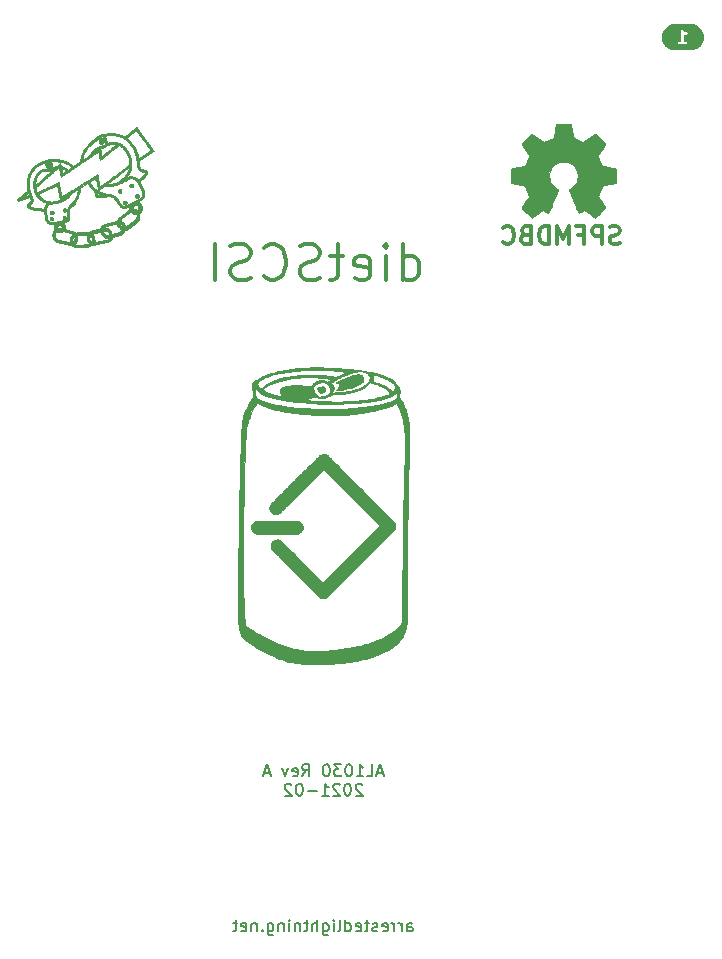
<source format=gbo>
%TF.GenerationSoftware,KiCad,Pcbnew,5.1.12-84ad8e8a86~92~ubuntu20.04.1*%
%TF.CreationDate,2022-03-02T23:51:17-06:00*%
%TF.ProjectId,dietSCSI,64696574-5343-4534-992e-6b696361645f,rev?*%
%TF.SameCoordinates,Original*%
%TF.FileFunction,Legend,Bot*%
%TF.FilePolarity,Positive*%
%FSLAX46Y46*%
G04 Gerber Fmt 4.6, Leading zero omitted, Abs format (unit mm)*
G04 Created by KiCad (PCBNEW 5.1.12-84ad8e8a86~92~ubuntu20.04.1) date 2022-03-02 23:51:17*
%MOMM*%
%LPD*%
G01*
G04 APERTURE LIST*
%ADD10C,0.300000*%
%ADD11C,0.150000*%
%ADD12C,0.010000*%
G04 APERTURE END LIST*
D10*
X162586371Y-39659642D02*
X162372085Y-39731071D01*
X162014942Y-39731071D01*
X161872085Y-39659642D01*
X161800657Y-39588214D01*
X161729228Y-39445357D01*
X161729228Y-39302500D01*
X161800657Y-39159642D01*
X161872085Y-39088214D01*
X162014942Y-39016785D01*
X162300657Y-38945357D01*
X162443514Y-38873928D01*
X162514942Y-38802500D01*
X162586371Y-38659642D01*
X162586371Y-38516785D01*
X162514942Y-38373928D01*
X162443514Y-38302500D01*
X162300657Y-38231071D01*
X161943514Y-38231071D01*
X161729228Y-38302500D01*
X161086371Y-39731071D02*
X161086371Y-38231071D01*
X160514942Y-38231071D01*
X160372085Y-38302500D01*
X160300657Y-38373928D01*
X160229228Y-38516785D01*
X160229228Y-38731071D01*
X160300657Y-38873928D01*
X160372085Y-38945357D01*
X160514942Y-39016785D01*
X161086371Y-39016785D01*
X159086371Y-38945357D02*
X159586371Y-38945357D01*
X159586371Y-39731071D02*
X159586371Y-38231071D01*
X158872085Y-38231071D01*
X158300657Y-39731071D02*
X158300657Y-38231071D01*
X157800657Y-39302500D01*
X157300657Y-38231071D01*
X157300657Y-39731071D01*
X156586371Y-39731071D02*
X156586371Y-38231071D01*
X156229228Y-38231071D01*
X156014942Y-38302500D01*
X155872085Y-38445357D01*
X155800657Y-38588214D01*
X155729228Y-38873928D01*
X155729228Y-39088214D01*
X155800657Y-39373928D01*
X155872085Y-39516785D01*
X156014942Y-39659642D01*
X156229228Y-39731071D01*
X156586371Y-39731071D01*
X154586371Y-38945357D02*
X154372085Y-39016785D01*
X154300657Y-39088214D01*
X154229228Y-39231071D01*
X154229228Y-39445357D01*
X154300657Y-39588214D01*
X154372085Y-39659642D01*
X154514942Y-39731071D01*
X155086371Y-39731071D01*
X155086371Y-38231071D01*
X154586371Y-38231071D01*
X154443514Y-38302500D01*
X154372085Y-38373928D01*
X154300657Y-38516785D01*
X154300657Y-38659642D01*
X154372085Y-38802500D01*
X154443514Y-38873928D01*
X154586371Y-38945357D01*
X155086371Y-38945357D01*
X152729228Y-39588214D02*
X152800657Y-39659642D01*
X153014942Y-39731071D01*
X153157800Y-39731071D01*
X153372085Y-39659642D01*
X153514942Y-39516785D01*
X153586371Y-39373928D01*
X153657800Y-39088214D01*
X153657800Y-38873928D01*
X153586371Y-38588214D01*
X153514942Y-38445357D01*
X153372085Y-38302500D01*
X153157800Y-38231071D01*
X153014942Y-38231071D01*
X152800657Y-38302500D01*
X152729228Y-38373928D01*
D11*
X142547619Y-84495166D02*
X142071428Y-84495166D01*
X142642857Y-84780880D02*
X142309523Y-83780880D01*
X141976190Y-84780880D01*
X141166666Y-84780880D02*
X141642857Y-84780880D01*
X141642857Y-83780880D01*
X140309523Y-84780880D02*
X140880952Y-84780880D01*
X140595238Y-84780880D02*
X140595238Y-83780880D01*
X140690476Y-83923738D01*
X140785714Y-84018976D01*
X140880952Y-84066595D01*
X139690476Y-83780880D02*
X139595238Y-83780880D01*
X139500000Y-83828500D01*
X139452380Y-83876119D01*
X139404761Y-83971357D01*
X139357142Y-84161833D01*
X139357142Y-84399928D01*
X139404761Y-84590404D01*
X139452380Y-84685642D01*
X139500000Y-84733261D01*
X139595238Y-84780880D01*
X139690476Y-84780880D01*
X139785714Y-84733261D01*
X139833333Y-84685642D01*
X139880952Y-84590404D01*
X139928571Y-84399928D01*
X139928571Y-84161833D01*
X139880952Y-83971357D01*
X139833333Y-83876119D01*
X139785714Y-83828500D01*
X139690476Y-83780880D01*
X139023809Y-83780880D02*
X138404761Y-83780880D01*
X138738095Y-84161833D01*
X138595238Y-84161833D01*
X138500000Y-84209452D01*
X138452380Y-84257071D01*
X138404761Y-84352309D01*
X138404761Y-84590404D01*
X138452380Y-84685642D01*
X138500000Y-84733261D01*
X138595238Y-84780880D01*
X138880952Y-84780880D01*
X138976190Y-84733261D01*
X139023809Y-84685642D01*
X137785714Y-83780880D02*
X137690476Y-83780880D01*
X137595238Y-83828500D01*
X137547619Y-83876119D01*
X137500000Y-83971357D01*
X137452380Y-84161833D01*
X137452380Y-84399928D01*
X137500000Y-84590404D01*
X137547619Y-84685642D01*
X137595238Y-84733261D01*
X137690476Y-84780880D01*
X137785714Y-84780880D01*
X137880952Y-84733261D01*
X137928571Y-84685642D01*
X137976190Y-84590404D01*
X138023809Y-84399928D01*
X138023809Y-84161833D01*
X137976190Y-83971357D01*
X137928571Y-83876119D01*
X137880952Y-83828500D01*
X137785714Y-83780880D01*
X135690476Y-84780880D02*
X136023809Y-84304690D01*
X136261904Y-84780880D02*
X136261904Y-83780880D01*
X135880952Y-83780880D01*
X135785714Y-83828500D01*
X135738095Y-83876119D01*
X135690476Y-83971357D01*
X135690476Y-84114214D01*
X135738095Y-84209452D01*
X135785714Y-84257071D01*
X135880952Y-84304690D01*
X136261904Y-84304690D01*
X134880952Y-84733261D02*
X134976190Y-84780880D01*
X135166666Y-84780880D01*
X135261904Y-84733261D01*
X135309523Y-84638023D01*
X135309523Y-84257071D01*
X135261904Y-84161833D01*
X135166666Y-84114214D01*
X134976190Y-84114214D01*
X134880952Y-84161833D01*
X134833333Y-84257071D01*
X134833333Y-84352309D01*
X135309523Y-84447547D01*
X134500000Y-84114214D02*
X134261904Y-84780880D01*
X134023809Y-84114214D01*
X132928571Y-84495166D02*
X132452380Y-84495166D01*
X133023809Y-84780880D02*
X132690476Y-83780880D01*
X132357142Y-84780880D01*
X140785714Y-85526119D02*
X140738095Y-85478500D01*
X140642857Y-85430880D01*
X140404761Y-85430880D01*
X140309523Y-85478500D01*
X140261904Y-85526119D01*
X140214285Y-85621357D01*
X140214285Y-85716595D01*
X140261904Y-85859452D01*
X140833333Y-86430880D01*
X140214285Y-86430880D01*
X139595238Y-85430880D02*
X139500000Y-85430880D01*
X139404761Y-85478500D01*
X139357142Y-85526119D01*
X139309523Y-85621357D01*
X139261904Y-85811833D01*
X139261904Y-86049928D01*
X139309523Y-86240404D01*
X139357142Y-86335642D01*
X139404761Y-86383261D01*
X139500000Y-86430880D01*
X139595238Y-86430880D01*
X139690476Y-86383261D01*
X139738095Y-86335642D01*
X139785714Y-86240404D01*
X139833333Y-86049928D01*
X139833333Y-85811833D01*
X139785714Y-85621357D01*
X139738095Y-85526119D01*
X139690476Y-85478500D01*
X139595238Y-85430880D01*
X138880952Y-85526119D02*
X138833333Y-85478500D01*
X138738095Y-85430880D01*
X138500000Y-85430880D01*
X138404761Y-85478500D01*
X138357142Y-85526119D01*
X138309523Y-85621357D01*
X138309523Y-85716595D01*
X138357142Y-85859452D01*
X138928571Y-86430880D01*
X138309523Y-86430880D01*
X137357142Y-86430880D02*
X137928571Y-86430880D01*
X137642857Y-86430880D02*
X137642857Y-85430880D01*
X137738095Y-85573738D01*
X137833333Y-85668976D01*
X137928571Y-85716595D01*
X136928571Y-86049928D02*
X136166666Y-86049928D01*
X135500000Y-85430880D02*
X135404761Y-85430880D01*
X135309523Y-85478500D01*
X135261904Y-85526119D01*
X135214285Y-85621357D01*
X135166666Y-85811833D01*
X135166666Y-86049928D01*
X135214285Y-86240404D01*
X135261904Y-86335642D01*
X135309523Y-86383261D01*
X135404761Y-86430880D01*
X135500000Y-86430880D01*
X135595238Y-86383261D01*
X135642857Y-86335642D01*
X135690476Y-86240404D01*
X135738095Y-86049928D01*
X135738095Y-85811833D01*
X135690476Y-85621357D01*
X135642857Y-85526119D01*
X135595238Y-85478500D01*
X135500000Y-85430880D01*
X134785714Y-85526119D02*
X134738095Y-85478500D01*
X134642857Y-85430880D01*
X134404761Y-85430880D01*
X134309523Y-85478500D01*
X134261904Y-85526119D01*
X134214285Y-85621357D01*
X134214285Y-85716595D01*
X134261904Y-85859452D01*
X134833333Y-86430880D01*
X134214285Y-86430880D01*
X144595238Y-97924880D02*
X144595238Y-97401071D01*
X144642857Y-97305833D01*
X144738095Y-97258214D01*
X144928571Y-97258214D01*
X145023809Y-97305833D01*
X144595238Y-97877261D02*
X144690476Y-97924880D01*
X144928571Y-97924880D01*
X145023809Y-97877261D01*
X145071428Y-97782023D01*
X145071428Y-97686785D01*
X145023809Y-97591547D01*
X144928571Y-97543928D01*
X144690476Y-97543928D01*
X144595238Y-97496309D01*
X144119047Y-97924880D02*
X144119047Y-97258214D01*
X144119047Y-97448690D02*
X144071428Y-97353452D01*
X144023809Y-97305833D01*
X143928571Y-97258214D01*
X143833333Y-97258214D01*
X143500000Y-97924880D02*
X143500000Y-97258214D01*
X143500000Y-97448690D02*
X143452380Y-97353452D01*
X143404761Y-97305833D01*
X143309523Y-97258214D01*
X143214285Y-97258214D01*
X142500000Y-97877261D02*
X142595238Y-97924880D01*
X142785714Y-97924880D01*
X142880952Y-97877261D01*
X142928571Y-97782023D01*
X142928571Y-97401071D01*
X142880952Y-97305833D01*
X142785714Y-97258214D01*
X142595238Y-97258214D01*
X142500000Y-97305833D01*
X142452380Y-97401071D01*
X142452380Y-97496309D01*
X142928571Y-97591547D01*
X142071428Y-97877261D02*
X141976190Y-97924880D01*
X141785714Y-97924880D01*
X141690476Y-97877261D01*
X141642857Y-97782023D01*
X141642857Y-97734404D01*
X141690476Y-97639166D01*
X141785714Y-97591547D01*
X141928571Y-97591547D01*
X142023809Y-97543928D01*
X142071428Y-97448690D01*
X142071428Y-97401071D01*
X142023809Y-97305833D01*
X141928571Y-97258214D01*
X141785714Y-97258214D01*
X141690476Y-97305833D01*
X141357142Y-97258214D02*
X140976190Y-97258214D01*
X141214285Y-96924880D02*
X141214285Y-97782023D01*
X141166666Y-97877261D01*
X141071428Y-97924880D01*
X140976190Y-97924880D01*
X140261904Y-97877261D02*
X140357142Y-97924880D01*
X140547619Y-97924880D01*
X140642857Y-97877261D01*
X140690476Y-97782023D01*
X140690476Y-97401071D01*
X140642857Y-97305833D01*
X140547619Y-97258214D01*
X140357142Y-97258214D01*
X140261904Y-97305833D01*
X140214285Y-97401071D01*
X140214285Y-97496309D01*
X140690476Y-97591547D01*
X139357142Y-97924880D02*
X139357142Y-96924880D01*
X139357142Y-97877261D02*
X139452380Y-97924880D01*
X139642857Y-97924880D01*
X139738095Y-97877261D01*
X139785714Y-97829642D01*
X139833333Y-97734404D01*
X139833333Y-97448690D01*
X139785714Y-97353452D01*
X139738095Y-97305833D01*
X139642857Y-97258214D01*
X139452380Y-97258214D01*
X139357142Y-97305833D01*
X138738095Y-97924880D02*
X138833333Y-97877261D01*
X138880952Y-97782023D01*
X138880952Y-96924880D01*
X138357142Y-97924880D02*
X138357142Y-97258214D01*
X138357142Y-96924880D02*
X138404761Y-96972500D01*
X138357142Y-97020119D01*
X138309523Y-96972500D01*
X138357142Y-96924880D01*
X138357142Y-97020119D01*
X137452380Y-97258214D02*
X137452380Y-98067738D01*
X137500000Y-98162976D01*
X137547619Y-98210595D01*
X137642857Y-98258214D01*
X137785714Y-98258214D01*
X137880952Y-98210595D01*
X137452380Y-97877261D02*
X137547619Y-97924880D01*
X137738095Y-97924880D01*
X137833333Y-97877261D01*
X137880952Y-97829642D01*
X137928571Y-97734404D01*
X137928571Y-97448690D01*
X137880952Y-97353452D01*
X137833333Y-97305833D01*
X137738095Y-97258214D01*
X137547619Y-97258214D01*
X137452380Y-97305833D01*
X136976190Y-97924880D02*
X136976190Y-96924880D01*
X136547619Y-97924880D02*
X136547619Y-97401071D01*
X136595238Y-97305833D01*
X136690476Y-97258214D01*
X136833333Y-97258214D01*
X136928571Y-97305833D01*
X136976190Y-97353452D01*
X136214285Y-97258214D02*
X135833333Y-97258214D01*
X136071428Y-96924880D02*
X136071428Y-97782023D01*
X136023809Y-97877261D01*
X135928571Y-97924880D01*
X135833333Y-97924880D01*
X135500000Y-97258214D02*
X135500000Y-97924880D01*
X135500000Y-97353452D02*
X135452380Y-97305833D01*
X135357142Y-97258214D01*
X135214285Y-97258214D01*
X135119047Y-97305833D01*
X135071428Y-97401071D01*
X135071428Y-97924880D01*
X134595238Y-97924880D02*
X134595238Y-97258214D01*
X134595238Y-96924880D02*
X134642857Y-96972500D01*
X134595238Y-97020119D01*
X134547619Y-96972500D01*
X134595238Y-96924880D01*
X134595238Y-97020119D01*
X134119047Y-97258214D02*
X134119047Y-97924880D01*
X134119047Y-97353452D02*
X134071428Y-97305833D01*
X133976190Y-97258214D01*
X133833333Y-97258214D01*
X133738095Y-97305833D01*
X133690476Y-97401071D01*
X133690476Y-97924880D01*
X132785714Y-97258214D02*
X132785714Y-98067738D01*
X132833333Y-98162976D01*
X132880952Y-98210595D01*
X132976190Y-98258214D01*
X133119047Y-98258214D01*
X133214285Y-98210595D01*
X132785714Y-97877261D02*
X132880952Y-97924880D01*
X133071428Y-97924880D01*
X133166666Y-97877261D01*
X133214285Y-97829642D01*
X133261904Y-97734404D01*
X133261904Y-97448690D01*
X133214285Y-97353452D01*
X133166666Y-97305833D01*
X133071428Y-97258214D01*
X132880952Y-97258214D01*
X132785714Y-97305833D01*
X132309523Y-97829642D02*
X132261904Y-97877261D01*
X132309523Y-97924880D01*
X132357142Y-97877261D01*
X132309523Y-97829642D01*
X132309523Y-97924880D01*
X131833333Y-97258214D02*
X131833333Y-97924880D01*
X131833333Y-97353452D02*
X131785714Y-97305833D01*
X131690476Y-97258214D01*
X131547619Y-97258214D01*
X131452380Y-97305833D01*
X131404761Y-97401071D01*
X131404761Y-97924880D01*
X130547619Y-97877261D02*
X130642857Y-97924880D01*
X130833333Y-97924880D01*
X130928571Y-97877261D01*
X130976190Y-97782023D01*
X130976190Y-97401071D01*
X130928571Y-97305833D01*
X130833333Y-97258214D01*
X130642857Y-97258214D01*
X130547619Y-97305833D01*
X130500000Y-97401071D01*
X130500000Y-97496309D01*
X130976190Y-97591547D01*
X130214285Y-97258214D02*
X129833333Y-97258214D01*
X130071428Y-96924880D02*
X130071428Y-97782023D01*
X130023809Y-97877261D01*
X129928571Y-97924880D01*
X129833333Y-97924880D01*
D10*
X144191714Y-42759142D02*
X144191714Y-39759142D01*
X144191714Y-42616285D02*
X144477428Y-42759142D01*
X145048857Y-42759142D01*
X145334571Y-42616285D01*
X145477428Y-42473428D01*
X145620285Y-42187714D01*
X145620285Y-41330571D01*
X145477428Y-41044857D01*
X145334571Y-40902000D01*
X145048857Y-40759142D01*
X144477428Y-40759142D01*
X144191714Y-40902000D01*
X142763142Y-42759142D02*
X142763142Y-40759142D01*
X142763142Y-39759142D02*
X142906000Y-39902000D01*
X142763142Y-40044857D01*
X142620285Y-39902000D01*
X142763142Y-39759142D01*
X142763142Y-40044857D01*
X140191714Y-42616285D02*
X140477428Y-42759142D01*
X141048857Y-42759142D01*
X141334571Y-42616285D01*
X141477428Y-42330571D01*
X141477428Y-41187714D01*
X141334571Y-40902000D01*
X141048857Y-40759142D01*
X140477428Y-40759142D01*
X140191714Y-40902000D01*
X140048857Y-41187714D01*
X140048857Y-41473428D01*
X141477428Y-41759142D01*
X139191714Y-40759142D02*
X138048857Y-40759142D01*
X138763142Y-39759142D02*
X138763142Y-42330571D01*
X138620285Y-42616285D01*
X138334571Y-42759142D01*
X138048857Y-42759142D01*
X137191714Y-42616285D02*
X136763142Y-42759142D01*
X136048857Y-42759142D01*
X135763142Y-42616285D01*
X135620285Y-42473428D01*
X135477428Y-42187714D01*
X135477428Y-41902000D01*
X135620285Y-41616285D01*
X135763142Y-41473428D01*
X136048857Y-41330571D01*
X136620285Y-41187714D01*
X136906000Y-41044857D01*
X137048857Y-40902000D01*
X137191714Y-40616285D01*
X137191714Y-40330571D01*
X137048857Y-40044857D01*
X136906000Y-39902000D01*
X136620285Y-39759142D01*
X135906000Y-39759142D01*
X135477428Y-39902000D01*
X132477428Y-42473428D02*
X132620285Y-42616285D01*
X133048857Y-42759142D01*
X133334571Y-42759142D01*
X133763142Y-42616285D01*
X134048857Y-42330571D01*
X134191714Y-42044857D01*
X134334571Y-41473428D01*
X134334571Y-41044857D01*
X134191714Y-40473428D01*
X134048857Y-40187714D01*
X133763142Y-39902000D01*
X133334571Y-39759142D01*
X133048857Y-39759142D01*
X132620285Y-39902000D01*
X132477428Y-40044857D01*
X131334571Y-42616285D02*
X130906000Y-42759142D01*
X130191714Y-42759142D01*
X129906000Y-42616285D01*
X129763142Y-42473428D01*
X129620285Y-42187714D01*
X129620285Y-41902000D01*
X129763142Y-41616285D01*
X129906000Y-41473428D01*
X130191714Y-41330571D01*
X130763142Y-41187714D01*
X131048857Y-41044857D01*
X131191714Y-40902000D01*
X131334571Y-40616285D01*
X131334571Y-40330571D01*
X131191714Y-40044857D01*
X131048857Y-39902000D01*
X130763142Y-39759142D01*
X130048857Y-39759142D01*
X129620285Y-39902000D01*
X128334571Y-42759142D02*
X128334571Y-39759142D01*
D12*
%TO.C,REF\u002A\u002A*%
G36*
X157089064Y-30141127D02*
G01*
X156976482Y-30738318D01*
X156561069Y-30909565D01*
X156145655Y-31080812D01*
X155647298Y-30741933D01*
X155507731Y-30647577D01*
X155381571Y-30563330D01*
X155274704Y-30493038D01*
X155193017Y-30440547D01*
X155142398Y-30409704D01*
X155128613Y-30403053D01*
X155103779Y-30420158D01*
X155050711Y-30467444D01*
X154975359Y-30538872D01*
X154883670Y-30628400D01*
X154781592Y-30729989D01*
X154675073Y-30837598D01*
X154570063Y-30945187D01*
X154472508Y-31046715D01*
X154388357Y-31136141D01*
X154323559Y-31207426D01*
X154284062Y-31254528D01*
X154274619Y-31270292D01*
X154288208Y-31299353D01*
X154326306Y-31363021D01*
X154384906Y-31455067D01*
X154460002Y-31569264D01*
X154547591Y-31699384D01*
X154598345Y-31773601D01*
X154690854Y-31909122D01*
X154773059Y-32031416D01*
X154840969Y-32134395D01*
X154890599Y-32211973D01*
X154917959Y-32258061D01*
X154922070Y-32267747D01*
X154912750Y-32295274D01*
X154887345Y-32359428D01*
X154849688Y-32451190D01*
X154803613Y-32561539D01*
X154752953Y-32681455D01*
X154701540Y-32801919D01*
X154653210Y-32913909D01*
X154611793Y-33008407D01*
X154581125Y-33076392D01*
X154565038Y-33108843D01*
X154564088Y-33110120D01*
X154538827Y-33116317D01*
X154471554Y-33130140D01*
X154369239Y-33150232D01*
X154238858Y-33175234D01*
X154087383Y-33203786D01*
X153999006Y-33220251D01*
X153837147Y-33251069D01*
X153690950Y-33280394D01*
X153567812Y-33306621D01*
X153475130Y-33328146D01*
X153420298Y-33343365D01*
X153409276Y-33348193D01*
X153398481Y-33380874D01*
X153389770Y-33454685D01*
X153383139Y-33560992D01*
X153378581Y-33691167D01*
X153376090Y-33836576D01*
X153375661Y-33988590D01*
X153377288Y-34138577D01*
X153380964Y-34277906D01*
X153386684Y-34397945D01*
X153394442Y-34490065D01*
X153404231Y-34545632D01*
X153410103Y-34557200D01*
X153445200Y-34571065D01*
X153519571Y-34590888D01*
X153623376Y-34614339D01*
X153746780Y-34639091D01*
X153789858Y-34647098D01*
X153997552Y-34685141D01*
X154161615Y-34715779D01*
X154287469Y-34740229D01*
X154380534Y-34759709D01*
X154446232Y-34775436D01*
X154489982Y-34788628D01*
X154517207Y-34800504D01*
X154533327Y-34812280D01*
X154535582Y-34814608D01*
X154558096Y-34852100D01*
X154592441Y-34925065D01*
X154635188Y-35024567D01*
X154682907Y-35141673D01*
X154732169Y-35267448D01*
X154779544Y-35392957D01*
X154821604Y-35509265D01*
X154854919Y-35607439D01*
X154876058Y-35678543D01*
X154881594Y-35713642D01*
X154881133Y-35714872D01*
X154862376Y-35743561D01*
X154819823Y-35806685D01*
X154757946Y-35897673D01*
X154681217Y-36009955D01*
X154594108Y-36136960D01*
X154569301Y-36173053D01*
X154480847Y-36303903D01*
X154403011Y-36423291D01*
X154340033Y-36524362D01*
X154296154Y-36600259D01*
X154275614Y-36644127D01*
X154274619Y-36649517D01*
X154291877Y-36677844D01*
X154339564Y-36733961D01*
X154411549Y-36811837D01*
X154501702Y-36905440D01*
X154603894Y-37008741D01*
X154711994Y-37115706D01*
X154819871Y-37220306D01*
X154921395Y-37316509D01*
X155010437Y-37398284D01*
X155080866Y-37459600D01*
X155126552Y-37494426D01*
X155139190Y-37500112D01*
X155168608Y-37486720D01*
X155228838Y-37450599D01*
X155310070Y-37397836D01*
X155372569Y-37355367D01*
X155485814Y-37277440D01*
X155619925Y-37185684D01*
X155754444Y-37094075D01*
X155826766Y-37045046D01*
X156071561Y-36879470D01*
X156277049Y-36990575D01*
X156370663Y-37039248D01*
X156450269Y-37077081D01*
X156504132Y-37098658D01*
X156517842Y-37101661D01*
X156534329Y-37079493D01*
X156566854Y-37016849D01*
X156612991Y-36919509D01*
X156670309Y-36793249D01*
X156736383Y-36643850D01*
X156808784Y-36477088D01*
X156885083Y-36298742D01*
X156962853Y-36114591D01*
X157039665Y-35930412D01*
X157113093Y-35751985D01*
X157180707Y-35585087D01*
X157240079Y-35435497D01*
X157288783Y-35308993D01*
X157324389Y-35211354D01*
X157344469Y-35148357D01*
X157347699Y-35126721D01*
X157322103Y-35099124D01*
X157266061Y-35054325D01*
X157191288Y-35001634D01*
X157185012Y-34997465D01*
X156991754Y-34842769D01*
X156835925Y-34662291D01*
X156718875Y-34461802D01*
X156641954Y-34247074D01*
X156606513Y-34023877D01*
X156613902Y-33797981D01*
X156665472Y-33575159D01*
X156762573Y-33361179D01*
X156791141Y-33314364D01*
X156939731Y-33125318D01*
X157115272Y-32973512D01*
X157311689Y-32859734D01*
X157522906Y-32784775D01*
X157742846Y-32749422D01*
X157965436Y-32754467D01*
X158184598Y-32800699D01*
X158394257Y-32888906D01*
X158588338Y-33019879D01*
X158648373Y-33073037D01*
X158801164Y-33239439D01*
X158912502Y-33414612D01*
X158988876Y-33610966D01*
X159031412Y-33805417D01*
X159041913Y-34024042D01*
X159006899Y-34243752D01*
X158929926Y-34457120D01*
X158814552Y-34656722D01*
X158664334Y-34835129D01*
X158482826Y-34984917D01*
X158458972Y-35000706D01*
X158383398Y-35052412D01*
X158325948Y-35097212D01*
X158298482Y-35125817D01*
X158298082Y-35126721D01*
X158303979Y-35157664D01*
X158327354Y-35227891D01*
X158365778Y-35331625D01*
X158416822Y-35463090D01*
X158478057Y-35616507D01*
X158547055Y-35786101D01*
X158621386Y-35966093D01*
X158698621Y-36150708D01*
X158776331Y-36334168D01*
X158852088Y-36510696D01*
X158923462Y-36674514D01*
X158988025Y-36819847D01*
X159043347Y-36940917D01*
X159086999Y-37031947D01*
X159116553Y-37087160D01*
X159128455Y-37101661D01*
X159164822Y-37090369D01*
X159232869Y-37060085D01*
X159320863Y-37016220D01*
X159369249Y-36990575D01*
X159574736Y-36879470D01*
X159819531Y-37045046D01*
X159944493Y-37129870D01*
X160081304Y-37223216D01*
X160209511Y-37311108D01*
X160273728Y-37355367D01*
X160364048Y-37416018D01*
X160440528Y-37464081D01*
X160493192Y-37493470D01*
X160510297Y-37499682D01*
X160535194Y-37482923D01*
X160590294Y-37436136D01*
X160670256Y-37364180D01*
X160769739Y-37271912D01*
X160883399Y-37164190D01*
X160955284Y-37095026D01*
X161081048Y-36971457D01*
X161189736Y-36860934D01*
X161276954Y-36768185D01*
X161338310Y-36697937D01*
X161369408Y-36654920D01*
X161372391Y-36646190D01*
X161358546Y-36612984D01*
X161320287Y-36545842D01*
X161261858Y-36451563D01*
X161187502Y-36336945D01*
X161101464Y-36208783D01*
X161076997Y-36173053D01*
X160987845Y-36043189D01*
X160907861Y-35926269D01*
X160841519Y-35828862D01*
X160793288Y-35757539D01*
X160767642Y-35718870D01*
X160765164Y-35714872D01*
X160768870Y-35684055D01*
X160788538Y-35616299D01*
X160820739Y-35520539D01*
X160862044Y-35405709D01*
X160909024Y-35280744D01*
X160958250Y-35154579D01*
X161006291Y-35036148D01*
X161049718Y-34934385D01*
X161085103Y-34858226D01*
X161109015Y-34816604D01*
X161110715Y-34814608D01*
X161125337Y-34802713D01*
X161150034Y-34790950D01*
X161190227Y-34778101D01*
X161251336Y-34762949D01*
X161338782Y-34744276D01*
X161457987Y-34720865D01*
X161614372Y-34691497D01*
X161813356Y-34654955D01*
X161856439Y-34647098D01*
X161984129Y-34622427D01*
X162095446Y-34598293D01*
X162180554Y-34577024D01*
X162229616Y-34560948D01*
X162236194Y-34557200D01*
X162247035Y-34523973D01*
X162255846Y-34449721D01*
X162262623Y-34343076D01*
X162267359Y-34212667D01*
X162270049Y-34067127D01*
X162270686Y-33915086D01*
X162269265Y-33765176D01*
X162265779Y-33626028D01*
X162260223Y-33506272D01*
X162252591Y-33414541D01*
X162242877Y-33359466D01*
X162237021Y-33348193D01*
X162204419Y-33336823D01*
X162130181Y-33318324D01*
X162021703Y-33294302D01*
X161886382Y-33266362D01*
X161731614Y-33236108D01*
X161647292Y-33220251D01*
X161487303Y-33190344D01*
X161344632Y-33163250D01*
X161226251Y-33140331D01*
X161139134Y-33122943D01*
X161090254Y-33112447D01*
X161082209Y-33110120D01*
X161068612Y-33083886D01*
X161039870Y-33020695D01*
X160999814Y-32929577D01*
X160952275Y-32819557D01*
X160901084Y-32699665D01*
X160850073Y-32578927D01*
X160803073Y-32466371D01*
X160763915Y-32371026D01*
X160736430Y-32301917D01*
X160724450Y-32268074D01*
X160724227Y-32266595D01*
X160737808Y-32239897D01*
X160775884Y-32178460D01*
X160834452Y-32088389D01*
X160909511Y-31975790D01*
X160997059Y-31846770D01*
X161047952Y-31772661D01*
X161140690Y-31636777D01*
X161223058Y-31513409D01*
X161291038Y-31408797D01*
X161340611Y-31329183D01*
X161367757Y-31280807D01*
X161371678Y-31269962D01*
X161354824Y-31244720D01*
X161308231Y-31190824D01*
X161237851Y-31114313D01*
X161149634Y-31021223D01*
X161049534Y-30917595D01*
X160943501Y-30809464D01*
X160837488Y-30702870D01*
X160737447Y-30603850D01*
X160649329Y-30518442D01*
X160579086Y-30452685D01*
X160532671Y-30412616D01*
X160517143Y-30403053D01*
X160491860Y-30416500D01*
X160431388Y-30454275D01*
X160341607Y-30512535D01*
X160228396Y-30587434D01*
X160097636Y-30675125D01*
X159999000Y-30741933D01*
X159500642Y-31080812D01*
X159085229Y-30909565D01*
X158669815Y-30738318D01*
X158557233Y-30141127D01*
X158444650Y-29543935D01*
X157201647Y-29543935D01*
X157089064Y-30141127D01*
G37*
X157089064Y-30141127D02*
X156976482Y-30738318D01*
X156561069Y-30909565D01*
X156145655Y-31080812D01*
X155647298Y-30741933D01*
X155507731Y-30647577D01*
X155381571Y-30563330D01*
X155274704Y-30493038D01*
X155193017Y-30440547D01*
X155142398Y-30409704D01*
X155128613Y-30403053D01*
X155103779Y-30420158D01*
X155050711Y-30467444D01*
X154975359Y-30538872D01*
X154883670Y-30628400D01*
X154781592Y-30729989D01*
X154675073Y-30837598D01*
X154570063Y-30945187D01*
X154472508Y-31046715D01*
X154388357Y-31136141D01*
X154323559Y-31207426D01*
X154284062Y-31254528D01*
X154274619Y-31270292D01*
X154288208Y-31299353D01*
X154326306Y-31363021D01*
X154384906Y-31455067D01*
X154460002Y-31569264D01*
X154547591Y-31699384D01*
X154598345Y-31773601D01*
X154690854Y-31909122D01*
X154773059Y-32031416D01*
X154840969Y-32134395D01*
X154890599Y-32211973D01*
X154917959Y-32258061D01*
X154922070Y-32267747D01*
X154912750Y-32295274D01*
X154887345Y-32359428D01*
X154849688Y-32451190D01*
X154803613Y-32561539D01*
X154752953Y-32681455D01*
X154701540Y-32801919D01*
X154653210Y-32913909D01*
X154611793Y-33008407D01*
X154581125Y-33076392D01*
X154565038Y-33108843D01*
X154564088Y-33110120D01*
X154538827Y-33116317D01*
X154471554Y-33130140D01*
X154369239Y-33150232D01*
X154238858Y-33175234D01*
X154087383Y-33203786D01*
X153999006Y-33220251D01*
X153837147Y-33251069D01*
X153690950Y-33280394D01*
X153567812Y-33306621D01*
X153475130Y-33328146D01*
X153420298Y-33343365D01*
X153409276Y-33348193D01*
X153398481Y-33380874D01*
X153389770Y-33454685D01*
X153383139Y-33560992D01*
X153378581Y-33691167D01*
X153376090Y-33836576D01*
X153375661Y-33988590D01*
X153377288Y-34138577D01*
X153380964Y-34277906D01*
X153386684Y-34397945D01*
X153394442Y-34490065D01*
X153404231Y-34545632D01*
X153410103Y-34557200D01*
X153445200Y-34571065D01*
X153519571Y-34590888D01*
X153623376Y-34614339D01*
X153746780Y-34639091D01*
X153789858Y-34647098D01*
X153997552Y-34685141D01*
X154161615Y-34715779D01*
X154287469Y-34740229D01*
X154380534Y-34759709D01*
X154446232Y-34775436D01*
X154489982Y-34788628D01*
X154517207Y-34800504D01*
X154533327Y-34812280D01*
X154535582Y-34814608D01*
X154558096Y-34852100D01*
X154592441Y-34925065D01*
X154635188Y-35024567D01*
X154682907Y-35141673D01*
X154732169Y-35267448D01*
X154779544Y-35392957D01*
X154821604Y-35509265D01*
X154854919Y-35607439D01*
X154876058Y-35678543D01*
X154881594Y-35713642D01*
X154881133Y-35714872D01*
X154862376Y-35743561D01*
X154819823Y-35806685D01*
X154757946Y-35897673D01*
X154681217Y-36009955D01*
X154594108Y-36136960D01*
X154569301Y-36173053D01*
X154480847Y-36303903D01*
X154403011Y-36423291D01*
X154340033Y-36524362D01*
X154296154Y-36600259D01*
X154275614Y-36644127D01*
X154274619Y-36649517D01*
X154291877Y-36677844D01*
X154339564Y-36733961D01*
X154411549Y-36811837D01*
X154501702Y-36905440D01*
X154603894Y-37008741D01*
X154711994Y-37115706D01*
X154819871Y-37220306D01*
X154921395Y-37316509D01*
X155010437Y-37398284D01*
X155080866Y-37459600D01*
X155126552Y-37494426D01*
X155139190Y-37500112D01*
X155168608Y-37486720D01*
X155228838Y-37450599D01*
X155310070Y-37397836D01*
X155372569Y-37355367D01*
X155485814Y-37277440D01*
X155619925Y-37185684D01*
X155754444Y-37094075D01*
X155826766Y-37045046D01*
X156071561Y-36879470D01*
X156277049Y-36990575D01*
X156370663Y-37039248D01*
X156450269Y-37077081D01*
X156504132Y-37098658D01*
X156517842Y-37101661D01*
X156534329Y-37079493D01*
X156566854Y-37016849D01*
X156612991Y-36919509D01*
X156670309Y-36793249D01*
X156736383Y-36643850D01*
X156808784Y-36477088D01*
X156885083Y-36298742D01*
X156962853Y-36114591D01*
X157039665Y-35930412D01*
X157113093Y-35751985D01*
X157180707Y-35585087D01*
X157240079Y-35435497D01*
X157288783Y-35308993D01*
X157324389Y-35211354D01*
X157344469Y-35148357D01*
X157347699Y-35126721D01*
X157322103Y-35099124D01*
X157266061Y-35054325D01*
X157191288Y-35001634D01*
X157185012Y-34997465D01*
X156991754Y-34842769D01*
X156835925Y-34662291D01*
X156718875Y-34461802D01*
X156641954Y-34247074D01*
X156606513Y-34023877D01*
X156613902Y-33797981D01*
X156665472Y-33575159D01*
X156762573Y-33361179D01*
X156791141Y-33314364D01*
X156939731Y-33125318D01*
X157115272Y-32973512D01*
X157311689Y-32859734D01*
X157522906Y-32784775D01*
X157742846Y-32749422D01*
X157965436Y-32754467D01*
X158184598Y-32800699D01*
X158394257Y-32888906D01*
X158588338Y-33019879D01*
X158648373Y-33073037D01*
X158801164Y-33239439D01*
X158912502Y-33414612D01*
X158988876Y-33610966D01*
X159031412Y-33805417D01*
X159041913Y-34024042D01*
X159006899Y-34243752D01*
X158929926Y-34457120D01*
X158814552Y-34656722D01*
X158664334Y-34835129D01*
X158482826Y-34984917D01*
X158458972Y-35000706D01*
X158383398Y-35052412D01*
X158325948Y-35097212D01*
X158298482Y-35125817D01*
X158298082Y-35126721D01*
X158303979Y-35157664D01*
X158327354Y-35227891D01*
X158365778Y-35331625D01*
X158416822Y-35463090D01*
X158478057Y-35616507D01*
X158547055Y-35786101D01*
X158621386Y-35966093D01*
X158698621Y-36150708D01*
X158776331Y-36334168D01*
X158852088Y-36510696D01*
X158923462Y-36674514D01*
X158988025Y-36819847D01*
X159043347Y-36940917D01*
X159086999Y-37031947D01*
X159116553Y-37087160D01*
X159128455Y-37101661D01*
X159164822Y-37090369D01*
X159232869Y-37060085D01*
X159320863Y-37016220D01*
X159369249Y-36990575D01*
X159574736Y-36879470D01*
X159819531Y-37045046D01*
X159944493Y-37129870D01*
X160081304Y-37223216D01*
X160209511Y-37311108D01*
X160273728Y-37355367D01*
X160364048Y-37416018D01*
X160440528Y-37464081D01*
X160493192Y-37493470D01*
X160510297Y-37499682D01*
X160535194Y-37482923D01*
X160590294Y-37436136D01*
X160670256Y-37364180D01*
X160769739Y-37271912D01*
X160883399Y-37164190D01*
X160955284Y-37095026D01*
X161081048Y-36971457D01*
X161189736Y-36860934D01*
X161276954Y-36768185D01*
X161338310Y-36697937D01*
X161369408Y-36654920D01*
X161372391Y-36646190D01*
X161358546Y-36612984D01*
X161320287Y-36545842D01*
X161261858Y-36451563D01*
X161187502Y-36336945D01*
X161101464Y-36208783D01*
X161076997Y-36173053D01*
X160987845Y-36043189D01*
X160907861Y-35926269D01*
X160841519Y-35828862D01*
X160793288Y-35757539D01*
X160767642Y-35718870D01*
X160765164Y-35714872D01*
X160768870Y-35684055D01*
X160788538Y-35616299D01*
X160820739Y-35520539D01*
X160862044Y-35405709D01*
X160909024Y-35280744D01*
X160958250Y-35154579D01*
X161006291Y-35036148D01*
X161049718Y-34934385D01*
X161085103Y-34858226D01*
X161109015Y-34816604D01*
X161110715Y-34814608D01*
X161125337Y-34802713D01*
X161150034Y-34790950D01*
X161190227Y-34778101D01*
X161251336Y-34762949D01*
X161338782Y-34744276D01*
X161457987Y-34720865D01*
X161614372Y-34691497D01*
X161813356Y-34654955D01*
X161856439Y-34647098D01*
X161984129Y-34622427D01*
X162095446Y-34598293D01*
X162180554Y-34577024D01*
X162229616Y-34560948D01*
X162236194Y-34557200D01*
X162247035Y-34523973D01*
X162255846Y-34449721D01*
X162262623Y-34343076D01*
X162267359Y-34212667D01*
X162270049Y-34067127D01*
X162270686Y-33915086D01*
X162269265Y-33765176D01*
X162265779Y-33626028D01*
X162260223Y-33506272D01*
X162252591Y-33414541D01*
X162242877Y-33359466D01*
X162237021Y-33348193D01*
X162204419Y-33336823D01*
X162130181Y-33318324D01*
X162021703Y-33294302D01*
X161886382Y-33266362D01*
X161731614Y-33236108D01*
X161647292Y-33220251D01*
X161487303Y-33190344D01*
X161344632Y-33163250D01*
X161226251Y-33140331D01*
X161139134Y-33122943D01*
X161090254Y-33112447D01*
X161082209Y-33110120D01*
X161068612Y-33083886D01*
X161039870Y-33020695D01*
X160999814Y-32929577D01*
X160952275Y-32819557D01*
X160901084Y-32699665D01*
X160850073Y-32578927D01*
X160803073Y-32466371D01*
X160763915Y-32371026D01*
X160736430Y-32301917D01*
X160724450Y-32268074D01*
X160724227Y-32266595D01*
X160737808Y-32239897D01*
X160775884Y-32178460D01*
X160834452Y-32088389D01*
X160909511Y-31975790D01*
X160997059Y-31846770D01*
X161047952Y-31772661D01*
X161140690Y-31636777D01*
X161223058Y-31513409D01*
X161291038Y-31408797D01*
X161340611Y-31329183D01*
X161367757Y-31280807D01*
X161371678Y-31269962D01*
X161354824Y-31244720D01*
X161308231Y-31190824D01*
X161237851Y-31114313D01*
X161149634Y-31021223D01*
X161049534Y-30917595D01*
X160943501Y-30809464D01*
X160837488Y-30702870D01*
X160737447Y-30603850D01*
X160649329Y-30518442D01*
X160579086Y-30452685D01*
X160532671Y-30412616D01*
X160517143Y-30403053D01*
X160491860Y-30416500D01*
X160431388Y-30454275D01*
X160341607Y-30512535D01*
X160228396Y-30587434D01*
X160097636Y-30675125D01*
X159999000Y-30741933D01*
X159500642Y-31080812D01*
X159085229Y-30909565D01*
X158669815Y-30738318D01*
X158557233Y-30141127D01*
X158444650Y-29543935D01*
X157201647Y-29543935D01*
X157089064Y-30141127D01*
G36*
X114426051Y-37468821D02*
G01*
X114413407Y-37469589D01*
X114403706Y-37471345D01*
X114394793Y-37474480D01*
X114384511Y-37479385D01*
X114384498Y-37479392D01*
X114358594Y-37496358D01*
X114337993Y-37518013D01*
X114323097Y-37543695D01*
X114314305Y-37572746D01*
X114311929Y-37599281D01*
X114314550Y-37629235D01*
X114322741Y-37655340D01*
X114336992Y-37678930D01*
X114344623Y-37688098D01*
X114368379Y-37709575D01*
X114394888Y-37724499D01*
X114423611Y-37732688D01*
X114454010Y-37733956D01*
X114471534Y-37731580D01*
X114497591Y-37722915D01*
X114521988Y-37708134D01*
X114543304Y-37688373D01*
X114560119Y-37664769D01*
X114563771Y-37657744D01*
X114573859Y-37628901D01*
X114577120Y-37599673D01*
X114573866Y-37570959D01*
X114564413Y-37543660D01*
X114549074Y-37518674D01*
X114528164Y-37496902D01*
X114501997Y-37479243D01*
X114501271Y-37478858D01*
X114491769Y-37474189D01*
X114483265Y-37471205D01*
X114473675Y-37469534D01*
X114460914Y-37468806D01*
X114443794Y-37468652D01*
X114426051Y-37468821D01*
G37*
X114426051Y-37468821D02*
X114413407Y-37469589D01*
X114403706Y-37471345D01*
X114394793Y-37474480D01*
X114384511Y-37479385D01*
X114384498Y-37479392D01*
X114358594Y-37496358D01*
X114337993Y-37518013D01*
X114323097Y-37543695D01*
X114314305Y-37572746D01*
X114311929Y-37599281D01*
X114314550Y-37629235D01*
X114322741Y-37655340D01*
X114336992Y-37678930D01*
X114344623Y-37688098D01*
X114368379Y-37709575D01*
X114394888Y-37724499D01*
X114423611Y-37732688D01*
X114454010Y-37733956D01*
X114471534Y-37731580D01*
X114497591Y-37722915D01*
X114521988Y-37708134D01*
X114543304Y-37688373D01*
X114560119Y-37664769D01*
X114563771Y-37657744D01*
X114573859Y-37628901D01*
X114577120Y-37599673D01*
X114573866Y-37570959D01*
X114564413Y-37543660D01*
X114549074Y-37518674D01*
X114528164Y-37496902D01*
X114501997Y-37479243D01*
X114501271Y-37478858D01*
X114491769Y-37474189D01*
X114483265Y-37471205D01*
X114473675Y-37469534D01*
X114460914Y-37468806D01*
X114443794Y-37468652D01*
X114426051Y-37468821D01*
G36*
X118655223Y-30798133D02*
G01*
X118631638Y-30801705D01*
X118627577Y-30802671D01*
X118591427Y-30815588D01*
X118558041Y-30834756D01*
X118528138Y-30859464D01*
X118502440Y-30888999D01*
X118481669Y-30922648D01*
X118466545Y-30959699D01*
X118465650Y-30962624D01*
X118461473Y-30983003D01*
X118459316Y-31007639D01*
X118459179Y-31033817D01*
X118461061Y-31058822D01*
X118464962Y-31079941D01*
X118465650Y-31082366D01*
X118479923Y-31118623D01*
X118499748Y-31151694D01*
X118524354Y-31180821D01*
X118552971Y-31205248D01*
X118584828Y-31224218D01*
X118619155Y-31236973D01*
X118624282Y-31238259D01*
X118646267Y-31241801D01*
X118671484Y-31243287D01*
X118697005Y-31242722D01*
X118719903Y-31240109D01*
X118729137Y-31238119D01*
X118766165Y-31224744D01*
X118799989Y-31205239D01*
X118829962Y-31180263D01*
X118855438Y-31150477D01*
X118875773Y-31116540D01*
X118890319Y-31079114D01*
X118892524Y-31071083D01*
X118898748Y-31032860D01*
X118898185Y-30995059D01*
X118891279Y-30958422D01*
X118878479Y-30923686D01*
X118860230Y-30891590D01*
X118836979Y-30862874D01*
X118809173Y-30838275D01*
X118777258Y-30818534D01*
X118741681Y-30804390D01*
X118729381Y-30801115D01*
X118707273Y-30797789D01*
X118681495Y-30796811D01*
X118655223Y-30798133D01*
G37*
X118655223Y-30798133D02*
X118631638Y-30801705D01*
X118627577Y-30802671D01*
X118591427Y-30815588D01*
X118558041Y-30834756D01*
X118528138Y-30859464D01*
X118502440Y-30888999D01*
X118481669Y-30922648D01*
X118466545Y-30959699D01*
X118465650Y-30962624D01*
X118461473Y-30983003D01*
X118459316Y-31007639D01*
X118459179Y-31033817D01*
X118461061Y-31058822D01*
X118464962Y-31079941D01*
X118465650Y-31082366D01*
X118479923Y-31118623D01*
X118499748Y-31151694D01*
X118524354Y-31180821D01*
X118552971Y-31205248D01*
X118584828Y-31224218D01*
X118619155Y-31236973D01*
X118624282Y-31238259D01*
X118646267Y-31241801D01*
X118671484Y-31243287D01*
X118697005Y-31242722D01*
X118719903Y-31240109D01*
X118729137Y-31238119D01*
X118766165Y-31224744D01*
X118799989Y-31205239D01*
X118829962Y-31180263D01*
X118855438Y-31150477D01*
X118875773Y-31116540D01*
X118890319Y-31079114D01*
X118892524Y-31071083D01*
X118898748Y-31032860D01*
X118898185Y-30995059D01*
X118891279Y-30958422D01*
X118878479Y-30923686D01*
X118860230Y-30891590D01*
X118836979Y-30862874D01*
X118809173Y-30838275D01*
X118777258Y-30818534D01*
X118741681Y-30804390D01*
X118729381Y-30801115D01*
X118707273Y-30797789D01*
X118681495Y-30796811D01*
X118655223Y-30798133D01*
G36*
X120646543Y-36069398D02*
G01*
X120616792Y-36078459D01*
X120590495Y-36092632D01*
X120567902Y-36111158D01*
X120549267Y-36133276D01*
X120534841Y-36158228D01*
X120524878Y-36185254D01*
X120519629Y-36213593D01*
X120519347Y-36242487D01*
X120524285Y-36271176D01*
X120534693Y-36298901D01*
X120550826Y-36324901D01*
X120572935Y-36348417D01*
X120583024Y-36356594D01*
X120608329Y-36371774D01*
X120636635Y-36382207D01*
X120666087Y-36387507D01*
X120694834Y-36387286D01*
X120713005Y-36383792D01*
X120745280Y-36371272D01*
X120773442Y-36353477D01*
X120797033Y-36331178D01*
X120815595Y-36305149D01*
X120828669Y-36276160D01*
X120835795Y-36244985D01*
X120836516Y-36212395D01*
X120831705Y-36183993D01*
X120819909Y-36152183D01*
X120802540Y-36124574D01*
X120780274Y-36101687D01*
X120753783Y-36084045D01*
X120723744Y-36072170D01*
X120690831Y-36066584D01*
X120679494Y-36066209D01*
X120646543Y-36069398D01*
G37*
X120646543Y-36069398D02*
X120616792Y-36078459D01*
X120590495Y-36092632D01*
X120567902Y-36111158D01*
X120549267Y-36133276D01*
X120534841Y-36158228D01*
X120524878Y-36185254D01*
X120519629Y-36213593D01*
X120519347Y-36242487D01*
X120524285Y-36271176D01*
X120534693Y-36298901D01*
X120550826Y-36324901D01*
X120572935Y-36348417D01*
X120583024Y-36356594D01*
X120608329Y-36371774D01*
X120636635Y-36382207D01*
X120666087Y-36387507D01*
X120694834Y-36387286D01*
X120713005Y-36383792D01*
X120745280Y-36371272D01*
X120773442Y-36353477D01*
X120797033Y-36331178D01*
X120815595Y-36305149D01*
X120828669Y-36276160D01*
X120835795Y-36244985D01*
X120836516Y-36212395D01*
X120831705Y-36183993D01*
X120819909Y-36152183D01*
X120802540Y-36124574D01*
X120780274Y-36101687D01*
X120753783Y-36084045D01*
X120723744Y-36072170D01*
X120690831Y-36066584D01*
X120679494Y-36066209D01*
X120646543Y-36069398D01*
G36*
X115535763Y-37364647D02*
G01*
X115513040Y-37370282D01*
X115506530Y-37372985D01*
X115480520Y-37388625D01*
X115459922Y-37408855D01*
X115444407Y-37433588D01*
X115438391Y-37446628D01*
X115434845Y-37457392D01*
X115433144Y-37468806D01*
X115432661Y-37483795D01*
X115432658Y-37488533D01*
X115433138Y-37505966D01*
X115434830Y-37519039D01*
X115438267Y-37530615D01*
X115442220Y-37539845D01*
X115457686Y-37565719D01*
X115477920Y-37586445D01*
X115500549Y-37601251D01*
X115514113Y-37607871D01*
X115525981Y-37611766D01*
X115539413Y-37613772D01*
X115552322Y-37614533D01*
X115574574Y-37614338D01*
X115591816Y-37611599D01*
X115597660Y-37609771D01*
X115624640Y-37596591D01*
X115646576Y-37579064D01*
X115663438Y-37558090D01*
X115675192Y-37534570D01*
X115681806Y-37509406D01*
X115683249Y-37483499D01*
X115679488Y-37457750D01*
X115670492Y-37433061D01*
X115656228Y-37410333D01*
X115636665Y-37390467D01*
X115611769Y-37374364D01*
X115606132Y-37371667D01*
X115585041Y-37365304D01*
X115560674Y-37362976D01*
X115535763Y-37364647D01*
G37*
X115535763Y-37364647D02*
X115513040Y-37370282D01*
X115506530Y-37372985D01*
X115480520Y-37388625D01*
X115459922Y-37408855D01*
X115444407Y-37433588D01*
X115438391Y-37446628D01*
X115434845Y-37457392D01*
X115433144Y-37468806D01*
X115432661Y-37483795D01*
X115432658Y-37488533D01*
X115433138Y-37505966D01*
X115434830Y-37519039D01*
X115438267Y-37530615D01*
X115442220Y-37539845D01*
X115457686Y-37565719D01*
X115477920Y-37586445D01*
X115500549Y-37601251D01*
X115514113Y-37607871D01*
X115525981Y-37611766D01*
X115539413Y-37613772D01*
X115552322Y-37614533D01*
X115574574Y-37614338D01*
X115591816Y-37611599D01*
X115597660Y-37609771D01*
X115624640Y-37596591D01*
X115646576Y-37579064D01*
X115663438Y-37558090D01*
X115675192Y-37534570D01*
X115681806Y-37509406D01*
X115683249Y-37483499D01*
X115679488Y-37457750D01*
X115670492Y-37433061D01*
X115656228Y-37410333D01*
X115636665Y-37390467D01*
X115611769Y-37374364D01*
X115606132Y-37371667D01*
X115585041Y-37365304D01*
X115560674Y-37362976D01*
X115535763Y-37364647D01*
G36*
X114330671Y-32802438D02*
G01*
X114295142Y-32809426D01*
X114261067Y-32823244D01*
X114252502Y-32827981D01*
X114229217Y-32845225D01*
X114207650Y-32868028D01*
X114189062Y-32894706D01*
X114174714Y-32923577D01*
X114169300Y-32939056D01*
X114165872Y-32956456D01*
X114164132Y-32978092D01*
X114164119Y-33001134D01*
X114165876Y-33022750D01*
X114167923Y-33034424D01*
X114178986Y-33067351D01*
X114195961Y-33097187D01*
X114217990Y-33123343D01*
X114244220Y-33145232D01*
X114273792Y-33162267D01*
X114305853Y-33173860D01*
X114339545Y-33179425D01*
X114374013Y-33178373D01*
X114377075Y-33177941D01*
X114412641Y-33169230D01*
X114444503Y-33154780D01*
X114472304Y-33135289D01*
X114495689Y-33111455D01*
X114514300Y-33083977D01*
X114527783Y-33053553D01*
X114535781Y-33020882D01*
X114537938Y-32986663D01*
X114533900Y-32951594D01*
X114523309Y-32916374D01*
X114517310Y-32902715D01*
X114505800Y-32883978D01*
X114489543Y-32864397D01*
X114470485Y-32845925D01*
X114450576Y-32830513D01*
X114437400Y-32822702D01*
X114402658Y-32809052D01*
X114366796Y-32802306D01*
X114330671Y-32802438D01*
G37*
X114330671Y-32802438D02*
X114295142Y-32809426D01*
X114261067Y-32823244D01*
X114252502Y-32827981D01*
X114229217Y-32845225D01*
X114207650Y-32868028D01*
X114189062Y-32894706D01*
X114174714Y-32923577D01*
X114169300Y-32939056D01*
X114165872Y-32956456D01*
X114164132Y-32978092D01*
X114164119Y-33001134D01*
X114165876Y-33022750D01*
X114167923Y-33034424D01*
X114178986Y-33067351D01*
X114195961Y-33097187D01*
X114217990Y-33123343D01*
X114244220Y-33145232D01*
X114273792Y-33162267D01*
X114305853Y-33173860D01*
X114339545Y-33179425D01*
X114374013Y-33178373D01*
X114377075Y-33177941D01*
X114412641Y-33169230D01*
X114444503Y-33154780D01*
X114472304Y-33135289D01*
X114495689Y-33111455D01*
X114514300Y-33083977D01*
X114527783Y-33053553D01*
X114535781Y-33020882D01*
X114537938Y-32986663D01*
X114533900Y-32951594D01*
X114523309Y-32916374D01*
X114517310Y-32902715D01*
X114505800Y-32883978D01*
X114489543Y-32864397D01*
X114470485Y-32845925D01*
X114450576Y-32830513D01*
X114437400Y-32822702D01*
X114402658Y-32809052D01*
X114366796Y-32802306D01*
X114330671Y-32802438D01*
G36*
X115541644Y-36714566D02*
G01*
X115514241Y-36725504D01*
X115489487Y-36742060D01*
X115468400Y-36763689D01*
X115452000Y-36789850D01*
X115451396Y-36791108D01*
X115445821Y-36803587D01*
X115442388Y-36813978D01*
X115440588Y-36824869D01*
X115439913Y-36838848D01*
X115439837Y-36849981D01*
X115440076Y-36867115D01*
X115441131Y-36879583D01*
X115443509Y-36889970D01*
X115447716Y-36900860D01*
X115451355Y-36908766D01*
X115468190Y-36936395D01*
X115489749Y-36958788D01*
X115515398Y-36975515D01*
X115544503Y-36986147D01*
X115571375Y-36990066D01*
X115591657Y-36990243D01*
X115608357Y-36988032D01*
X115619781Y-36984851D01*
X115649198Y-36971575D01*
X115673982Y-36953117D01*
X115693622Y-36930137D01*
X115707604Y-36903292D01*
X115715416Y-36873239D01*
X115716688Y-36860630D01*
X115715292Y-36827717D01*
X115707471Y-36797589D01*
X115693701Y-36770852D01*
X115674454Y-36748114D01*
X115650207Y-36729982D01*
X115621434Y-36717063D01*
X115600324Y-36711711D01*
X115570678Y-36709787D01*
X115541644Y-36714566D01*
G37*
X115541644Y-36714566D02*
X115514241Y-36725504D01*
X115489487Y-36742060D01*
X115468400Y-36763689D01*
X115452000Y-36789850D01*
X115451396Y-36791108D01*
X115445821Y-36803587D01*
X115442388Y-36813978D01*
X115440588Y-36824869D01*
X115439913Y-36838848D01*
X115439837Y-36849981D01*
X115440076Y-36867115D01*
X115441131Y-36879583D01*
X115443509Y-36889970D01*
X115447716Y-36900860D01*
X115451355Y-36908766D01*
X115468190Y-36936395D01*
X115489749Y-36958788D01*
X115515398Y-36975515D01*
X115544503Y-36986147D01*
X115571375Y-36990066D01*
X115591657Y-36990243D01*
X115608357Y-36988032D01*
X115619781Y-36984851D01*
X115649198Y-36971575D01*
X115673982Y-36953117D01*
X115693622Y-36930137D01*
X115707604Y-36903292D01*
X115715416Y-36873239D01*
X115716688Y-36860630D01*
X115715292Y-36827717D01*
X115707471Y-36797589D01*
X115693701Y-36770852D01*
X115674454Y-36748114D01*
X115650207Y-36729982D01*
X115621434Y-36717063D01*
X115600324Y-36711711D01*
X115570678Y-36709787D01*
X115541644Y-36714566D01*
G36*
X121209848Y-34612779D02*
G01*
X121190405Y-34616605D01*
X121160032Y-34629205D01*
X121133315Y-34647383D01*
X121110827Y-34670226D01*
X121093142Y-34696820D01*
X121080835Y-34726253D01*
X121074479Y-34757610D01*
X121074649Y-34789978D01*
X121075901Y-34798845D01*
X121084625Y-34830362D01*
X121098974Y-34858699D01*
X121118128Y-34883304D01*
X121141265Y-34903624D01*
X121167566Y-34919106D01*
X121196211Y-34929196D01*
X121226380Y-34933341D01*
X121257253Y-34930990D01*
X121268177Y-34928501D01*
X121300064Y-34916445D01*
X121328006Y-34898968D01*
X121351523Y-34876876D01*
X121370136Y-34850977D01*
X121383363Y-34822078D01*
X121390724Y-34790986D01*
X121391740Y-34758510D01*
X121386877Y-34728936D01*
X121375558Y-34698911D01*
X121358454Y-34671724D01*
X121336545Y-34648408D01*
X121310814Y-34629992D01*
X121282241Y-34617508D01*
X121280271Y-34616915D01*
X121258707Y-34612757D01*
X121234129Y-34611374D01*
X121209848Y-34612779D01*
G37*
X121209848Y-34612779D02*
X121190405Y-34616605D01*
X121160032Y-34629205D01*
X121133315Y-34647383D01*
X121110827Y-34670226D01*
X121093142Y-34696820D01*
X121080835Y-34726253D01*
X121074479Y-34757610D01*
X121074649Y-34789978D01*
X121075901Y-34798845D01*
X121084625Y-34830362D01*
X121098974Y-34858699D01*
X121118128Y-34883304D01*
X121141265Y-34903624D01*
X121167566Y-34919106D01*
X121196211Y-34929196D01*
X121226380Y-34933341D01*
X121257253Y-34930990D01*
X121268177Y-34928501D01*
X121300064Y-34916445D01*
X121328006Y-34898968D01*
X121351523Y-34876876D01*
X121370136Y-34850977D01*
X121383363Y-34822078D01*
X121390724Y-34790986D01*
X121391740Y-34758510D01*
X121386877Y-34728936D01*
X121375558Y-34698911D01*
X121358454Y-34671724D01*
X121336545Y-34648408D01*
X121310814Y-34629992D01*
X121282241Y-34617508D01*
X121280271Y-34616915D01*
X121258707Y-34612757D01*
X121234129Y-34611374D01*
X121209848Y-34612779D01*
G36*
X121691735Y-35513261D02*
G01*
X121660994Y-35520901D01*
X121632096Y-35534330D01*
X121605921Y-35553229D01*
X121583350Y-35577279D01*
X121565264Y-35606164D01*
X121564157Y-35608425D01*
X121557553Y-35623069D01*
X121553398Y-35635425D01*
X121550974Y-35648456D01*
X121549561Y-35665124D01*
X121549313Y-35669606D01*
X121550434Y-35706052D01*
X121557882Y-35739046D01*
X121571783Y-35768901D01*
X121592260Y-35795932D01*
X121603825Y-35807416D01*
X121630037Y-35826634D01*
X121659692Y-35839972D01*
X121691633Y-35847157D01*
X121724700Y-35847920D01*
X121755065Y-35842732D01*
X121784369Y-35831258D01*
X121811514Y-35813727D01*
X121835429Y-35791259D01*
X121855046Y-35764970D01*
X121869293Y-35735981D01*
X121874888Y-35717461D01*
X121879036Y-35684051D01*
X121876464Y-35650957D01*
X121867636Y-35619171D01*
X121853015Y-35589681D01*
X121833066Y-35563478D01*
X121808252Y-35541551D01*
X121786208Y-35528246D01*
X121755223Y-35516615D01*
X121723438Y-35511726D01*
X121691735Y-35513261D01*
G37*
X121691735Y-35513261D02*
X121660994Y-35520901D01*
X121632096Y-35534330D01*
X121605921Y-35553229D01*
X121583350Y-35577279D01*
X121565264Y-35606164D01*
X121564157Y-35608425D01*
X121557553Y-35623069D01*
X121553398Y-35635425D01*
X121550974Y-35648456D01*
X121549561Y-35665124D01*
X121549313Y-35669606D01*
X121550434Y-35706052D01*
X121557882Y-35739046D01*
X121571783Y-35768901D01*
X121592260Y-35795932D01*
X121603825Y-35807416D01*
X121630037Y-35826634D01*
X121659692Y-35839972D01*
X121691633Y-35847157D01*
X121724700Y-35847920D01*
X121755065Y-35842732D01*
X121784369Y-35831258D01*
X121811514Y-35813727D01*
X121835429Y-35791259D01*
X121855046Y-35764970D01*
X121869293Y-35735981D01*
X121874888Y-35717461D01*
X121879036Y-35684051D01*
X121876464Y-35650957D01*
X121867636Y-35619171D01*
X121853015Y-35589681D01*
X121833066Y-35563478D01*
X121808252Y-35541551D01*
X121786208Y-35528246D01*
X121755223Y-35516615D01*
X121723438Y-35511726D01*
X121691735Y-35513261D01*
G36*
X120221333Y-35084121D02*
G01*
X120189858Y-35091356D01*
X120160321Y-35105051D01*
X120133629Y-35124953D01*
X120123251Y-35135359D01*
X120102586Y-35163047D01*
X120088453Y-35193290D01*
X120080981Y-35225270D01*
X120080301Y-35258165D01*
X120086541Y-35291156D01*
X120095031Y-35313727D01*
X120111831Y-35342298D01*
X120133393Y-35366059D01*
X120158821Y-35384618D01*
X120187221Y-35397584D01*
X120217701Y-35404567D01*
X120249364Y-35405175D01*
X120281318Y-35399016D01*
X120286316Y-35397405D01*
X120313401Y-35385734D01*
X120336632Y-35369969D01*
X120356672Y-35350480D01*
X120376153Y-35323865D01*
X120389326Y-35295126D01*
X120396427Y-35265133D01*
X120397690Y-35234758D01*
X120393349Y-35204871D01*
X120383640Y-35176342D01*
X120368797Y-35150044D01*
X120349055Y-35126846D01*
X120324648Y-35107619D01*
X120295811Y-35093234D01*
X120286473Y-35090037D01*
X120253840Y-35083597D01*
X120221333Y-35084121D01*
G37*
X120221333Y-35084121D02*
X120189858Y-35091356D01*
X120160321Y-35105051D01*
X120133629Y-35124953D01*
X120123251Y-35135359D01*
X120102586Y-35163047D01*
X120088453Y-35193290D01*
X120080981Y-35225270D01*
X120080301Y-35258165D01*
X120086541Y-35291156D01*
X120095031Y-35313727D01*
X120111831Y-35342298D01*
X120133393Y-35366059D01*
X120158821Y-35384618D01*
X120187221Y-35397584D01*
X120217701Y-35404567D01*
X120249364Y-35405175D01*
X120281318Y-35399016D01*
X120286316Y-35397405D01*
X120313401Y-35385734D01*
X120336632Y-35369969D01*
X120356672Y-35350480D01*
X120376153Y-35323865D01*
X120389326Y-35295126D01*
X120396427Y-35265133D01*
X120397690Y-35234758D01*
X120393349Y-35204871D01*
X120383640Y-35176342D01*
X120368797Y-35150044D01*
X120349055Y-35126846D01*
X120324648Y-35107619D01*
X120295811Y-35093234D01*
X120286473Y-35090037D01*
X120253840Y-35083597D01*
X120221333Y-35084121D01*
G36*
X121656229Y-29833109D02*
G01*
X121653317Y-29835268D01*
X121648345Y-29839205D01*
X121640999Y-29845182D01*
X121630968Y-29853460D01*
X121617938Y-29864302D01*
X121601597Y-29877968D01*
X121581633Y-29894721D01*
X121557733Y-29914821D01*
X121529584Y-29938530D01*
X121496874Y-29966109D01*
X121459290Y-29997821D01*
X121416519Y-30033926D01*
X121410651Y-30038881D01*
X121395693Y-30051504D01*
X121375678Y-30068385D01*
X121351101Y-30089106D01*
X121322455Y-30113252D01*
X121290235Y-30140406D01*
X121254935Y-30170151D01*
X121217051Y-30202071D01*
X121177075Y-30235748D01*
X121135503Y-30270767D01*
X121092830Y-30306712D01*
X121049548Y-30343164D01*
X121007879Y-30378255D01*
X120966470Y-30413130D01*
X120926531Y-30446771D01*
X120888425Y-30478875D01*
X120852510Y-30509138D01*
X120819148Y-30537257D01*
X120788699Y-30562927D01*
X120761523Y-30585844D01*
X120737980Y-30605705D01*
X120718432Y-30622206D01*
X120703237Y-30635043D01*
X120692758Y-30643912D01*
X120687353Y-30648510D01*
X120686751Y-30649032D01*
X120683547Y-30651498D01*
X120680070Y-30652458D01*
X120675145Y-30651493D01*
X120667596Y-30648187D01*
X120656248Y-30642123D01*
X120639927Y-30632884D01*
X120637765Y-30631649D01*
X120606360Y-30614370D01*
X120569930Y-30595446D01*
X120530265Y-30575730D01*
X120489153Y-30556079D01*
X120448382Y-30537346D01*
X120409742Y-30520386D01*
X120375020Y-30506055D01*
X120374694Y-30505926D01*
X120280391Y-30470845D01*
X120186430Y-30440451D01*
X120091638Y-30414475D01*
X119994842Y-30392651D01*
X119894867Y-30374709D01*
X119790540Y-30360383D01*
X119694337Y-30350565D01*
X119672944Y-30349133D01*
X119645510Y-30347964D01*
X119613244Y-30347061D01*
X119577356Y-30346421D01*
X119539057Y-30346046D01*
X119499556Y-30345934D01*
X119460064Y-30346087D01*
X119421791Y-30346505D01*
X119385947Y-30347186D01*
X119353743Y-30348131D01*
X119326389Y-30349341D01*
X119307894Y-30350573D01*
X119189370Y-30362266D01*
X119075385Y-30377461D01*
X118963984Y-30396427D01*
X118941408Y-30400782D01*
X118876094Y-30413629D01*
X118852251Y-30406005D01*
X118818239Y-30398892D01*
X118783120Y-30398935D01*
X118746941Y-30406125D01*
X118709750Y-30420452D01*
X118674734Y-30439895D01*
X118655024Y-30451575D01*
X118637252Y-30459937D01*
X118617943Y-30466499D01*
X118606888Y-30469512D01*
X118537320Y-30490125D01*
X118473447Y-30514811D01*
X118414713Y-30543959D01*
X118360558Y-30577960D01*
X118310425Y-30617203D01*
X118263758Y-30662078D01*
X118219997Y-30712975D01*
X118180339Y-30767661D01*
X118173197Y-30778043D01*
X118166593Y-30786702D01*
X118159504Y-30794571D01*
X118150902Y-30802580D01*
X118139763Y-30811659D01*
X118125061Y-30822741D01*
X118105771Y-30836756D01*
X118098414Y-30842047D01*
X117973609Y-30934831D01*
X117855923Y-31028802D01*
X117745304Y-31124016D01*
X117641705Y-31220527D01*
X117545074Y-31318390D01*
X117455362Y-31417659D01*
X117372519Y-31518388D01*
X117296496Y-31620633D01*
X117227242Y-31724448D01*
X117164708Y-31829887D01*
X117121466Y-31911495D01*
X117073197Y-32013870D01*
X117031389Y-32116491D01*
X116995833Y-32220135D01*
X116966319Y-32325574D01*
X116942639Y-32433583D01*
X116924580Y-32544937D01*
X116911936Y-32660411D01*
X116909216Y-32695266D01*
X116907022Y-32726109D01*
X116882815Y-32742601D01*
X116875863Y-32747306D01*
X116863420Y-32755691D01*
X116846022Y-32767398D01*
X116824206Y-32782064D01*
X116798508Y-32799331D01*
X116769464Y-32818838D01*
X116737610Y-32840224D01*
X116703484Y-32863129D01*
X116667621Y-32887193D01*
X116633637Y-32909991D01*
X116595673Y-32935460D01*
X116558221Y-32960596D01*
X116521909Y-32984976D01*
X116487367Y-33008177D01*
X116455225Y-33029776D01*
X116426112Y-33049350D01*
X116400656Y-33066476D01*
X116379488Y-33080731D01*
X116363237Y-33091692D01*
X116354506Y-33097597D01*
X116300347Y-33134307D01*
X116254720Y-33089743D01*
X116189915Y-33029018D01*
X116125693Y-32974251D01*
X116060626Y-32924430D01*
X115993289Y-32878541D01*
X115922252Y-32835568D01*
X115846091Y-32794500D01*
X115822651Y-32782706D01*
X115735813Y-32742330D01*
X115646854Y-32706330D01*
X115555272Y-32674594D01*
X115460567Y-32647007D01*
X115362237Y-32623458D01*
X115259782Y-32603832D01*
X115152702Y-32588018D01*
X115040494Y-32575901D01*
X114922658Y-32567368D01*
X114854686Y-32564139D01*
X114809007Y-32562872D01*
X114757962Y-32562367D01*
X114703399Y-32562588D01*
X114647163Y-32563496D01*
X114591103Y-32565056D01*
X114537065Y-32567229D01*
X114486896Y-32569980D01*
X114456494Y-32572118D01*
X114430186Y-32574039D01*
X114407781Y-32575308D01*
X114387208Y-32575946D01*
X114366395Y-32575977D01*
X114343271Y-32575421D01*
X114315765Y-32574300D01*
X114303786Y-32573734D01*
X114275847Y-32572680D01*
X114252573Y-32572586D01*
X114231428Y-32573525D01*
X114209874Y-32575570D01*
X114200372Y-32576741D01*
X114179318Y-32579054D01*
X114153989Y-32581202D01*
X114127366Y-32582966D01*
X114102432Y-32584123D01*
X114099079Y-32584230D01*
X114061035Y-32586425D01*
X114028947Y-32590806D01*
X114001753Y-32597710D01*
X113978391Y-32607474D01*
X113957799Y-32620437D01*
X113941593Y-32634307D01*
X113934705Y-32640734D01*
X113928304Y-32645852D01*
X113921157Y-32650224D01*
X113912032Y-32654413D01*
X113899698Y-32658981D01*
X113882923Y-32664491D01*
X113860476Y-32671507D01*
X113859516Y-32671804D01*
X113733171Y-32714200D01*
X113612007Y-32761600D01*
X113495871Y-32814084D01*
X113384610Y-32871735D01*
X113278069Y-32934636D01*
X113176096Y-33002869D01*
X113078537Y-33076517D01*
X113027232Y-33118912D01*
X113007367Y-33136510D01*
X112983880Y-33158399D01*
X112957910Y-33183425D01*
X112930596Y-33210438D01*
X112903077Y-33238285D01*
X112876493Y-33265815D01*
X112851982Y-33291876D01*
X112830684Y-33315316D01*
X112814808Y-33333694D01*
X112757852Y-33404885D01*
X112706523Y-33475210D01*
X112659680Y-33546422D01*
X112616181Y-33620271D01*
X112574886Y-33698510D01*
X112567655Y-33713081D01*
X112520069Y-33817188D01*
X112479216Y-33922506D01*
X112444898Y-34029704D01*
X112416915Y-34139451D01*
X112395070Y-34252416D01*
X112383122Y-34335381D01*
X112378333Y-34376510D01*
X112374585Y-34415202D01*
X112371781Y-34453220D01*
X112369822Y-34492329D01*
X112368608Y-34534293D01*
X112368041Y-34580875D01*
X112367970Y-34605709D01*
X112370786Y-34725458D01*
X112379454Y-34842986D01*
X112394146Y-34959791D01*
X112415039Y-35077369D01*
X112432111Y-35155277D01*
X112441023Y-35193216D01*
X112429130Y-35204659D01*
X112425037Y-35208291D01*
X112415727Y-35216354D01*
X112401512Y-35228582D01*
X112382704Y-35244707D01*
X112359618Y-35264462D01*
X112332566Y-35287581D01*
X112301860Y-35313796D01*
X112267815Y-35342839D01*
X112230742Y-35374445D01*
X112190955Y-35408346D01*
X112148767Y-35444275D01*
X112104490Y-35481965D01*
X112058439Y-35521149D01*
X112010925Y-35561559D01*
X111999951Y-35570890D01*
X111952262Y-35611440D01*
X111906031Y-35650759D01*
X111861565Y-35688583D01*
X111819172Y-35724653D01*
X111779159Y-35758705D01*
X111741833Y-35790478D01*
X111707502Y-35819710D01*
X111676472Y-35846141D01*
X111649052Y-35869507D01*
X111625548Y-35889548D01*
X111606267Y-35906001D01*
X111591518Y-35918605D01*
X111581606Y-35927099D01*
X111576841Y-35931219D01*
X111576489Y-35931536D01*
X111574675Y-35933817D01*
X111574071Y-35936867D01*
X111575049Y-35941525D01*
X111577984Y-35948628D01*
X111583253Y-35959013D01*
X111591228Y-35973518D01*
X111602285Y-35992980D01*
X111609952Y-36006338D01*
X111621600Y-36026653D01*
X111632011Y-36044918D01*
X111640642Y-36060173D01*
X111646951Y-36071458D01*
X111650397Y-36077813D01*
X111650856Y-36078772D01*
X111654305Y-36077881D01*
X111664150Y-36074797D01*
X111679925Y-36069679D01*
X111701160Y-36062686D01*
X111727388Y-36053977D01*
X111758141Y-36043712D01*
X111792950Y-36032048D01*
X111831347Y-36019146D01*
X111872863Y-36005164D01*
X111917032Y-35990262D01*
X111963383Y-35974597D01*
X112011450Y-35958330D01*
X112060764Y-35941618D01*
X112110857Y-35924622D01*
X112161260Y-35907500D01*
X112211505Y-35890411D01*
X112261125Y-35873514D01*
X112309651Y-35856968D01*
X112356614Y-35840932D01*
X112401547Y-35825566D01*
X112443981Y-35811027D01*
X112483448Y-35797476D01*
X112519480Y-35785070D01*
X112551608Y-35773969D01*
X112579366Y-35764333D01*
X112602283Y-35756320D01*
X112619892Y-35750088D01*
X112631725Y-35745798D01*
X112634432Y-35744778D01*
X112636287Y-35744558D01*
X112638269Y-35745864D01*
X112640714Y-35749449D01*
X112643958Y-35756067D01*
X112648340Y-35766471D01*
X112654196Y-35781414D01*
X112661864Y-35801651D01*
X112671680Y-35827934D01*
X112671905Y-35828538D01*
X112689499Y-35879969D01*
X112702099Y-35926495D01*
X112709729Y-35968453D01*
X112712412Y-36006181D01*
X112710171Y-36040017D01*
X112703030Y-36070299D01*
X112691012Y-36097365D01*
X112690607Y-36098078D01*
X112683582Y-36109758D01*
X112675823Y-36121293D01*
X112666827Y-36133211D01*
X112656094Y-36146038D01*
X112643122Y-36160301D01*
X112627410Y-36176525D01*
X112608456Y-36195239D01*
X112585760Y-36216967D01*
X112558820Y-36242238D01*
X112527134Y-36271576D01*
X112513352Y-36284263D01*
X112491308Y-36304639D01*
X112469967Y-36324571D01*
X112450199Y-36343232D01*
X112432874Y-36359793D01*
X112418862Y-36373426D01*
X112409033Y-36383303D01*
X112406677Y-36385790D01*
X112384508Y-36414267D01*
X112369368Y-36443837D01*
X112361198Y-36474037D01*
X112359939Y-36504403D01*
X112365532Y-36534469D01*
X112377919Y-36563772D01*
X112397041Y-36591849D01*
X112422838Y-36618233D01*
X112437693Y-36630250D01*
X112467848Y-36650439D01*
X112504487Y-36670655D01*
X112546850Y-36690494D01*
X112565005Y-36698142D01*
X112580759Y-36704280D01*
X112602076Y-36712127D01*
X112628107Y-36721402D01*
X112658005Y-36731825D01*
X112690921Y-36743117D01*
X112726008Y-36754998D01*
X112762418Y-36767187D01*
X112799304Y-36779405D01*
X112835816Y-36791372D01*
X112871107Y-36802808D01*
X112904330Y-36813433D01*
X112934637Y-36822968D01*
X112961179Y-36831131D01*
X112983108Y-36837644D01*
X112999578Y-36842226D01*
X113006879Y-36844020D01*
X113032970Y-36849488D01*
X113059662Y-36854398D01*
X113087697Y-36858827D01*
X113117816Y-36862851D01*
X113150761Y-36866546D01*
X113187273Y-36869989D01*
X113228092Y-36873257D01*
X113273960Y-36876424D01*
X113325618Y-36879569D01*
X113382437Y-36882694D01*
X113421079Y-36884751D01*
X113453754Y-36886557D01*
X113481739Y-36888216D01*
X113506315Y-36889833D01*
X113528763Y-36891512D01*
X113550360Y-36893359D01*
X113572388Y-36895479D01*
X113596127Y-36897976D01*
X113622855Y-36900956D01*
X113653853Y-36904523D01*
X113665866Y-36905920D01*
X113691870Y-36908840D01*
X113718418Y-36911632D01*
X113743591Y-36914107D01*
X113765469Y-36916076D01*
X113782134Y-36917351D01*
X113782624Y-36917382D01*
X113822783Y-36919923D01*
X113825087Y-36947545D01*
X113829363Y-36985101D01*
X113836171Y-37027261D01*
X113845140Y-37071981D01*
X113855899Y-37117214D01*
X113856047Y-37117792D01*
X113863123Y-37146562D01*
X113869636Y-37176029D01*
X113875784Y-37207317D01*
X113881765Y-37241550D01*
X113887778Y-37279852D01*
X113894022Y-37323348D01*
X113899419Y-37363424D01*
X113907972Y-37425569D01*
X113916472Y-37481174D01*
X113925094Y-37530953D01*
X113934011Y-37575619D01*
X113943398Y-37615886D01*
X113953430Y-37652467D01*
X113964282Y-37686076D01*
X113976128Y-37717426D01*
X113989142Y-37747231D01*
X113997571Y-37764642D01*
X114028539Y-37818864D01*
X114064332Y-37867673D01*
X114104919Y-37911047D01*
X114150270Y-37948968D01*
X114200353Y-37981414D01*
X114255138Y-38008366D01*
X114314594Y-38029802D01*
X114378690Y-38045703D01*
X114437995Y-38054993D01*
X114465746Y-38057214D01*
X114499045Y-38058163D01*
X114536309Y-38057918D01*
X114575958Y-38056556D01*
X114616408Y-38054156D01*
X114656077Y-38050796D01*
X114693383Y-38046554D01*
X114726744Y-38041509D01*
X114732611Y-38040446D01*
X114742149Y-38038948D01*
X114747866Y-38038598D01*
X114748594Y-38038887D01*
X114747078Y-38042553D01*
X114743031Y-38051118D01*
X114737203Y-38063010D01*
X114734537Y-38068354D01*
X114711915Y-38121568D01*
X114695830Y-38177858D01*
X114686329Y-38237059D01*
X114685238Y-38249036D01*
X114684588Y-38282542D01*
X114687308Y-38319908D01*
X114693012Y-38358785D01*
X114701314Y-38396822D01*
X114711828Y-38431671D01*
X114717737Y-38447028D01*
X114723333Y-38460386D01*
X114728346Y-38472383D01*
X114731416Y-38479760D01*
X114732798Y-38484176D01*
X114732444Y-38488494D01*
X114729636Y-38493873D01*
X114723654Y-38501472D01*
X114713778Y-38512451D01*
X114705828Y-38520990D01*
X114669861Y-38563105D01*
X114639785Y-38606612D01*
X114615032Y-38652640D01*
X114595033Y-38702318D01*
X114579219Y-38756775D01*
X114573062Y-38784380D01*
X114567103Y-38814628D01*
X114562542Y-38840798D01*
X114559203Y-38864738D01*
X114556912Y-38888297D01*
X114555494Y-38913322D01*
X114554775Y-38941663D01*
X114554580Y-38975166D01*
X114554584Y-38979952D01*
X114555116Y-39021366D01*
X114556740Y-39057415D01*
X114559688Y-39089940D01*
X114564192Y-39120781D01*
X114570483Y-39151780D01*
X114578793Y-39184777D01*
X114581665Y-39195164D01*
X114601485Y-39254486D01*
X114626410Y-39310193D01*
X114656072Y-39361834D01*
X114690104Y-39408961D01*
X114728137Y-39451125D01*
X114769803Y-39487877D01*
X114814736Y-39518768D01*
X114862566Y-39543348D01*
X114869265Y-39546175D01*
X114872802Y-39547673D01*
X114875796Y-39549003D01*
X114878499Y-39550221D01*
X114881163Y-39551384D01*
X114884040Y-39552548D01*
X114887379Y-39553768D01*
X114891434Y-39555102D01*
X114896456Y-39556605D01*
X114902696Y-39558334D01*
X114910406Y-39560345D01*
X114919837Y-39562694D01*
X114931241Y-39565437D01*
X114944869Y-39568631D01*
X114960974Y-39572331D01*
X114979805Y-39576594D01*
X115001616Y-39581477D01*
X115026657Y-39587034D01*
X115055180Y-39593323D01*
X115087436Y-39600400D01*
X115123678Y-39608321D01*
X115164156Y-39617142D01*
X115209122Y-39626919D01*
X115258828Y-39637709D01*
X115313525Y-39649568D01*
X115373464Y-39662552D01*
X115438898Y-39676717D01*
X115510078Y-39692119D01*
X115587254Y-39708815D01*
X115670680Y-39726861D01*
X115760606Y-39746312D01*
X115857284Y-39767226D01*
X115893107Y-39774977D01*
X116161320Y-39833006D01*
X116183393Y-39850389D01*
X116237476Y-39888495D01*
X116294785Y-39920133D01*
X116355465Y-39945374D01*
X116419662Y-39964285D01*
X116432474Y-39967213D01*
X116442599Y-39969204D01*
X116453854Y-39970952D01*
X116466583Y-39972453D01*
X116481133Y-39973706D01*
X116497849Y-39974707D01*
X116517076Y-39975454D01*
X116539159Y-39975943D01*
X116564445Y-39976172D01*
X116593278Y-39976137D01*
X116626003Y-39975837D01*
X116662967Y-39975269D01*
X116704514Y-39974429D01*
X116750991Y-39973314D01*
X116802741Y-39971922D01*
X116860112Y-39970250D01*
X116923447Y-39968296D01*
X116993093Y-39966056D01*
X117069395Y-39963527D01*
X117128937Y-39961516D01*
X117199485Y-39959105D01*
X117263127Y-39956897D01*
X117320211Y-39954878D01*
X117371085Y-39953032D01*
X117416096Y-39951344D01*
X117455592Y-39949798D01*
X117489921Y-39948380D01*
X117519430Y-39947073D01*
X117544468Y-39945863D01*
X117565382Y-39944733D01*
X117582520Y-39943670D01*
X117596230Y-39942656D01*
X117606859Y-39941678D01*
X117614756Y-39940719D01*
X117620007Y-39939820D01*
X117666826Y-39927212D01*
X117716943Y-39908423D01*
X117770079Y-39883584D01*
X117825957Y-39852828D01*
X117884298Y-39816288D01*
X117896379Y-39808201D01*
X117936294Y-39781202D01*
X118012494Y-39780337D01*
X118041773Y-39779846D01*
X118065301Y-39779042D01*
X118084580Y-39777811D01*
X118101114Y-39776042D01*
X118116404Y-39773622D01*
X118124979Y-39771941D01*
X118132483Y-39770353D01*
X118146681Y-39767316D01*
X118167173Y-39762915D01*
X118193562Y-39757237D01*
X118225446Y-39750369D01*
X118262429Y-39742396D01*
X118304110Y-39733404D01*
X118350091Y-39723480D01*
X118399972Y-39712709D01*
X118436210Y-39704882D01*
X117717037Y-39704882D01*
X117685151Y-39716422D01*
X117643139Y-39730414D01*
X117600532Y-39742363D01*
X117560034Y-39751544D01*
X117541643Y-39754836D01*
X117533481Y-39755897D01*
X117521885Y-39756989D01*
X117506530Y-39758125D01*
X117487091Y-39759321D01*
X117463243Y-39760589D01*
X117434661Y-39761946D01*
X117401021Y-39763404D01*
X117361997Y-39764977D01*
X117317264Y-39766681D01*
X117266498Y-39768529D01*
X117209372Y-39770536D01*
X117145564Y-39772716D01*
X117092651Y-39774488D01*
X117024406Y-39776758D01*
X116963011Y-39778795D01*
X116908062Y-39780608D01*
X116859157Y-39782206D01*
X116815892Y-39783598D01*
X116777863Y-39784790D01*
X116744668Y-39785792D01*
X116715903Y-39786612D01*
X116691165Y-39787258D01*
X116670050Y-39787739D01*
X116652156Y-39788063D01*
X116637079Y-39788238D01*
X116624415Y-39788273D01*
X116613762Y-39788176D01*
X116604716Y-39787956D01*
X116596874Y-39787619D01*
X116589833Y-39787176D01*
X116583189Y-39786635D01*
X116576538Y-39786003D01*
X116569614Y-39785303D01*
X116529671Y-39780287D01*
X116493569Y-39773531D01*
X116457972Y-39764363D01*
X116442533Y-39759682D01*
X116422756Y-39753401D01*
X116409567Y-39748490D01*
X116402689Y-39743968D01*
X116401847Y-39738852D01*
X116406763Y-39732160D01*
X116417161Y-39722912D01*
X116429348Y-39712924D01*
X116444346Y-39699598D01*
X116316543Y-39699598D01*
X116312961Y-39697529D01*
X116305161Y-39692259D01*
X116304755Y-39691981D01*
X116293061Y-39683315D01*
X116279355Y-39672192D01*
X116268106Y-39662365D01*
X116249828Y-39643876D01*
X116231933Y-39622652D01*
X116216819Y-39601609D01*
X116212728Y-39594995D01*
X116212730Y-39593596D01*
X116216963Y-39596934D01*
X116224763Y-39604390D01*
X116235465Y-39615345D01*
X116241947Y-39622209D01*
X116257097Y-39638269D01*
X116272756Y-39654619D01*
X116287175Y-39669448D01*
X116298607Y-39680946D01*
X116299571Y-39681894D01*
X116310089Y-39692249D01*
X116315666Y-39697994D01*
X116316543Y-39699598D01*
X116444346Y-39699598D01*
X116472906Y-39674224D01*
X116509381Y-39635098D01*
X116538943Y-39595320D01*
X116561765Y-39554660D01*
X116576729Y-39516981D01*
X116585509Y-39488475D01*
X116594663Y-39456442D01*
X116603811Y-39422415D01*
X116612573Y-39387925D01*
X116620569Y-39354501D01*
X116627419Y-39323676D01*
X116632743Y-39296982D01*
X116635694Y-39279320D01*
X116638544Y-39258458D01*
X116640544Y-39240184D01*
X116641785Y-39222582D01*
X116642357Y-39203737D01*
X116642351Y-39181732D01*
X116642039Y-39164691D01*
X116452848Y-39164691D01*
X116449450Y-39191831D01*
X116441990Y-39224813D01*
X116430486Y-39263564D01*
X116414958Y-39308011D01*
X116397204Y-39353695D01*
X116377947Y-39398241D01*
X116358592Y-39436396D01*
X116338480Y-39469004D01*
X116316949Y-39496908D01*
X116293337Y-39520952D01*
X116266984Y-39541979D01*
X116237228Y-39560835D01*
X116233082Y-39563167D01*
X116221333Y-39570060D01*
X116212326Y-39576037D01*
X116207766Y-39579952D01*
X116207568Y-39580298D01*
X116205387Y-39580198D01*
X116201742Y-39574504D01*
X116197199Y-39564588D01*
X116192319Y-39551824D01*
X116187666Y-39537587D01*
X116183803Y-39523250D01*
X116183313Y-39521119D01*
X116180590Y-39507387D01*
X116179270Y-39495342D01*
X116179287Y-39482443D01*
X116180575Y-39466148D01*
X116181632Y-39456318D01*
X116191977Y-39396522D01*
X116209248Y-39338303D01*
X116233193Y-39282170D01*
X116263558Y-39228631D01*
X116300093Y-39178196D01*
X116342544Y-39131372D01*
X116343136Y-39130787D01*
X116357689Y-39117094D01*
X116373276Y-39103549D01*
X116388899Y-39090891D01*
X116403558Y-39079858D01*
X116416257Y-39071189D01*
X116425996Y-39065622D01*
X116431778Y-39063896D01*
X116432776Y-39064477D01*
X116435066Y-39070647D01*
X116438334Y-39082000D01*
X116442106Y-39096609D01*
X116445910Y-39112546D01*
X116449273Y-39127883D01*
X116451722Y-39140694D01*
X116452164Y-39143466D01*
X116452848Y-39164691D01*
X116642039Y-39164691D01*
X116641855Y-39154654D01*
X116641756Y-39150535D01*
X116641028Y-39124227D01*
X116640192Y-39103718D01*
X116639095Y-39087550D01*
X116637583Y-39074264D01*
X116635503Y-39062403D01*
X116632702Y-39050508D01*
X116630301Y-39041638D01*
X116624976Y-39022339D01*
X116621635Y-39008915D01*
X116620271Y-39000261D01*
X116620878Y-38995273D01*
X116623449Y-38992847D01*
X116627978Y-38991878D01*
X116630008Y-38991680D01*
X116639807Y-38990885D01*
X116655952Y-38989673D01*
X116677888Y-38988083D01*
X116705061Y-38986152D01*
X116736915Y-38983917D01*
X116772898Y-38981415D01*
X116812453Y-38978684D01*
X116855027Y-38975760D01*
X116900066Y-38972683D01*
X116947014Y-38969487D01*
X116995317Y-38966212D01*
X117044421Y-38962894D01*
X117093772Y-38959570D01*
X117142814Y-38956279D01*
X117190994Y-38953056D01*
X117237756Y-38949940D01*
X117282547Y-38946968D01*
X117324812Y-38944176D01*
X117363997Y-38941604D01*
X117399546Y-38939287D01*
X117430906Y-38937262D01*
X117457523Y-38935569D01*
X117478840Y-38934243D01*
X117494305Y-38933321D01*
X117503363Y-38932843D01*
X117505319Y-38932781D01*
X117517915Y-38932981D01*
X117524641Y-38933863D01*
X117526883Y-38935850D01*
X117526124Y-38939131D01*
X117521971Y-38950274D01*
X117516669Y-38966658D01*
X117510737Y-38986462D01*
X117504694Y-39007862D01*
X117499058Y-39029037D01*
X117494348Y-39048164D01*
X117491829Y-39059607D01*
X117482426Y-39113664D01*
X117476693Y-39166645D01*
X117474403Y-39221311D01*
X117474854Y-39266609D01*
X117477110Y-39315120D01*
X117481062Y-39357756D01*
X117487056Y-39395774D01*
X117495435Y-39430429D01*
X117506545Y-39462978D01*
X117520730Y-39494677D01*
X117538334Y-39526780D01*
X117552535Y-39549638D01*
X117566693Y-39569104D01*
X117585352Y-39591206D01*
X117607035Y-39614463D01*
X117630267Y-39637392D01*
X117653572Y-39658513D01*
X117675474Y-39676344D01*
X117686965Y-39684602D01*
X117717037Y-39704882D01*
X118436210Y-39704882D01*
X118453355Y-39701179D01*
X118509840Y-39688974D01*
X118569029Y-39676181D01*
X118630522Y-39662887D01*
X118693921Y-39649176D01*
X118750908Y-39636849D01*
X118827775Y-39620213D01*
X118897869Y-39605024D01*
X118961514Y-39591209D01*
X119019033Y-39578696D01*
X119070750Y-39567410D01*
X119116986Y-39557277D01*
X119158066Y-39548226D01*
X119194314Y-39540181D01*
X119226052Y-39533069D01*
X119253603Y-39526818D01*
X119277291Y-39521353D01*
X119297439Y-39516602D01*
X119314371Y-39512489D01*
X119328409Y-39508943D01*
X119339877Y-39505890D01*
X119349098Y-39503255D01*
X119356396Y-39500966D01*
X119362094Y-39498950D01*
X119366514Y-39497132D01*
X119367443Y-39496706D01*
X119405842Y-39475058D01*
X119442716Y-39447195D01*
X119477348Y-39414114D01*
X119509018Y-39376813D01*
X119537009Y-39336289D01*
X119560601Y-39293540D01*
X119579076Y-39249562D01*
X119591716Y-39205353D01*
X119592729Y-39199433D01*
X119414937Y-39199433D01*
X119413833Y-39205650D01*
X119411135Y-39214997D01*
X119410741Y-39216175D01*
X119399439Y-39238519D01*
X119381025Y-39260188D01*
X119355620Y-39281108D01*
X119323346Y-39301201D01*
X119284322Y-39320393D01*
X119238670Y-39338608D01*
X119189610Y-39354835D01*
X119170804Y-39360336D01*
X119150235Y-39365944D01*
X119127241Y-39371808D01*
X119101164Y-39378080D01*
X119071341Y-39384910D01*
X119037112Y-39392450D01*
X118997817Y-39400850D01*
X118952794Y-39410262D01*
X118901384Y-39420835D01*
X118894237Y-39422295D01*
X118856685Y-39429965D01*
X118815838Y-39438320D01*
X118772297Y-39447236D01*
X118726665Y-39456590D01*
X118679542Y-39466256D01*
X118631530Y-39476113D01*
X118583232Y-39486035D01*
X118535249Y-39495899D01*
X118488183Y-39505580D01*
X118442635Y-39514957D01*
X118399208Y-39523903D01*
X118358503Y-39532296D01*
X118321122Y-39540012D01*
X118287666Y-39546926D01*
X118258737Y-39552916D01*
X118234938Y-39557856D01*
X118216869Y-39561624D01*
X118205133Y-39564095D01*
X118202994Y-39564553D01*
X118183750Y-39568402D01*
X118162034Y-39572268D01*
X118139787Y-39575852D01*
X118118949Y-39578858D01*
X118101460Y-39580986D01*
X118089831Y-39581921D01*
X118080083Y-39582295D01*
X118095899Y-39548731D01*
X118104985Y-39527963D01*
X118111498Y-39508903D01*
X118115819Y-39489579D01*
X118118330Y-39468020D01*
X118119412Y-39442254D01*
X118119537Y-39426485D01*
X118118927Y-39412390D01*
X117926374Y-39412390D01*
X117924295Y-39448867D01*
X117918884Y-39475863D01*
X117909573Y-39498707D01*
X117895193Y-39519971D01*
X117888440Y-39527859D01*
X117879793Y-39537892D01*
X117875553Y-39544335D01*
X117874989Y-39548719D01*
X117876909Y-39552038D01*
X117879650Y-39556062D01*
X117877099Y-39556431D01*
X117872765Y-39555251D01*
X117865895Y-39552644D01*
X117854226Y-39547646D01*
X117839495Y-39541020D01*
X117826124Y-39534799D01*
X117792875Y-39517629D01*
X117764837Y-39499672D01*
X117739994Y-39479492D01*
X117719090Y-39458666D01*
X117695741Y-39429249D01*
X117677680Y-39397564D01*
X117665653Y-39365046D01*
X117662234Y-39349513D01*
X117659060Y-39318356D01*
X117658954Y-39282609D01*
X117661722Y-39244167D01*
X117667174Y-39204924D01*
X117675116Y-39166774D01*
X117683892Y-39135981D01*
X117688638Y-39123202D01*
X117695362Y-39107287D01*
X117703361Y-39089670D01*
X117711935Y-39071781D01*
X117720383Y-39055053D01*
X117728002Y-39040917D01*
X117734092Y-39030806D01*
X117737559Y-39026429D01*
X117740466Y-39025370D01*
X117744654Y-39026849D01*
X117750958Y-39031517D01*
X117760209Y-39040025D01*
X117773241Y-39053024D01*
X117778588Y-39058487D01*
X117807842Y-39091343D01*
X117834997Y-39127350D01*
X117858511Y-39164309D01*
X117874837Y-39195599D01*
X117892513Y-39238609D01*
X117906780Y-39283205D01*
X117917364Y-39327975D01*
X117923987Y-39371507D01*
X117926374Y-39412390D01*
X118118927Y-39412390D01*
X118116581Y-39358278D01*
X118107925Y-39289749D01*
X118093886Y-39221775D01*
X118074780Y-39155231D01*
X118050926Y-39090993D01*
X118022640Y-39029936D01*
X117990240Y-38972937D01*
X117954041Y-38920870D01*
X117923060Y-38883901D01*
X117921079Y-38881733D01*
X116256480Y-38881733D01*
X116223636Y-38915421D01*
X116176816Y-38968566D01*
X116134981Y-39026617D01*
X116098371Y-39088990D01*
X116067222Y-39155101D01*
X116041775Y-39224368D01*
X116022267Y-39296206D01*
X116008937Y-39370031D01*
X116002023Y-39445261D01*
X116001472Y-39459102D01*
X116000853Y-39491533D01*
X116001344Y-39518490D01*
X116003068Y-39541689D01*
X116006144Y-39562846D01*
X116010128Y-39581388D01*
X116011002Y-39587678D01*
X116010304Y-39589552D01*
X116006617Y-39588747D01*
X115996265Y-39586393D01*
X115979648Y-39582584D01*
X115957171Y-39577412D01*
X115929235Y-39570972D01*
X115896243Y-39563355D01*
X115858599Y-39554655D01*
X115816704Y-39544965D01*
X115770961Y-39534379D01*
X115721773Y-39522988D01*
X115669543Y-39510887D01*
X115614672Y-39498168D01*
X115557565Y-39484925D01*
X115515518Y-39475170D01*
X115456609Y-39461486D01*
X115399373Y-39448160D01*
X115344237Y-39435292D01*
X115291628Y-39422985D01*
X115241972Y-39411337D01*
X115195696Y-39400452D01*
X115153228Y-39390428D01*
X115114994Y-39381368D01*
X115081420Y-39373372D01*
X115052934Y-39366540D01*
X115029963Y-39360974D01*
X115012932Y-39356775D01*
X115002270Y-39354044D01*
X114998965Y-39353105D01*
X114953600Y-39334634D01*
X114912135Y-39310128D01*
X114874697Y-39279752D01*
X114841415Y-39243671D01*
X114812419Y-39202051D01*
X114787836Y-39155057D01*
X114767795Y-39102856D01*
X114752425Y-39045611D01*
X114749724Y-39032566D01*
X114746234Y-39008365D01*
X114743991Y-38978908D01*
X114742980Y-38946087D01*
X114743185Y-38911790D01*
X114744590Y-38877911D01*
X114747180Y-38846338D01*
X114750939Y-38818963D01*
X114751503Y-38815864D01*
X114757450Y-38787244D01*
X114763730Y-38763989D01*
X114771016Y-38744216D01*
X114779985Y-38726043D01*
X114789078Y-38710996D01*
X114796591Y-38700421D01*
X114806504Y-38687908D01*
X114817715Y-38674678D01*
X114829119Y-38661954D01*
X114839614Y-38650958D01*
X114848096Y-38642912D01*
X114853463Y-38639039D01*
X114854185Y-38638866D01*
X114858208Y-38640772D01*
X114866793Y-38645905D01*
X114878519Y-38653392D01*
X114887154Y-38659110D01*
X114937848Y-38688783D01*
X114991891Y-38712119D01*
X115048686Y-38728871D01*
X115063518Y-38732055D01*
X115092434Y-38736162D01*
X115125849Y-38738226D01*
X115161306Y-38738276D01*
X115196350Y-38736341D01*
X115228524Y-38732450D01*
X115242079Y-38729928D01*
X115296942Y-38714659D01*
X115350014Y-38692789D01*
X115400013Y-38664912D01*
X115432709Y-38641977D01*
X115454411Y-38625278D01*
X115516066Y-38643116D01*
X115538251Y-38649541D01*
X115566387Y-38657699D01*
X115599539Y-38667319D01*
X115636775Y-38678130D01*
X115677159Y-38689860D01*
X115719758Y-38702237D01*
X115763639Y-38714990D01*
X115807866Y-38727848D01*
X115851507Y-38740538D01*
X115893628Y-38752791D01*
X115933293Y-38764333D01*
X115969571Y-38774894D01*
X116001526Y-38784201D01*
X116028225Y-38791984D01*
X116045808Y-38797117D01*
X116086015Y-38809138D01*
X116120264Y-38820043D01*
X116149689Y-38830269D01*
X116175421Y-38840257D01*
X116198590Y-38850445D01*
X116220330Y-38861273D01*
X116241771Y-38873181D01*
X116241858Y-38873232D01*
X116256480Y-38881733D01*
X117921079Y-38881733D01*
X117905530Y-38864721D01*
X117931798Y-38851998D01*
X117948893Y-38844177D01*
X117967841Y-38836199D01*
X117983512Y-38830173D01*
X117990489Y-38828141D01*
X118003662Y-38824764D01*
X118022407Y-38820181D01*
X118046097Y-38814534D01*
X118074109Y-38807962D01*
X118105818Y-38800606D01*
X118140598Y-38792605D01*
X118177826Y-38784099D01*
X118216876Y-38775229D01*
X118257124Y-38766134D01*
X118297944Y-38756955D01*
X118338712Y-38747832D01*
X118378803Y-38738904D01*
X118417592Y-38730313D01*
X118454455Y-38722197D01*
X118488767Y-38714698D01*
X118519903Y-38707955D01*
X118547237Y-38702108D01*
X118570147Y-38697297D01*
X118588005Y-38693662D01*
X118600189Y-38691344D01*
X118606072Y-38690483D01*
X118606473Y-38690507D01*
X118608985Y-38694230D01*
X118613248Y-38703579D01*
X118618739Y-38717290D01*
X118624933Y-38734097D01*
X118627323Y-38740919D01*
X118638675Y-38771271D01*
X118652615Y-38804606D01*
X118668153Y-38838798D01*
X118684296Y-38871721D01*
X118700053Y-38901250D01*
X118710018Y-38918266D01*
X118749067Y-38976184D01*
X118791857Y-39029222D01*
X118837947Y-39077006D01*
X118886893Y-39119159D01*
X118938254Y-39155305D01*
X118991588Y-39185066D01*
X119046452Y-39208068D01*
X119053345Y-39210432D01*
X119086983Y-39220634D01*
X119118265Y-39227626D01*
X119149633Y-39231745D01*
X119183531Y-39233334D01*
X119215365Y-39232972D01*
X119235300Y-39232255D01*
X119251693Y-39231304D01*
X119266283Y-39229850D01*
X119280811Y-39227622D01*
X119297016Y-39224350D01*
X119316639Y-39219764D01*
X119341419Y-39213596D01*
X119343272Y-39213128D01*
X119370793Y-39206368D01*
X119391536Y-39201710D01*
X119405661Y-39199124D01*
X119413327Y-39198579D01*
X119414937Y-39199433D01*
X119592729Y-39199433D01*
X119596187Y-39179232D01*
X119598067Y-39165349D01*
X119599794Y-39154524D01*
X119601074Y-39148539D01*
X119601347Y-39147932D01*
X119605087Y-39146712D01*
X119614983Y-39143943D01*
X119630157Y-39139860D01*
X119649730Y-39134695D01*
X119672824Y-39128680D01*
X119698561Y-39122051D01*
X119707513Y-39119760D01*
X119784595Y-39100071D01*
X119854979Y-39082091D01*
X119918996Y-39065727D01*
X119976978Y-39050886D01*
X120029258Y-39037475D01*
X120076166Y-39025400D01*
X120118035Y-39014568D01*
X120155195Y-39004887D01*
X120187979Y-38996264D01*
X120216719Y-38988605D01*
X120241746Y-38981817D01*
X120263391Y-38975807D01*
X120281988Y-38970483D01*
X120297866Y-38965750D01*
X120311358Y-38961517D01*
X120322796Y-38957689D01*
X120332511Y-38954174D01*
X120340836Y-38950879D01*
X120348101Y-38947711D01*
X120354638Y-38944577D01*
X120360780Y-38941383D01*
X120366857Y-38938036D01*
X120373202Y-38934444D01*
X120378322Y-38931541D01*
X120387667Y-38925482D01*
X119376520Y-38925482D01*
X119374765Y-38928956D01*
X119368048Y-38931562D01*
X119363100Y-38932880D01*
X119350533Y-38936208D01*
X119338882Y-38939437D01*
X119336922Y-38940004D01*
X119291065Y-38950203D01*
X119241880Y-38955238D01*
X119191219Y-38955030D01*
X119140932Y-38949496D01*
X119136452Y-38948728D01*
X119082968Y-38935646D01*
X119031648Y-38915928D01*
X118983094Y-38890027D01*
X118937905Y-38858393D01*
X118896683Y-38821478D01*
X118860030Y-38779735D01*
X118828545Y-38733613D01*
X118813372Y-38705995D01*
X118802942Y-38684963D01*
X118795747Y-38669494D01*
X118791497Y-38658804D01*
X118789902Y-38652114D01*
X118790673Y-38648639D01*
X118791848Y-38647867D01*
X118797257Y-38646436D01*
X118808581Y-38643771D01*
X118824636Y-38640132D01*
X118844235Y-38635777D01*
X118866191Y-38630965D01*
X118889320Y-38625954D01*
X118912435Y-38621002D01*
X118934349Y-38616369D01*
X118953877Y-38612313D01*
X118968622Y-38609331D01*
X118988079Y-38605834D01*
X119006543Y-38603418D01*
X119026168Y-38601908D01*
X119049109Y-38601130D01*
X119072037Y-38600914D01*
X119095062Y-38600930D01*
X119112331Y-38601211D01*
X119125343Y-38601916D01*
X119135598Y-38603205D01*
X119144597Y-38605235D01*
X119153838Y-38608167D01*
X119159493Y-38610195D01*
X119192919Y-38625980D01*
X119225671Y-38648397D01*
X119256998Y-38676822D01*
X119286150Y-38710630D01*
X119295628Y-38723515D01*
X119307716Y-38741363D01*
X119317746Y-38758120D01*
X119326438Y-38775376D01*
X119334515Y-38794725D01*
X119342696Y-38817758D01*
X119351702Y-38846069D01*
X119352935Y-38850101D01*
X119359189Y-38870492D01*
X119364958Y-38889054D01*
X119369810Y-38904419D01*
X119373315Y-38915216D01*
X119374783Y-38919451D01*
X119376520Y-38925482D01*
X120387667Y-38925482D01*
X120420487Y-38904203D01*
X120461518Y-38870765D01*
X120500239Y-38832381D01*
X120535474Y-38790206D01*
X120563284Y-38749880D01*
X120577978Y-38724362D01*
X120593411Y-38694192D01*
X120608495Y-38661741D01*
X120622143Y-38629383D01*
X120633266Y-38599487D01*
X120635882Y-38591561D01*
X120649218Y-38549698D01*
X120688862Y-38548840D01*
X120746470Y-38544156D01*
X120801961Y-38532726D01*
X120854901Y-38514682D01*
X120886228Y-38499303D01*
X120430239Y-38499303D01*
X120429102Y-38502594D01*
X120425031Y-38510299D01*
X120419574Y-38519635D01*
X120388216Y-38565020D01*
X120351352Y-38607289D01*
X120310084Y-38645416D01*
X120265517Y-38678375D01*
X120221287Y-38703885D01*
X120212606Y-38708065D01*
X120203369Y-38712130D01*
X120193042Y-38716232D01*
X120181090Y-38720526D01*
X120166980Y-38725166D01*
X120150176Y-38730307D01*
X120130145Y-38736102D01*
X120106351Y-38742705D01*
X120078260Y-38750272D01*
X120045338Y-38758954D01*
X120007051Y-38768908D01*
X119962863Y-38780287D01*
X119912241Y-38793244D01*
X119904794Y-38795146D01*
X119863414Y-38805716D01*
X119822760Y-38816107D01*
X119783606Y-38826121D01*
X119746724Y-38835561D01*
X119712885Y-38844229D01*
X119682863Y-38851927D01*
X119657428Y-38858457D01*
X119637355Y-38863621D01*
X119623414Y-38867222D01*
X119621765Y-38867650D01*
X119602695Y-38872500D01*
X119585654Y-38876639D01*
X119572095Y-38879729D01*
X119563472Y-38881430D01*
X119561645Y-38881651D01*
X119558203Y-38881031D01*
X119555270Y-38878065D01*
X119552341Y-38871602D01*
X119548909Y-38860492D01*
X119544471Y-38843583D01*
X119543859Y-38841159D01*
X119532153Y-38797500D01*
X119520292Y-38759608D01*
X119507635Y-38726012D01*
X119493538Y-38695237D01*
X119477358Y-38665811D01*
X119458453Y-38636261D01*
X119447723Y-38620904D01*
X119404226Y-38563860D01*
X119360359Y-38513869D01*
X119315842Y-38470729D01*
X119270390Y-38434237D01*
X119223722Y-38404190D01*
X119175555Y-38380385D01*
X119125605Y-38362619D01*
X119073591Y-38350689D01*
X119070698Y-38350204D01*
X119042059Y-38346967D01*
X119008811Y-38345628D01*
X118973330Y-38346119D01*
X118937993Y-38348374D01*
X118905177Y-38352328D01*
X118888794Y-38355259D01*
X118873947Y-38358164D01*
X118862016Y-38360219D01*
X118854604Y-38361163D01*
X118852988Y-38361085D01*
X118854262Y-38357639D01*
X118860185Y-38350509D01*
X118869792Y-38340607D01*
X118882115Y-38328843D01*
X118896188Y-38316128D01*
X118911042Y-38303373D01*
X118925712Y-38291489D01*
X118931911Y-38286732D01*
X118981829Y-38253395D01*
X119036563Y-38224599D01*
X119094834Y-38200949D01*
X119147583Y-38184984D01*
X119159200Y-38182070D01*
X119176690Y-38177762D01*
X119199526Y-38172186D01*
X119227183Y-38165468D01*
X119259134Y-38157734D01*
X119294853Y-38149109D01*
X119333813Y-38139721D01*
X119375489Y-38129694D01*
X119419354Y-38119154D01*
X119464882Y-38108228D01*
X119511547Y-38097041D01*
X119558822Y-38085719D01*
X119606181Y-38074388D01*
X119653098Y-38063173D01*
X119699047Y-38052202D01*
X119743501Y-38041598D01*
X119785935Y-38031490D01*
X119825821Y-38022001D01*
X119862634Y-38013259D01*
X119895847Y-38005389D01*
X119924935Y-37998517D01*
X119949370Y-37992768D01*
X119968627Y-37988269D01*
X119982180Y-37985146D01*
X119989502Y-37983524D01*
X119990685Y-37983320D01*
X119991659Y-37987167D01*
X119993271Y-37996403D01*
X119995213Y-38009218D01*
X119995699Y-38012660D01*
X120003963Y-38057677D01*
X120016104Y-38100176D01*
X120032562Y-38140921D01*
X120053777Y-38180676D01*
X120080189Y-38220204D01*
X120112238Y-38260271D01*
X120150364Y-38301638D01*
X120177804Y-38328809D01*
X120233072Y-38378022D01*
X120289940Y-38420807D01*
X120349566Y-38457979D01*
X120394651Y-38481627D01*
X120408913Y-38488604D01*
X120420523Y-38494340D01*
X120428075Y-38498139D01*
X120430239Y-38499303D01*
X120886228Y-38499303D01*
X120904857Y-38490158D01*
X120928721Y-38475414D01*
X120935127Y-38470771D01*
X120946642Y-38461998D01*
X120962726Y-38449524D01*
X120982838Y-38433773D01*
X121006437Y-38415172D01*
X121032984Y-38394148D01*
X121061937Y-38371126D01*
X121092757Y-38346533D01*
X121124902Y-38320796D01*
X121133735Y-38313709D01*
X121171281Y-38283571D01*
X121211650Y-38251168D01*
X121253712Y-38217408D01*
X121296338Y-38183197D01*
X121338399Y-38149442D01*
X121378763Y-38117049D01*
X121416302Y-38086924D01*
X121449886Y-38059976D01*
X121465079Y-38047785D01*
X121513078Y-38009259D01*
X121555745Y-37974979D01*
X121593421Y-37944664D01*
X121626447Y-37918033D01*
X121655164Y-37894808D01*
X121679914Y-37874707D01*
X121701037Y-37857451D01*
X121718874Y-37842760D01*
X121733767Y-37830353D01*
X121746057Y-37819950D01*
X121756085Y-37811271D01*
X121764193Y-37804036D01*
X121770720Y-37797965D01*
X121776008Y-37792778D01*
X121777688Y-37791059D01*
X121813177Y-37749186D01*
X121843895Y-37702177D01*
X121869528Y-37650628D01*
X121889759Y-37595130D01*
X121898244Y-37564076D01*
X121904816Y-37534829D01*
X121909552Y-37507941D01*
X121912695Y-37481178D01*
X121914488Y-37452305D01*
X121915175Y-37419088D01*
X121915202Y-37408529D01*
X121913464Y-37351729D01*
X121908848Y-37305817D01*
X121688500Y-37305817D01*
X121683606Y-37362660D01*
X121672139Y-37418591D01*
X121654374Y-37472799D01*
X121630587Y-37524476D01*
X121601055Y-37572813D01*
X121566053Y-37617001D01*
X121558159Y-37625544D01*
X121549983Y-37633437D01*
X121536815Y-37645241D01*
X121519355Y-37660367D01*
X121498303Y-37678225D01*
X121474360Y-37698226D01*
X121448226Y-37719779D01*
X121420601Y-37742294D01*
X121396137Y-37762016D01*
X121368762Y-37783976D01*
X121336682Y-37809722D01*
X121300846Y-37838492D01*
X121262204Y-37869524D01*
X121221704Y-37902054D01*
X121180296Y-37935321D01*
X121138929Y-37968562D01*
X121098552Y-38001014D01*
X121060115Y-38031915D01*
X121056865Y-38034528D01*
X121022800Y-38061877D01*
X120989867Y-38088234D01*
X120958584Y-38113190D01*
X120929467Y-38136338D01*
X120903035Y-38157267D01*
X120879802Y-38175571D01*
X120860288Y-38190839D01*
X120845008Y-38202663D01*
X120834480Y-38210635D01*
X120830093Y-38213787D01*
X120798163Y-38233196D01*
X120762639Y-38251277D01*
X120727170Y-38266210D01*
X120719408Y-38269006D01*
X120702129Y-38274911D01*
X120690502Y-38278182D01*
X120683309Y-38278532D01*
X120679335Y-38275674D01*
X120677363Y-38269319D01*
X120676365Y-38260779D01*
X120492373Y-38260779D01*
X120492014Y-38273411D01*
X120490317Y-38279246D01*
X120489457Y-38279638D01*
X120484725Y-38278577D01*
X120474991Y-38275762D01*
X120462134Y-38271743D01*
X120458563Y-38270586D01*
X120415073Y-38253349D01*
X120372604Y-38230710D01*
X120332220Y-38203537D01*
X120294985Y-38172700D01*
X120261963Y-38139066D01*
X120234218Y-38103503D01*
X120215490Y-38072234D01*
X120209228Y-38059559D01*
X120205348Y-38049532D01*
X120203284Y-38039584D01*
X120202469Y-38027151D01*
X120202337Y-38012565D01*
X120202655Y-37997841D01*
X120203512Y-37986313D01*
X120204755Y-37979566D01*
X120205568Y-37978466D01*
X120210281Y-37979331D01*
X120220302Y-37981653D01*
X120233924Y-37985029D01*
X120242761Y-37987300D01*
X120291860Y-38002907D01*
X120336709Y-38022935D01*
X120376827Y-38047040D01*
X120411738Y-38074878D01*
X120440960Y-38106105D01*
X120464017Y-38140376D01*
X120469039Y-38149937D01*
X120477375Y-38167618D01*
X120482841Y-38181987D01*
X120486315Y-38195945D01*
X120488674Y-38212393D01*
X120489080Y-38216138D01*
X120491394Y-38241604D01*
X120492373Y-38260779D01*
X120676365Y-38260779D01*
X120676177Y-38259180D01*
X120676137Y-38258774D01*
X120673479Y-38234093D01*
X120670391Y-38208955D01*
X120667060Y-38184587D01*
X120663676Y-38162214D01*
X120660425Y-38143062D01*
X120657496Y-38128358D01*
X120655076Y-38119327D01*
X120654554Y-38118058D01*
X120650686Y-38109566D01*
X120645162Y-38096812D01*
X120639046Y-38082262D01*
X120637784Y-38079202D01*
X120615152Y-38033142D01*
X120586083Y-37988652D01*
X120551357Y-37946523D01*
X120511752Y-37907546D01*
X120468046Y-37872513D01*
X120421019Y-37842214D01*
X120387173Y-37824546D01*
X120365609Y-37814988D01*
X120341973Y-37805603D01*
X120318183Y-37797062D01*
X120296159Y-37790038D01*
X120277818Y-37785201D01*
X120270896Y-37783856D01*
X120261986Y-37782325D01*
X120257090Y-37781277D01*
X120256765Y-37781125D01*
X120258352Y-37777920D01*
X120262759Y-37769302D01*
X120269459Y-37756298D01*
X120277924Y-37739933D01*
X120286915Y-37722598D01*
X120305569Y-37687498D01*
X120322076Y-37658314D01*
X120336970Y-37634220D01*
X120350787Y-37614389D01*
X120364064Y-37597996D01*
X120375417Y-37586055D01*
X120382377Y-37579842D01*
X120394447Y-37569702D01*
X120410992Y-37556146D01*
X120431377Y-37539682D01*
X120454968Y-37520819D01*
X120481130Y-37500067D01*
X120509229Y-37477935D01*
X120538630Y-37454931D01*
X120547051Y-37448370D01*
X120581429Y-37421609D01*
X120620154Y-37391455D01*
X120661851Y-37358979D01*
X120705147Y-37325253D01*
X120748665Y-37291347D01*
X120791032Y-37258332D01*
X120830871Y-37227280D01*
X120860922Y-37203852D01*
X120892051Y-37179591D01*
X120922323Y-37156019D01*
X120951097Y-37133634D01*
X120977734Y-37112932D01*
X121001592Y-37094411D01*
X121022032Y-37078568D01*
X121038413Y-37065899D01*
X121050096Y-37056903D01*
X121054557Y-37053494D01*
X121075016Y-37038745D01*
X121097955Y-37023491D01*
X121121377Y-37008968D01*
X121143280Y-36996412D01*
X121161665Y-36987062D01*
X121162836Y-36986529D01*
X121177888Y-36979748D01*
X121189908Y-36993786D01*
X121233432Y-37040640D01*
X121278116Y-37080727D01*
X121324589Y-37114519D01*
X121373477Y-37142488D01*
X121410282Y-37159184D01*
X121462286Y-37177578D01*
X121514146Y-37189948D01*
X121567606Y-37196603D01*
X121624410Y-37197853D01*
X121627666Y-37197771D01*
X121649963Y-37197360D01*
X121665699Y-37197566D01*
X121675546Y-37198428D01*
X121680176Y-37199980D01*
X121680666Y-37200630D01*
X121681634Y-37205739D01*
X121683062Y-37216503D01*
X121684758Y-37231351D01*
X121686530Y-37248709D01*
X121686545Y-37248870D01*
X121688500Y-37305817D01*
X121908848Y-37305817D01*
X121908058Y-37297962D01*
X121898607Y-37244759D01*
X121884730Y-37189656D01*
X121878190Y-37167612D01*
X121873698Y-37151861D01*
X121870894Y-37139569D01*
X121870038Y-37132020D01*
X121870648Y-37130263D01*
X121876773Y-37127010D01*
X121887169Y-37120281D01*
X121900414Y-37111102D01*
X121915089Y-37100497D01*
X121929772Y-37089494D01*
X121943042Y-37079118D01*
X121953122Y-37070709D01*
X121997619Y-37026906D01*
X122036200Y-36978900D01*
X122068868Y-36926690D01*
X122095624Y-36870272D01*
X122116469Y-36809643D01*
X122126109Y-36771387D01*
X122129042Y-36756820D01*
X122131176Y-36742712D01*
X122132630Y-36727456D01*
X122133526Y-36709446D01*
X122133984Y-36687075D01*
X122134080Y-36671164D01*
X121844599Y-36671164D01*
X121839233Y-36707944D01*
X121828912Y-36745100D01*
X121814128Y-36780731D01*
X121801264Y-36803943D01*
X121793070Y-36815677D01*
X121782368Y-36829028D01*
X121770279Y-36842818D01*
X121757927Y-36855873D01*
X121746435Y-36867017D01*
X121736924Y-36875072D01*
X121730518Y-36878864D01*
X121729610Y-36879009D01*
X121725384Y-36876755D01*
X121717138Y-36870690D01*
X121706243Y-36861861D01*
X121698883Y-36855566D01*
X121657505Y-36822644D01*
X121615446Y-36795625D01*
X121094599Y-36795625D01*
X121086618Y-36800402D01*
X121072239Y-36809183D01*
X121057683Y-36818473D01*
X121042355Y-36828707D01*
X121025658Y-36840323D01*
X121006996Y-36853755D01*
X120985775Y-36869442D01*
X120961397Y-36887818D01*
X120933267Y-36909321D01*
X120900789Y-36934387D01*
X120863366Y-36963451D01*
X120854524Y-36970337D01*
X120822242Y-36995487D01*
X120785270Y-37024290D01*
X120744645Y-37055938D01*
X120701404Y-37089624D01*
X120656582Y-37124541D01*
X120611215Y-37159883D01*
X120566340Y-37194841D01*
X120522993Y-37228609D01*
X120482210Y-37260380D01*
X120476294Y-37264989D01*
X120430099Y-37300975D01*
X120389263Y-37332793D01*
X120353423Y-37360734D01*
X120322213Y-37385089D01*
X120295270Y-37406150D01*
X120272228Y-37424209D01*
X120252722Y-37439557D01*
X120236389Y-37452487D01*
X120222863Y-37463289D01*
X120211780Y-37472256D01*
X120202775Y-37479679D01*
X120195484Y-37485850D01*
X120189542Y-37491060D01*
X120184585Y-37495601D01*
X120180247Y-37499766D01*
X120176165Y-37503845D01*
X120171973Y-37508130D01*
X120170635Y-37509505D01*
X120139139Y-37545357D01*
X120108581Y-37586867D01*
X120079927Y-37632434D01*
X120054141Y-37680458D01*
X120032191Y-37729340D01*
X120022551Y-37754743D01*
X120017468Y-37767972D01*
X120012772Y-37778250D01*
X120009266Y-37783877D01*
X120008524Y-37784418D01*
X120004397Y-37785451D01*
X119993812Y-37788025D01*
X119977370Y-37791994D01*
X119955671Y-37797216D01*
X119929316Y-37803546D01*
X119898906Y-37810839D01*
X119865041Y-37818951D01*
X119828322Y-37827739D01*
X119789351Y-37837057D01*
X119775979Y-37840252D01*
X119687597Y-37861370D01*
X119605981Y-37880874D01*
X119530839Y-37898839D01*
X119461878Y-37915339D01*
X119398808Y-37930450D01*
X119341335Y-37944247D01*
X119289168Y-37956803D01*
X119242015Y-37968193D01*
X119199583Y-37978493D01*
X119161581Y-37987776D01*
X119127717Y-37996119D01*
X119097698Y-38003594D01*
X119071233Y-38010278D01*
X119048029Y-38016244D01*
X119027795Y-38021568D01*
X119010238Y-38026324D01*
X118995067Y-38030586D01*
X118981989Y-38034431D01*
X118970712Y-38037931D01*
X118960944Y-38041162D01*
X118952394Y-38044199D01*
X118944768Y-38047116D01*
X118937776Y-38049989D01*
X118931125Y-38052891D01*
X118924523Y-38055897D01*
X118917678Y-38059083D01*
X118914315Y-38060653D01*
X118864283Y-38087483D01*
X118816494Y-38119943D01*
X118771658Y-38157246D01*
X118730487Y-38198602D01*
X118693694Y-38243225D01*
X118661990Y-38290325D01*
X118636087Y-38339115D01*
X118616695Y-38388806D01*
X118615971Y-38391103D01*
X118611487Y-38404643D01*
X118607786Y-38412774D01*
X118603787Y-38417102D01*
X118598411Y-38419233D01*
X118596803Y-38419594D01*
X118585489Y-38422004D01*
X118568113Y-38425768D01*
X118545292Y-38430750D01*
X118517641Y-38436814D01*
X118485777Y-38443821D01*
X118450314Y-38451637D01*
X118411870Y-38460123D01*
X118371060Y-38469145D01*
X118328499Y-38478563D01*
X118284805Y-38488243D01*
X118240592Y-38498048D01*
X118196477Y-38507840D01*
X118153075Y-38517483D01*
X118111003Y-38526841D01*
X118070876Y-38535776D01*
X118033311Y-38544153D01*
X117998923Y-38551834D01*
X117968327Y-38558682D01*
X117942141Y-38564562D01*
X117920980Y-38569336D01*
X117905460Y-38572868D01*
X117896197Y-38575021D01*
X117894555Y-38575421D01*
X117842113Y-38591982D01*
X117792415Y-38614664D01*
X117744903Y-38643783D01*
X117699024Y-38679654D01*
X117678812Y-38698036D01*
X117667047Y-38709083D01*
X117658979Y-38715931D01*
X117653053Y-38719388D01*
X117647715Y-38720264D01*
X117641413Y-38719370D01*
X117638898Y-38718833D01*
X117628774Y-38716920D01*
X117617503Y-38715416D01*
X117604459Y-38714324D01*
X117589018Y-38713649D01*
X117570556Y-38713392D01*
X117548449Y-38713557D01*
X117522071Y-38714149D01*
X117490798Y-38715169D01*
X117454007Y-38716622D01*
X117411071Y-38718510D01*
X117373865Y-38720243D01*
X117332011Y-38722226D01*
X117288435Y-38724292D01*
X117244426Y-38726379D01*
X117201270Y-38728426D01*
X117160255Y-38730372D01*
X117122666Y-38732156D01*
X117089790Y-38733717D01*
X117063622Y-38734961D01*
X117033598Y-38736380D01*
X116997950Y-38738052D01*
X116958308Y-38739902D01*
X116916297Y-38741853D01*
X116873545Y-38743830D01*
X116831679Y-38745758D01*
X116792327Y-38747561D01*
X116789665Y-38747682D01*
X116735908Y-38750167D01*
X116688912Y-38752414D01*
X116648186Y-38754453D01*
X116613240Y-38756317D01*
X116583581Y-38758039D01*
X116558720Y-38759649D01*
X116538165Y-38761180D01*
X116521426Y-38762665D01*
X116508010Y-38764134D01*
X116497428Y-38765620D01*
X116489189Y-38767155D01*
X116488494Y-38767308D01*
X116471706Y-38770793D01*
X116460414Y-38772290D01*
X116453136Y-38771803D01*
X116448392Y-38769339D01*
X116446597Y-38767477D01*
X116440789Y-38762290D01*
X116430069Y-38754310D01*
X116415784Y-38744416D01*
X116399283Y-38733488D01*
X116381912Y-38722403D01*
X116365019Y-38712043D01*
X116349951Y-38703285D01*
X116340218Y-38698074D01*
X116331201Y-38693633D01*
X116321939Y-38689324D01*
X116311984Y-38685006D01*
X116300890Y-38680537D01*
X116288208Y-38675774D01*
X116273491Y-38670576D01*
X116256292Y-38664800D01*
X116236164Y-38658305D01*
X116212658Y-38650949D01*
X116185327Y-38642590D01*
X116153725Y-38633085D01*
X116117402Y-38622293D01*
X116075913Y-38610073D01*
X116028809Y-38596281D01*
X115975643Y-38580776D01*
X115915968Y-38563417D01*
X115913365Y-38562660D01*
X115865364Y-38548702D01*
X115819366Y-38535313D01*
X115775847Y-38522633D01*
X115735282Y-38510799D01*
X115698145Y-38499951D01*
X115664910Y-38490229D01*
X115636053Y-38481770D01*
X115612048Y-38474714D01*
X115593370Y-38469199D01*
X115580494Y-38465366D01*
X115573893Y-38463351D01*
X115573095Y-38463074D01*
X115573836Y-38459499D01*
X115576809Y-38451362D01*
X115579674Y-38444418D01*
X115592068Y-38409353D01*
X115601589Y-38369649D01*
X115607931Y-38327456D01*
X115610789Y-38284921D01*
X115610651Y-38278859D01*
X115336203Y-38278859D01*
X115334972Y-38303823D01*
X115331204Y-38325410D01*
X115330748Y-38327058D01*
X115326972Y-38338397D01*
X115321891Y-38351382D01*
X115316298Y-38364263D01*
X115310984Y-38375287D01*
X115306742Y-38382704D01*
X115304606Y-38384866D01*
X115300728Y-38383969D01*
X115291098Y-38381497D01*
X115276970Y-38377778D01*
X115259596Y-38373140D01*
X115249864Y-38370520D01*
X115189649Y-38355714D01*
X115133369Y-38344822D01*
X115081538Y-38337916D01*
X115034672Y-38335068D01*
X114998629Y-38335924D01*
X114963822Y-38338396D01*
X114959622Y-38317483D01*
X114955875Y-38281542D01*
X114958793Y-38246420D01*
X114967871Y-38212895D01*
X114982604Y-38181741D01*
X115002485Y-38153733D01*
X115027010Y-38129647D01*
X115055672Y-38110259D01*
X115087966Y-38096344D01*
X115107094Y-38091304D01*
X115142997Y-38087390D01*
X115178104Y-38090247D01*
X115211636Y-38099385D01*
X115242814Y-38114319D01*
X115270858Y-38134560D01*
X115294990Y-38159622D01*
X115314430Y-38189016D01*
X115328400Y-38222256D01*
X115331019Y-38231389D01*
X115334888Y-38253666D01*
X115336203Y-38278859D01*
X115610651Y-38278859D01*
X115609858Y-38244193D01*
X115609196Y-38236507D01*
X115600200Y-38177703D01*
X115585014Y-38122615D01*
X115563503Y-38070971D01*
X115535530Y-38022496D01*
X115500962Y-37976917D01*
X115459663Y-37933961D01*
X115459584Y-37933888D01*
X115427276Y-37903740D01*
X115507942Y-37890303D01*
X115551832Y-37882759D01*
X115589744Y-37875697D01*
X115622916Y-37868839D01*
X115652587Y-37861908D01*
X115679996Y-37854626D01*
X115706380Y-37846716D01*
X115715608Y-37843745D01*
X115768012Y-37824144D01*
X115813963Y-37801586D01*
X115853787Y-37775718D01*
X115887804Y-37746184D01*
X115916339Y-37712632D01*
X115939713Y-37674706D01*
X115958251Y-37632052D01*
X115972274Y-37584316D01*
X115978194Y-37555692D01*
X115983799Y-37517399D01*
X115988058Y-37472993D01*
X115990960Y-37423493D01*
X115992499Y-37369918D01*
X115992665Y-37313289D01*
X115991450Y-37254625D01*
X115988845Y-37194945D01*
X115984842Y-37135269D01*
X115981980Y-37102166D01*
X115978470Y-37059688D01*
X115975850Y-37017201D01*
X115974126Y-36975718D01*
X115973308Y-36936248D01*
X115973403Y-36899804D01*
X115974420Y-36867396D01*
X115976367Y-36840036D01*
X115979252Y-36818734D01*
X115979676Y-36816562D01*
X115994313Y-36761828D01*
X116015765Y-36707105D01*
X116043638Y-36653224D01*
X116077537Y-36601017D01*
X116089936Y-36584353D01*
X116101466Y-36570948D01*
X116113122Y-36561624D01*
X116128062Y-36553867D01*
X116128443Y-36553699D01*
X116144716Y-36546252D01*
X116165417Y-36536362D01*
X116189250Y-36524687D01*
X116214918Y-36511885D01*
X116241125Y-36498615D01*
X116266575Y-36485535D01*
X116289972Y-36473304D01*
X116310019Y-36462581D01*
X116325421Y-36454024D01*
X116330651Y-36450959D01*
X116363950Y-36427949D01*
X116390352Y-36403026D01*
X116410052Y-36375815D01*
X116423245Y-36345940D01*
X116430127Y-36313024D01*
X116430893Y-36276691D01*
X116429480Y-36260678D01*
X116425706Y-36228362D01*
X116453808Y-36193550D01*
X116515922Y-36111031D01*
X116573601Y-36022954D01*
X116626756Y-35929575D01*
X116675296Y-35831147D01*
X116719130Y-35727927D01*
X116758170Y-35620169D01*
X116792324Y-35508127D01*
X116821503Y-35392058D01*
X116845616Y-35272215D01*
X116864574Y-35148855D01*
X116873599Y-35065505D01*
X116702541Y-35065505D01*
X116701746Y-35075292D01*
X116700239Y-35089685D01*
X116698150Y-35107390D01*
X116697024Y-35116339D01*
X116683022Y-35212992D01*
X116666360Y-35304552D01*
X116646632Y-35392828D01*
X116623435Y-35479626D01*
X116596364Y-35566751D01*
X116595586Y-35569095D01*
X116566717Y-35650679D01*
X116536112Y-35726703D01*
X116503034Y-35798794D01*
X116466745Y-35868581D01*
X116435222Y-35923319D01*
X116405602Y-35971022D01*
X116375897Y-36015279D01*
X116345171Y-36057240D01*
X116312488Y-36098050D01*
X116276912Y-36138857D01*
X116237506Y-36180810D01*
X116193335Y-36225054D01*
X116172808Y-36244911D01*
X116122027Y-36294398D01*
X116076740Y-36340310D01*
X116036485Y-36383218D01*
X116000800Y-36423692D01*
X115969223Y-36462306D01*
X115941292Y-36499629D01*
X115916545Y-36536233D01*
X115894521Y-36572688D01*
X115874756Y-36609568D01*
X115869798Y-36619566D01*
X115852484Y-36657166D01*
X115837891Y-36693802D01*
X115825922Y-36730288D01*
X115816481Y-36767436D01*
X115809471Y-36806059D01*
X115804796Y-36846969D01*
X115802357Y-36890980D01*
X115802059Y-36938902D01*
X115803805Y-36991549D01*
X115807497Y-37049734D01*
X115812079Y-37103981D01*
X115814811Y-37137954D01*
X115817155Y-37175735D01*
X115819085Y-37216066D01*
X115820576Y-37257691D01*
X115821603Y-37299354D01*
X115822139Y-37339799D01*
X115822161Y-37377769D01*
X115821641Y-37412007D01*
X115820555Y-37441258D01*
X115819288Y-37459926D01*
X115814530Y-37502983D01*
X115808083Y-37539626D01*
X115799413Y-37570606D01*
X115787990Y-37596671D01*
X115773280Y-37618572D01*
X115754753Y-37637060D01*
X115731875Y-37652885D01*
X115704114Y-37666796D01*
X115670939Y-37679545D01*
X115661189Y-37682818D01*
X115636443Y-37690331D01*
X115608557Y-37697635D01*
X115576977Y-37704832D01*
X115541151Y-37712025D01*
X115500526Y-37719315D01*
X115454550Y-37726806D01*
X115402670Y-37734600D01*
X115344332Y-37742798D01*
X115318404Y-37746302D01*
X115284079Y-37750974D01*
X115253139Y-37755396D01*
X115224536Y-37759773D01*
X115197221Y-37764313D01*
X115170146Y-37769218D01*
X115142263Y-37774696D01*
X115112522Y-37780952D01*
X115079876Y-37788191D01*
X115043277Y-37796619D01*
X115001676Y-37806440D01*
X114957237Y-37817088D01*
X114900956Y-37830511D01*
X114850957Y-37842146D01*
X114806525Y-37852129D01*
X114766945Y-37860593D01*
X114731501Y-37867675D01*
X114699477Y-37873510D01*
X114670159Y-37878232D01*
X114642830Y-37881976D01*
X114616776Y-37884878D01*
X114591281Y-37887073D01*
X114583670Y-37887611D01*
X114566667Y-37888760D01*
X114551804Y-37889770D01*
X114540911Y-37890517D01*
X114536322Y-37890838D01*
X114530109Y-37890766D01*
X114518263Y-37890196D01*
X114502383Y-37889220D01*
X114484069Y-37887928D01*
X114480601Y-37887666D01*
X114421593Y-37880435D01*
X114367709Y-37868098D01*
X114318857Y-37850593D01*
X114274943Y-37827858D01*
X114235873Y-37799830D01*
X114201555Y-37766447D01*
X114171893Y-37727646D01*
X114146795Y-37683365D01*
X114135087Y-37657103D01*
X114125746Y-37632638D01*
X114117157Y-37606589D01*
X114109161Y-37578205D01*
X114101599Y-37546740D01*
X114094310Y-37511444D01*
X114087135Y-37471570D01*
X114079914Y-37426368D01*
X114072488Y-37375090D01*
X114068183Y-37343466D01*
X114061487Y-37294489D01*
X114055262Y-37251632D01*
X114049313Y-37213788D01*
X114043442Y-37179850D01*
X114037455Y-37148712D01*
X114031155Y-37119267D01*
X114024346Y-37090408D01*
X114020923Y-37076766D01*
X114011358Y-37037340D01*
X114004178Y-37002722D01*
X113999115Y-36970964D01*
X113995901Y-36940120D01*
X113994269Y-36908241D01*
X113993922Y-36880358D01*
X113996096Y-36818431D01*
X114002563Y-36760999D01*
X114011837Y-36713414D01*
X114028968Y-36652293D01*
X114050491Y-36595278D01*
X114076123Y-36542682D01*
X114105580Y-36494814D01*
X114138579Y-36451986D01*
X114174837Y-36414509D01*
X114214071Y-36382693D01*
X114255999Y-36356851D01*
X114300336Y-36337292D01*
X114346800Y-36324328D01*
X114369408Y-36320587D01*
X114382638Y-36319039D01*
X114401276Y-36317090D01*
X114423494Y-36314919D01*
X114447467Y-36312705D01*
X114467379Y-36310965D01*
X114608096Y-36296733D01*
X114742855Y-36278428D01*
X114853758Y-36259152D01*
X114085797Y-36259152D01*
X114082692Y-36264417D01*
X114075390Y-36273218D01*
X114063528Y-36285986D01*
X114046745Y-36303151D01*
X114043196Y-36306718D01*
X114024556Y-36326044D01*
X114006245Y-36346162D01*
X113989715Y-36365410D01*
X113976416Y-36382126D01*
X113971936Y-36388289D01*
X113931545Y-36452502D01*
X113897524Y-36520159D01*
X113869928Y-36591130D01*
X113848812Y-36665283D01*
X113841139Y-36701209D01*
X113837897Y-36718021D01*
X113835095Y-36732360D01*
X113833045Y-36742638D01*
X113832088Y-36747160D01*
X113827911Y-36749808D01*
X113818176Y-36750024D01*
X113817192Y-36749928D01*
X113808158Y-36749053D01*
X113793874Y-36747755D01*
X113776323Y-36746209D01*
X113757994Y-36744637D01*
X113736908Y-36742695D01*
X113711586Y-36740121D01*
X113684988Y-36737228D01*
X113660072Y-36734331D01*
X113656394Y-36733882D01*
X113626217Y-36730272D01*
X113598404Y-36727196D01*
X113571558Y-36724542D01*
X113544286Y-36722196D01*
X113515194Y-36720049D01*
X113482886Y-36717986D01*
X113445970Y-36715897D01*
X113407837Y-36713911D01*
X113352518Y-36711009D01*
X113303712Y-36708207D01*
X113260676Y-36705438D01*
X113222665Y-36702631D01*
X113188937Y-36699717D01*
X113158750Y-36696625D01*
X113131360Y-36693288D01*
X113106024Y-36689634D01*
X113081999Y-36685595D01*
X113059451Y-36681284D01*
X113047203Y-36678336D01*
X113028964Y-36673296D01*
X113005598Y-36666445D01*
X112977971Y-36658064D01*
X112946950Y-36648434D01*
X112913401Y-36637837D01*
X112878188Y-36626552D01*
X112842179Y-36614862D01*
X112806239Y-36603048D01*
X112771233Y-36591389D01*
X112738029Y-36580168D01*
X112707491Y-36569666D01*
X112680487Y-36560163D01*
X112657880Y-36551940D01*
X112641143Y-36545521D01*
X112615289Y-36534762D01*
X112591615Y-36524086D01*
X112571331Y-36514086D01*
X112555646Y-36505355D01*
X112546695Y-36499261D01*
X112538267Y-36492436D01*
X112641816Y-36396898D01*
X112678216Y-36363104D01*
X112709603Y-36333441D01*
X112736487Y-36307329D01*
X112759375Y-36284191D01*
X112778776Y-36263446D01*
X112795199Y-36244515D01*
X112809153Y-36226820D01*
X112821145Y-36209781D01*
X112831685Y-36192820D01*
X112841281Y-36175357D01*
X112847785Y-36162366D01*
X112859879Y-36135964D01*
X112868759Y-36112594D01*
X112874878Y-36090191D01*
X112878687Y-36066686D01*
X112880642Y-36040014D01*
X112881192Y-36009966D01*
X112881039Y-35985280D01*
X112880348Y-35965503D01*
X112878902Y-35948296D01*
X112876480Y-35931318D01*
X112872863Y-35912230D01*
X112871376Y-35905095D01*
X112863843Y-35872776D01*
X112854582Y-35839253D01*
X112843296Y-35803685D01*
X112829686Y-35765236D01*
X112813453Y-35723066D01*
X112794300Y-35676337D01*
X112771927Y-35624210D01*
X112769243Y-35618081D01*
X112755474Y-35586571D01*
X112570613Y-35586571D01*
X112550168Y-35593929D01*
X112537544Y-35598415D01*
X112519631Y-35604697D01*
X112497076Y-35612553D01*
X112470527Y-35621762D01*
X112440632Y-35632100D01*
X112408038Y-35643346D01*
X112373393Y-35655279D01*
X112337346Y-35667675D01*
X112300543Y-35680313D01*
X112263633Y-35692971D01*
X112227263Y-35705427D01*
X112192082Y-35717459D01*
X112158737Y-35728844D01*
X112127875Y-35739361D01*
X112100145Y-35748788D01*
X112076195Y-35756902D01*
X112056672Y-35763482D01*
X112042224Y-35768305D01*
X112033498Y-35771150D01*
X112031096Y-35771852D01*
X112027355Y-35771465D01*
X112027468Y-35770845D01*
X112032035Y-35766766D01*
X112041479Y-35758574D01*
X112055307Y-35746688D01*
X112073022Y-35731528D01*
X112094131Y-35713514D01*
X112118137Y-35693064D01*
X112144546Y-35670598D01*
X112172864Y-35646534D01*
X112202595Y-35621294D01*
X112233244Y-35595295D01*
X112264317Y-35568957D01*
X112295318Y-35542700D01*
X112325753Y-35516943D01*
X112355127Y-35492105D01*
X112382944Y-35468605D01*
X112408711Y-35446863D01*
X112431931Y-35427298D01*
X112452111Y-35410330D01*
X112468755Y-35396377D01*
X112481368Y-35385860D01*
X112489455Y-35379196D01*
X112492522Y-35376807D01*
X112492529Y-35376806D01*
X112495169Y-35379571D01*
X112495251Y-35380463D01*
X112496452Y-35385106D01*
X112499788Y-35395432D01*
X112504859Y-35410323D01*
X112511263Y-35428663D01*
X112518601Y-35449334D01*
X112526472Y-35471219D01*
X112534475Y-35493202D01*
X112542210Y-35514164D01*
X112549275Y-35532990D01*
X112555271Y-35548562D01*
X112557894Y-35555154D01*
X112570613Y-35586571D01*
X112755474Y-35586571D01*
X112754495Y-35584332D01*
X112742153Y-35555757D01*
X112731632Y-35530914D01*
X112722349Y-35508364D01*
X112713718Y-35486667D01*
X112705155Y-35464384D01*
X112696076Y-35440074D01*
X112687500Y-35416695D01*
X112646012Y-35293901D01*
X112611172Y-35171314D01*
X112582987Y-35049156D01*
X112561468Y-34927653D01*
X112546622Y-34807028D01*
X112538459Y-34687506D01*
X112536988Y-34569309D01*
X112542218Y-34452664D01*
X112554157Y-34337793D01*
X112572815Y-34224921D01*
X112598200Y-34114271D01*
X112630322Y-34006068D01*
X112631222Y-34003366D01*
X112669859Y-33898880D01*
X112714783Y-33797933D01*
X112765875Y-33700654D01*
X112823016Y-33607167D01*
X112886089Y-33517600D01*
X112954975Y-33432078D01*
X113029558Y-33350728D01*
X113109718Y-33273676D01*
X113195337Y-33201049D01*
X113286298Y-33132971D01*
X113382483Y-33069571D01*
X113483773Y-33010974D01*
X113590051Y-32957305D01*
X113623600Y-32941865D01*
X113648113Y-32931109D01*
X113675098Y-32919751D01*
X113703745Y-32908088D01*
X113733243Y-32896418D01*
X113762782Y-32885041D01*
X113791551Y-32874253D01*
X113818739Y-32864353D01*
X113843536Y-32855640D01*
X113865131Y-32848412D01*
X113882713Y-32842966D01*
X113895473Y-32839602D01*
X113902598Y-32838618D01*
X113903562Y-32838858D01*
X113906564Y-32843860D01*
X113906765Y-32845660D01*
X113908138Y-32855444D01*
X113912072Y-32871116D01*
X113918291Y-32891887D01*
X113926516Y-32916968D01*
X113936473Y-32945567D01*
X113947882Y-32976896D01*
X113960468Y-33010163D01*
X113973954Y-33044580D01*
X113988063Y-33079355D01*
X113992052Y-33088966D01*
X114007016Y-33125212D01*
X114019322Y-33156080D01*
X114029342Y-33182787D01*
X114037448Y-33206551D01*
X114044011Y-33228588D01*
X114049401Y-33250115D01*
X114053992Y-33272350D01*
X114058153Y-33296510D01*
X114060950Y-33314821D01*
X114063217Y-33330301D01*
X114065025Y-33342814D01*
X114066153Y-33350816D01*
X114066420Y-33352921D01*
X114062967Y-33353210D01*
X114053310Y-33353493D01*
X114038504Y-33353753D01*
X114019603Y-33353972D01*
X113997659Y-33354133D01*
X113989313Y-33354173D01*
X113923263Y-33356099D01*
X113861815Y-33361485D01*
X113803051Y-33370602D01*
X113745052Y-33383724D01*
X113708368Y-33394071D01*
X113631672Y-33421004D01*
X113558023Y-33454460D01*
X113487560Y-33494317D01*
X113420422Y-33540449D01*
X113356748Y-33592732D01*
X113296677Y-33651041D01*
X113240349Y-33715251D01*
X113187902Y-33785238D01*
X113139476Y-33860876D01*
X113095209Y-33942043D01*
X113094011Y-33944433D01*
X113052889Y-34033696D01*
X113017604Y-34125457D01*
X112988037Y-34220175D01*
X112964074Y-34318308D01*
X112945595Y-34420314D01*
X112932484Y-34526652D01*
X112926776Y-34598452D01*
X112925423Y-34627437D01*
X112924632Y-34661256D01*
X112924382Y-34698168D01*
X112924649Y-34736435D01*
X112925410Y-34774317D01*
X112926643Y-34810074D01*
X112928325Y-34841968D01*
X112930304Y-34866966D01*
X112931305Y-34881022D01*
X112931416Y-34892387D01*
X112930636Y-34899057D01*
X112930300Y-34899758D01*
X112929933Y-34904348D01*
X112930571Y-34914966D01*
X112932097Y-34930468D01*
X112934397Y-34949711D01*
X112937355Y-34971552D01*
X112937990Y-34975958D01*
X112944463Y-35019455D01*
X112950657Y-35058456D01*
X112956844Y-35093845D01*
X112963297Y-35126506D01*
X112970286Y-35157326D01*
X112978083Y-35187189D01*
X112986961Y-35216981D01*
X112997190Y-35247585D01*
X113009043Y-35279888D01*
X113022791Y-35314775D01*
X113038706Y-35353130D01*
X113057060Y-35395838D01*
X113078124Y-35443785D01*
X113089450Y-35469309D01*
X113102958Y-35499512D01*
X113113947Y-35523650D01*
X113122731Y-35542342D01*
X113129627Y-35556202D01*
X113134949Y-35565848D01*
X113139012Y-35571897D01*
X113142133Y-35574965D01*
X113143831Y-35575657D01*
X113150868Y-35578749D01*
X113153363Y-35581870D01*
X113156551Y-35587785D01*
X113163141Y-35598398D01*
X113172320Y-35612502D01*
X113183270Y-35628892D01*
X113195178Y-35646360D01*
X113207227Y-35663699D01*
X113218603Y-35679704D01*
X113228489Y-35693167D01*
X113229329Y-35694281D01*
X113268633Y-35743406D01*
X113311324Y-35791669D01*
X113355650Y-35837200D01*
X113399855Y-35878128D01*
X113409604Y-35886511D01*
X113435372Y-35907635D01*
X113465969Y-35931554D01*
X113500279Y-35957478D01*
X113537186Y-35984617D01*
X113575573Y-36012182D01*
X113614324Y-36039383D01*
X113652321Y-36065432D01*
X113688449Y-36089538D01*
X113721591Y-36110912D01*
X113750631Y-36128764D01*
X113759808Y-36134143D01*
X113810701Y-36161271D01*
X113866221Y-36186880D01*
X113924129Y-36210094D01*
X113982189Y-36230033D01*
X114038164Y-36245820D01*
X114053722Y-36249504D01*
X114067207Y-36252602D01*
X114078413Y-36255278D01*
X114084970Y-36256966D01*
X114085068Y-36256994D01*
X114085797Y-36259152D01*
X114853758Y-36259152D01*
X114871721Y-36256030D01*
X114994760Y-36229515D01*
X115112036Y-36198862D01*
X115223614Y-36164048D01*
X115329559Y-36125053D01*
X115429935Y-36081853D01*
X115524807Y-36034426D01*
X115614240Y-35982751D01*
X115698298Y-35926805D01*
X115777047Y-35866567D01*
X115780319Y-35863877D01*
X115799442Y-35847411D01*
X115822008Y-35826856D01*
X115846647Y-35803556D01*
X115871990Y-35778853D01*
X115896668Y-35754092D01*
X115919311Y-35730615D01*
X115938549Y-35709766D01*
X115945785Y-35701538D01*
X115981181Y-35658457D01*
X116007951Y-35623159D01*
X115788179Y-35623159D01*
X115742822Y-35667841D01*
X115676688Y-35728065D01*
X115604448Y-35784491D01*
X115526212Y-35837065D01*
X115442087Y-35885737D01*
X115352183Y-35930455D01*
X115256610Y-35971168D01*
X115155475Y-36007823D01*
X115048887Y-36040369D01*
X114936957Y-36068755D01*
X114864736Y-36084279D01*
X114758061Y-36103810D01*
X114647156Y-36120495D01*
X114534617Y-36133955D01*
X114507294Y-36136697D01*
X114486672Y-36138705D01*
X114467839Y-36140569D01*
X114452321Y-36142137D01*
X114441645Y-36143254D01*
X114438351Y-36143626D01*
X114412831Y-36145363D01*
X114393157Y-36143593D01*
X114383657Y-36140718D01*
X114376590Y-36138659D01*
X114363503Y-36135703D01*
X114345546Y-36132076D01*
X114323870Y-36128003D01*
X114299623Y-36123710D01*
X114281266Y-36120618D01*
X114213793Y-36108901D01*
X114152642Y-36096896D01*
X114096883Y-36084239D01*
X114045581Y-36070563D01*
X113997803Y-36055504D01*
X113952617Y-36038696D01*
X113909088Y-36019775D01*
X113866285Y-35998373D01*
X113823274Y-35974127D01*
X113779122Y-35946671D01*
X113732896Y-35915639D01*
X113701751Y-35893704D01*
X113661593Y-35864843D01*
X113626752Y-35839465D01*
X113596519Y-35817008D01*
X113570187Y-35796907D01*
X113547050Y-35778598D01*
X113526400Y-35761518D01*
X113507530Y-35745101D01*
X113489733Y-35728785D01*
X113472301Y-35712005D01*
X113465598Y-35705361D01*
X113447012Y-35686442D01*
X113428167Y-35666608D01*
X113410428Y-35647343D01*
X113395160Y-35630129D01*
X113383727Y-35616448D01*
X113383583Y-35616266D01*
X113373203Y-35602797D01*
X113361576Y-35587126D01*
X113349415Y-35570284D01*
X113337434Y-35553304D01*
X113326345Y-35537218D01*
X113316863Y-35523058D01*
X113309700Y-35511856D01*
X113305570Y-35504644D01*
X113304921Y-35502447D01*
X113308422Y-35500775D01*
X113317748Y-35496465D01*
X113332117Y-35489875D01*
X113350745Y-35481362D01*
X113372850Y-35471286D01*
X113397647Y-35460004D01*
X113415094Y-35452077D01*
X113429067Y-35445727D01*
X113449277Y-35436533D01*
X113475358Y-35424663D01*
X113506943Y-35410285D01*
X113543665Y-35393564D01*
X113585158Y-35374668D01*
X113631056Y-35353763D01*
X113680991Y-35331017D01*
X113734598Y-35306597D01*
X113791510Y-35280670D01*
X113851360Y-35253402D01*
X113913782Y-35224961D01*
X113978410Y-35195513D01*
X114044876Y-35165226D01*
X114112815Y-35134266D01*
X114181859Y-35102801D01*
X114233122Y-35079438D01*
X114301077Y-35048484D01*
X114367285Y-35018362D01*
X114431443Y-34989207D01*
X114493247Y-34961155D01*
X114552395Y-34934344D01*
X114608584Y-34908910D01*
X114661511Y-34884988D01*
X114710874Y-34862715D01*
X114756369Y-34842228D01*
X114797694Y-34823663D01*
X114834545Y-34807156D01*
X114866621Y-34792844D01*
X114893618Y-34780863D01*
X114915233Y-34771350D01*
X114931164Y-34764440D01*
X114941107Y-34760270D01*
X114944761Y-34758977D01*
X114944769Y-34758983D01*
X114945767Y-34762772D01*
X114948172Y-34773301D01*
X114951906Y-34790202D01*
X114956892Y-34813112D01*
X114963052Y-34841665D01*
X114970308Y-34875495D01*
X114978582Y-34914238D01*
X114987798Y-34957529D01*
X114997876Y-35005002D01*
X115008739Y-35056292D01*
X115020311Y-35111035D01*
X115032512Y-35168864D01*
X115045265Y-35229415D01*
X115058493Y-35292322D01*
X115072118Y-35357221D01*
X115075079Y-35371338D01*
X115088762Y-35436576D01*
X115102045Y-35499879D01*
X115114850Y-35560885D01*
X115127102Y-35619230D01*
X115138725Y-35674550D01*
X115149640Y-35726481D01*
X115159773Y-35774662D01*
X115169047Y-35818727D01*
X115177384Y-35858313D01*
X115184709Y-35893058D01*
X115190945Y-35922597D01*
X115196016Y-35946567D01*
X115199845Y-35964605D01*
X115202355Y-35976347D01*
X115203471Y-35981430D01*
X115203522Y-35981618D01*
X115206629Y-35979866D01*
X115215462Y-35974581D01*
X115229566Y-35966041D01*
X115248489Y-35954522D01*
X115271779Y-35940302D01*
X115298983Y-35923658D01*
X115329648Y-35904865D01*
X115363322Y-35884202D01*
X115399552Y-35861945D01*
X115437885Y-35838370D01*
X115463498Y-35822605D01*
X115503878Y-35797746D01*
X115543115Y-35773596D01*
X115580679Y-35750480D01*
X115616040Y-35728725D01*
X115648667Y-35708658D01*
X115678029Y-35690604D01*
X115703597Y-35674890D01*
X115724840Y-35661841D01*
X115741227Y-35651784D01*
X115752229Y-35645045D01*
X115755522Y-35643035D01*
X115788179Y-35623159D01*
X116007951Y-35623159D01*
X116017494Y-35610576D01*
X116053282Y-35559960D01*
X116087104Y-35508672D01*
X116117518Y-35458775D01*
X116127451Y-35441380D01*
X116151037Y-35399238D01*
X116426080Y-35229741D01*
X116466736Y-35204712D01*
X116505608Y-35180827D01*
X116542256Y-35158356D01*
X116576240Y-35137566D01*
X116607118Y-35118725D01*
X116634451Y-35102102D01*
X116657797Y-35087964D01*
X116676715Y-35076580D01*
X116690766Y-35068217D01*
X116699508Y-35063144D01*
X116702497Y-35061617D01*
X116702541Y-35065505D01*
X116873599Y-35065505D01*
X116878286Y-35022231D01*
X116881379Y-34983439D01*
X116884008Y-34947512D01*
X117186994Y-34760730D01*
X117229769Y-34734380D01*
X117270826Y-34709128D01*
X117309741Y-34685234D01*
X117346088Y-34662955D01*
X117379443Y-34642551D01*
X117409382Y-34624280D01*
X117435480Y-34608402D01*
X117457312Y-34595175D01*
X117474454Y-34584859D01*
X117486482Y-34577711D01*
X117492971Y-34573992D01*
X117494003Y-34573500D01*
X117497406Y-34576091D01*
X117504427Y-34583565D01*
X117514293Y-34595025D01*
X117526231Y-34609576D01*
X117538960Y-34625666D01*
X117583601Y-34682263D01*
X117625876Y-34734121D01*
X117667112Y-34782750D01*
X117708640Y-34829657D01*
X117751787Y-34876351D01*
X117797883Y-34924340D01*
X117836401Y-34963303D01*
X117874515Y-35001125D01*
X117909014Y-35034615D01*
X117941101Y-35064866D01*
X117971979Y-35092973D01*
X118002851Y-35120031D01*
X118034921Y-35147133D01*
X118069390Y-35175376D01*
X118070223Y-35176049D01*
X118085852Y-35188852D01*
X118099210Y-35200114D01*
X118109392Y-35209045D01*
X118115489Y-35214854D01*
X118116832Y-35216695D01*
X118113061Y-35219083D01*
X118105207Y-35221719D01*
X118105039Y-35221763D01*
X118097450Y-35224291D01*
X118094142Y-35226505D01*
X118094137Y-35226566D01*
X118094788Y-35231199D01*
X118096627Y-35242037D01*
X118099483Y-35258157D01*
X118103183Y-35278637D01*
X118107555Y-35302553D01*
X118112427Y-35328982D01*
X118117628Y-35357001D01*
X118122984Y-35385687D01*
X118128326Y-35414117D01*
X118133480Y-35441369D01*
X118138274Y-35466517D01*
X118142537Y-35488641D01*
X118146096Y-35506816D01*
X118148780Y-35520120D01*
X118149157Y-35521924D01*
X118160800Y-35572700D01*
X118173106Y-35616726D01*
X118186398Y-35654501D01*
X118201002Y-35686522D01*
X118217240Y-35713289D01*
X118235437Y-35735301D01*
X118255916Y-35753055D01*
X118279002Y-35767052D01*
X118305018Y-35777789D01*
X118317914Y-35781730D01*
X118331605Y-35784343D01*
X118351474Y-35786483D01*
X118376458Y-35788127D01*
X118405492Y-35789250D01*
X118437511Y-35789828D01*
X118471452Y-35789837D01*
X118506249Y-35789254D01*
X118540838Y-35788054D01*
X118558594Y-35787167D01*
X118646404Y-35781311D01*
X118732627Y-35773546D01*
X118818564Y-35763686D01*
X118905516Y-35751544D01*
X118994783Y-35736934D01*
X119087666Y-35719672D01*
X119185464Y-35699569D01*
X119213298Y-35693540D01*
X119307388Y-35672948D01*
X119345741Y-35679326D01*
X119427460Y-35695154D01*
X119502817Y-35714405D01*
X119571858Y-35737099D01*
X119634629Y-35763256D01*
X119691178Y-35792896D01*
X119741551Y-35826037D01*
X119785795Y-35862701D01*
X119789182Y-35865892D01*
X119806470Y-35882854D01*
X119822840Y-35900104D01*
X119838785Y-35918326D01*
X119854800Y-35938201D01*
X119871378Y-35960413D01*
X119889013Y-35985643D01*
X119908198Y-36014574D01*
X119929428Y-36047890D01*
X119953195Y-36086271D01*
X119977387Y-36126081D01*
X120014572Y-36186972D01*
X120049013Y-36241867D01*
X120081075Y-36291326D01*
X120111125Y-36335909D01*
X120139532Y-36376174D01*
X120155886Y-36398424D01*
X120196713Y-36451562D01*
X120235157Y-36498363D01*
X120271637Y-36539187D01*
X120306573Y-36574393D01*
X120340382Y-36604338D01*
X120373484Y-36629381D01*
X120406299Y-36649881D01*
X120439244Y-36666196D01*
X120472741Y-36678684D01*
X120488994Y-36683387D01*
X120516924Y-36688713D01*
X120549425Y-36691545D01*
X120584253Y-36691878D01*
X120619163Y-36689705D01*
X120651909Y-36685023D01*
X120658020Y-36683781D01*
X120703480Y-36672095D01*
X120753625Y-36655552D01*
X120808544Y-36634115D01*
X120868327Y-36607745D01*
X120933063Y-36576403D01*
X121002841Y-36540051D01*
X121050931Y-36513724D01*
X121066343Y-36505168D01*
X121079255Y-36498059D01*
X121088463Y-36493054D01*
X121092763Y-36490811D01*
X121092924Y-36490752D01*
X121092462Y-36493976D01*
X121090553Y-36502505D01*
X121087585Y-36514620D01*
X121086966Y-36517059D01*
X121076474Y-36567761D01*
X121070727Y-36618255D01*
X121069722Y-36667358D01*
X121073457Y-36713886D01*
X121081929Y-36756656D01*
X121087597Y-36775271D01*
X121094599Y-36795625D01*
X121615446Y-36795625D01*
X121614860Y-36795249D01*
X121569964Y-36772974D01*
X121521831Y-36755412D01*
X121469479Y-36742155D01*
X121411921Y-36732797D01*
X121398107Y-36731183D01*
X121372863Y-36728424D01*
X121366129Y-36703024D01*
X121362626Y-36687028D01*
X121360841Y-36670693D01*
X121360549Y-36651291D01*
X121360896Y-36639524D01*
X121365649Y-36597679D01*
X121376615Y-36559418D01*
X121394031Y-36524205D01*
X121418137Y-36491501D01*
X121434298Y-36474424D01*
X121466111Y-36448195D01*
X121500925Y-36428320D01*
X121538053Y-36414901D01*
X121576807Y-36408041D01*
X121616502Y-36407843D01*
X121656448Y-36414410D01*
X121695960Y-36427845D01*
X121707960Y-36433394D01*
X121724535Y-36442243D01*
X121738814Y-36451708D01*
X121753043Y-36463464D01*
X121769465Y-36479189D01*
X121769982Y-36479707D01*
X121798385Y-36512645D01*
X121819968Y-36547863D01*
X121834926Y-36585764D01*
X121843449Y-36626754D01*
X121844519Y-36636658D01*
X121844599Y-36671164D01*
X122134080Y-36671164D01*
X122134118Y-36664924D01*
X122133733Y-36629952D01*
X122132220Y-36600161D01*
X122129281Y-36573518D01*
X122124623Y-36547996D01*
X122117949Y-36521563D01*
X122109010Y-36492332D01*
X122087196Y-36436453D01*
X122059082Y-36383024D01*
X122025267Y-36332729D01*
X121986347Y-36286258D01*
X121942920Y-36244298D01*
X121895581Y-36207535D01*
X121844930Y-36176657D01*
X121826858Y-36167525D01*
X121794937Y-36152226D01*
X121839338Y-36129003D01*
X121918957Y-36084459D01*
X121991793Y-36037663D01*
X122057827Y-35988640D01*
X122117039Y-35937411D01*
X122169409Y-35883997D01*
X122214917Y-35828422D01*
X122253544Y-35770707D01*
X122285270Y-35710874D01*
X122310076Y-35648945D01*
X122327940Y-35584944D01*
X122328894Y-35580556D01*
X122333030Y-35555747D01*
X122336167Y-35525926D01*
X122338219Y-35493280D01*
X122338782Y-35472056D01*
X122168840Y-35472056D01*
X122168158Y-35501564D01*
X122165797Y-35526425D01*
X122165502Y-35528337D01*
X122153466Y-35580642D01*
X122134343Y-35631937D01*
X122108250Y-35682071D01*
X122075306Y-35730892D01*
X122035630Y-35778251D01*
X121989340Y-35823997D01*
X121936555Y-35867979D01*
X121877393Y-35910046D01*
X121853337Y-35925453D01*
X121825757Y-35942203D01*
X121796976Y-35958801D01*
X121766362Y-35975558D01*
X121733284Y-35992780D01*
X121697109Y-36010778D01*
X121657206Y-36029861D01*
X121612944Y-36050337D01*
X121563689Y-36072515D01*
X121508810Y-36096705D01*
X121458178Y-36118687D01*
X121409958Y-36139580D01*
X121367460Y-36158197D01*
X121329694Y-36175021D01*
X121295669Y-36190535D01*
X121264395Y-36205222D01*
X121234882Y-36219566D01*
X121206139Y-36234049D01*
X121177177Y-36249154D01*
X121147004Y-36265364D01*
X121114630Y-36283163D01*
X121079066Y-36303034D01*
X121071379Y-36307357D01*
X121011885Y-36340651D01*
X120958066Y-36370320D01*
X120909444Y-36396586D01*
X120865542Y-36419673D01*
X120825881Y-36439805D01*
X120789986Y-36457205D01*
X120757377Y-36472097D01*
X120727577Y-36484703D01*
X120700110Y-36495247D01*
X120674496Y-36503952D01*
X120650259Y-36511042D01*
X120626922Y-36516741D01*
X120621003Y-36518009D01*
X120596964Y-36521321D01*
X120570940Y-36522071D01*
X120545391Y-36520379D01*
X120522775Y-36516362D01*
X120511149Y-36512696D01*
X120491368Y-36503560D01*
X120471832Y-36491615D01*
X120451350Y-36475984D01*
X120428734Y-36455791D01*
X120412614Y-36440093D01*
X120376476Y-36401872D01*
X120339333Y-36358360D01*
X120300974Y-36309266D01*
X120261183Y-36254300D01*
X120219748Y-36193170D01*
X120176455Y-36125586D01*
X120149936Y-36082538D01*
X120121680Y-36036191D01*
X120096680Y-35995534D01*
X120074534Y-35959986D01*
X120054838Y-35928970D01*
X120037190Y-35901906D01*
X120021187Y-35878218D01*
X120006427Y-35857325D01*
X119992507Y-35838649D01*
X119979023Y-35821612D01*
X119965574Y-35805635D01*
X119951756Y-35790139D01*
X119937167Y-35774547D01*
X119931271Y-35768407D01*
X119897604Y-35735112D01*
X119865433Y-35706707D01*
X119832919Y-35681642D01*
X119808637Y-35665035D01*
X119763003Y-35637461D01*
X119714172Y-35612301D01*
X119664938Y-35590842D01*
X118821104Y-35590842D01*
X118818676Y-35592037D01*
X118817949Y-35592203D01*
X118805096Y-35594396D01*
X118786030Y-35596950D01*
X118761776Y-35599768D01*
X118733363Y-35602752D01*
X118701820Y-35605803D01*
X118668173Y-35608823D01*
X118633450Y-35611715D01*
X118598681Y-35614381D01*
X118564891Y-35616721D01*
X118553151Y-35617466D01*
X118540536Y-35618028D01*
X118523385Y-35618482D01*
X118502885Y-35618829D01*
X118480226Y-35619066D01*
X118456594Y-35619194D01*
X118433177Y-35619210D01*
X118411163Y-35619114D01*
X118391738Y-35618906D01*
X118376092Y-35618582D01*
X118365412Y-35618144D01*
X118360979Y-35617633D01*
X118354923Y-35612837D01*
X118348667Y-35602836D01*
X118342114Y-35587322D01*
X118335169Y-35565985D01*
X118327737Y-35538518D01*
X118319721Y-35504611D01*
X118311027Y-35463955D01*
X118306448Y-35441266D01*
X118301788Y-35417630D01*
X118297643Y-35396318D01*
X118294215Y-35378378D01*
X118291701Y-35364862D01*
X118290302Y-35356817D01*
X118290079Y-35355087D01*
X118293241Y-35352518D01*
X118300892Y-35351384D01*
X118301337Y-35351381D01*
X118310094Y-35353442D01*
X118324125Y-35359685D01*
X118343609Y-35370196D01*
X118360301Y-35379968D01*
X118445468Y-35428750D01*
X118529081Y-35471934D01*
X118612940Y-35510357D01*
X118698845Y-35544858D01*
X118767149Y-35569150D01*
X118789037Y-35576621D01*
X118804691Y-35582214D01*
X118814797Y-35586241D01*
X118820040Y-35589013D01*
X118821104Y-35590842D01*
X119664938Y-35590842D01*
X119661689Y-35589426D01*
X119605098Y-35568703D01*
X119543945Y-35550003D01*
X119477775Y-35533194D01*
X119406132Y-35518145D01*
X119328561Y-35504726D01*
X119244607Y-35492806D01*
X119184522Y-35485588D01*
X119123956Y-35478156D01*
X119068894Y-35469990D01*
X119017597Y-35460767D01*
X118968323Y-35450165D01*
X118919333Y-35437858D01*
X118901494Y-35432966D01*
X118797212Y-35400073D01*
X118693687Y-35360023D01*
X118591011Y-35312881D01*
X118489274Y-35258716D01*
X118388568Y-35197595D01*
X118288985Y-35129587D01*
X118190617Y-35054760D01*
X118093556Y-34973180D01*
X117997892Y-34884917D01*
X117903717Y-34790037D01*
X117811124Y-34688609D01*
X117720203Y-34580700D01*
X117677407Y-34526909D01*
X117665756Y-34511808D01*
X117655900Y-34498676D01*
X117648626Y-34488589D01*
X117644716Y-34482619D01*
X117644263Y-34481552D01*
X117647265Y-34479344D01*
X117655845Y-34473717D01*
X117669398Y-34465048D01*
X117687317Y-34453712D01*
X117708995Y-34440085D01*
X117733825Y-34424543D01*
X117761200Y-34407461D01*
X117790513Y-34389216D01*
X117821158Y-34370182D01*
X117852528Y-34350736D01*
X117884015Y-34331254D01*
X117915013Y-34312111D01*
X117944915Y-34293683D01*
X117973115Y-34276347D01*
X117999004Y-34260476D01*
X118021977Y-34246449D01*
X118041427Y-34234639D01*
X118056747Y-34225424D01*
X118067330Y-34219178D01*
X118072568Y-34216278D01*
X118072874Y-34216148D01*
X118076395Y-34218218D01*
X118084275Y-34224732D01*
X118095751Y-34234997D01*
X118110058Y-34248319D01*
X118126431Y-34264005D01*
X118137056Y-34274387D01*
X118157764Y-34294462D01*
X118180125Y-34315618D01*
X118202519Y-34336354D01*
X118223320Y-34355170D01*
X118240908Y-34370565D01*
X118243336Y-34372629D01*
X118262319Y-34389012D01*
X118276025Y-34401679D01*
X118285022Y-34411212D01*
X118289881Y-34418194D01*
X118291053Y-34421432D01*
X118291961Y-34426331D01*
X118294086Y-34437883D01*
X118297339Y-34455603D01*
X118301632Y-34479006D01*
X118306876Y-34507607D01*
X118312981Y-34540920D01*
X118319858Y-34578460D01*
X118327420Y-34619742D01*
X118335576Y-34664281D01*
X118344239Y-34711592D01*
X118353318Y-34761189D01*
X118361056Y-34803466D01*
X118370401Y-34854416D01*
X118379416Y-34903362D01*
X118388013Y-34949829D01*
X118396102Y-34993346D01*
X118403594Y-35033438D01*
X118410400Y-35069632D01*
X118416430Y-35101455D01*
X118421595Y-35128432D01*
X118425805Y-35150092D01*
X118428973Y-35165960D01*
X118431007Y-35175563D01*
X118431778Y-35178445D01*
X118434994Y-35176753D01*
X118443611Y-35170991D01*
X118457229Y-35161451D01*
X118475449Y-35148424D01*
X118497872Y-35132202D01*
X118524097Y-35113077D01*
X118553726Y-35091340D01*
X118586359Y-35067283D01*
X118621596Y-35041198D01*
X118659039Y-35013377D01*
X118698288Y-34984110D01*
X118715404Y-34971316D01*
X118755353Y-34941438D01*
X118793677Y-34912783D01*
X118829973Y-34885654D01*
X118863840Y-34860349D01*
X118894875Y-34837169D01*
X118922677Y-34816413D01*
X118946844Y-34798382D01*
X118966974Y-34783376D01*
X118982665Y-34771695D01*
X118993514Y-34763638D01*
X118999121Y-34759507D01*
X118999811Y-34759017D01*
X119004721Y-34758834D01*
X119014744Y-34760220D01*
X119027976Y-34762889D01*
X119032197Y-34763875D01*
X119097738Y-34777536D01*
X119168422Y-34788349D01*
X119242678Y-34796216D01*
X119318932Y-34801036D01*
X119395611Y-34802711D01*
X119471142Y-34801140D01*
X119543751Y-34796243D01*
X119645955Y-34784125D01*
X119749009Y-34766694D01*
X119853153Y-34743858D01*
X119958624Y-34715523D01*
X120065662Y-34681597D01*
X120174506Y-34641985D01*
X120285393Y-34596595D01*
X120398564Y-34545334D01*
X120514256Y-34488109D01*
X120632710Y-34424826D01*
X120754162Y-34355391D01*
X120878853Y-34279713D01*
X120897377Y-34268115D01*
X120926535Y-34249887D01*
X120950632Y-34235101D01*
X120970677Y-34223225D01*
X120987680Y-34213724D01*
X121002651Y-34206066D01*
X121016598Y-34199716D01*
X121030532Y-34194140D01*
X121045462Y-34188806D01*
X121050826Y-34186992D01*
X121104166Y-34172917D01*
X121159115Y-34165687D01*
X121215277Y-34165172D01*
X121272256Y-34171241D01*
X121329655Y-34183765D01*
X121387078Y-34202614D01*
X121444129Y-34227657D01*
X121500411Y-34258765D01*
X121555528Y-34295808D01*
X121609085Y-34338655D01*
X121660480Y-34386971D01*
X121704702Y-34434734D01*
X121743569Y-34483065D01*
X121777929Y-34533308D01*
X121808632Y-34586806D01*
X121836527Y-34644901D01*
X121860104Y-34702675D01*
X121873054Y-34734872D01*
X121889237Y-34771972D01*
X121908051Y-34812717D01*
X121928893Y-34855849D01*
X121951159Y-34900112D01*
X121974248Y-34944248D01*
X121989367Y-34972195D01*
X122020942Y-35030523D01*
X122048673Y-35083478D01*
X122072828Y-35131667D01*
X122093676Y-35175697D01*
X122111484Y-35216175D01*
X122126521Y-35253709D01*
X122139055Y-35288904D01*
X122149354Y-35322368D01*
X122156904Y-35351381D01*
X122161874Y-35377565D01*
X122165591Y-35407866D01*
X122167949Y-35440093D01*
X122168840Y-35472056D01*
X122338782Y-35472056D01*
X122339102Y-35459996D01*
X122338731Y-35428261D01*
X122337021Y-35400263D01*
X122336194Y-35392588D01*
X122326820Y-35335867D01*
X122312298Y-35275904D01*
X122293033Y-35214128D01*
X122269427Y-35151972D01*
X122266394Y-35144727D01*
X122257507Y-35124651D01*
X122245693Y-35099399D01*
X122231540Y-35070146D01*
X122215634Y-35038065D01*
X122198563Y-35004331D01*
X122180913Y-34970118D01*
X122163271Y-34936599D01*
X122149799Y-34911515D01*
X122126746Y-34868846D01*
X122106888Y-34831640D01*
X122089819Y-34799057D01*
X122075133Y-34770259D01*
X122062425Y-34744407D01*
X122051288Y-34720663D01*
X122041318Y-34698188D01*
X122032108Y-34676143D01*
X122023252Y-34653690D01*
X122016775Y-34636552D01*
X122003668Y-34603603D01*
X121987998Y-34567861D01*
X121970886Y-34531685D01*
X121953452Y-34497433D01*
X121936817Y-34467462D01*
X121934713Y-34463904D01*
X121926575Y-34449988D01*
X121920210Y-34438564D01*
X121916317Y-34430926D01*
X121915482Y-34428370D01*
X121918807Y-34426045D01*
X121926983Y-34420393D01*
X121938878Y-34412194D01*
X121953362Y-34402229D01*
X121957729Y-34399226D01*
X122028868Y-34347523D01*
X122092868Y-34295095D01*
X122149820Y-34241866D01*
X122186360Y-34203169D01*
X122198970Y-34189248D01*
X122215582Y-34171210D01*
X122235164Y-34150161D01*
X122256679Y-34127208D01*
X122279095Y-34103457D01*
X122301376Y-34080016D01*
X122306908Y-34074224D01*
X122348415Y-34030568D01*
X122385075Y-33991429D01*
X122417289Y-33956313D01*
X122445461Y-33924727D01*
X122469991Y-33896175D01*
X122491284Y-33870166D01*
X122509741Y-33846204D01*
X122525764Y-33823796D01*
X122539756Y-33802448D01*
X122552118Y-33781667D01*
X122563254Y-33760958D01*
X122565115Y-33757287D01*
X122580910Y-33719755D01*
X122590191Y-33683406D01*
X122592276Y-33658350D01*
X122422116Y-33658350D01*
X122421766Y-33662755D01*
X122417926Y-33672032D01*
X122411190Y-33685054D01*
X122402151Y-33700693D01*
X122391402Y-33717822D01*
X122388551Y-33722152D01*
X122378163Y-33737369D01*
X122367051Y-33752731D01*
X122354772Y-33768749D01*
X122340880Y-33785931D01*
X122324929Y-33804786D01*
X122306474Y-33825823D01*
X122285071Y-33849550D01*
X122260273Y-33876476D01*
X122231635Y-33907111D01*
X122198713Y-33941964D01*
X122167208Y-33975094D01*
X122145464Y-33997935D01*
X122122513Y-34022093D01*
X122099657Y-34046194D01*
X122078196Y-34068867D01*
X122059430Y-34088740D01*
X122047465Y-34101449D01*
X122019186Y-34130663D01*
X121991430Y-34157340D01*
X121962878Y-34182584D01*
X121932212Y-34207496D01*
X121898115Y-34233179D01*
X121859268Y-34260735D01*
X121846541Y-34269498D01*
X121808903Y-34295261D01*
X121792999Y-34277571D01*
X121784353Y-34268620D01*
X121771721Y-34256392D01*
X121756630Y-34242329D01*
X121740608Y-34227873D01*
X121736294Y-34224066D01*
X121715007Y-34205477D01*
X121697649Y-34190626D01*
X121682769Y-34178380D01*
X121668913Y-34167608D01*
X121654631Y-34157178D01*
X121638472Y-34145958D01*
X121621056Y-34134204D01*
X121598641Y-34120086D01*
X121571867Y-34104664D01*
X121542381Y-34088768D01*
X121511832Y-34073227D01*
X121481866Y-34058872D01*
X121454130Y-34046532D01*
X121430272Y-34037037D01*
X121423351Y-34034609D01*
X121363178Y-34016672D01*
X121305638Y-34004280D01*
X121249014Y-33997170D01*
X121191589Y-33995077D01*
X121169351Y-33995537D01*
X121121008Y-33998678D01*
X121075815Y-34004811D01*
X121032570Y-34014339D01*
X120990066Y-34027667D01*
X120947100Y-34045197D01*
X120902467Y-34067334D01*
X120854962Y-34094480D01*
X120832225Y-34108502D01*
X120814018Y-34119783D01*
X120798455Y-34129089D01*
X120786351Y-34135965D01*
X120778518Y-34139951D01*
X120775769Y-34140591D01*
X120775982Y-34140161D01*
X120780129Y-34134911D01*
X120787934Y-34125355D01*
X120798372Y-34112735D01*
X120810423Y-34098292D01*
X120813751Y-34094323D01*
X120845221Y-34055042D01*
X120876424Y-34012390D01*
X120907667Y-33965854D01*
X120939255Y-33914922D01*
X120971495Y-33859079D01*
X121004693Y-33797812D01*
X121039154Y-33730608D01*
X121075185Y-33656953D01*
X121078056Y-33650952D01*
X121102133Y-33599549D01*
X121122849Y-33552998D01*
X121140687Y-33509998D01*
X121156135Y-33469248D01*
X121169678Y-33429446D01*
X121181800Y-33389292D01*
X121192989Y-33347484D01*
X121196365Y-33333895D01*
X121215890Y-33240684D01*
X121216886Y-33233827D01*
X121043480Y-33233827D01*
X121043106Y-33240024D01*
X121040936Y-33251978D01*
X121037277Y-33268500D01*
X121032436Y-33288400D01*
X121026720Y-33310491D01*
X121020436Y-33333582D01*
X121013890Y-33356484D01*
X121007390Y-33378010D01*
X121001771Y-33395404D01*
X120994171Y-33417476D01*
X120986542Y-33438417D01*
X120978469Y-33459170D01*
X120969537Y-33480680D01*
X120959330Y-33503890D01*
X120947434Y-33529744D01*
X120933433Y-33559186D01*
X120916911Y-33593161D01*
X120897454Y-33632611D01*
X120897136Y-33633252D01*
X120866821Y-33693474D01*
X120838492Y-33747623D01*
X120811653Y-33796448D01*
X120785804Y-33840694D01*
X120760448Y-33881108D01*
X120735085Y-33918437D01*
X120709218Y-33953426D01*
X120682348Y-33986823D01*
X120653976Y-34019373D01*
X120623605Y-34051825D01*
X120605108Y-34070663D01*
X120568462Y-34106029D01*
X120526745Y-34143885D01*
X120481236Y-34183202D01*
X120433213Y-34222957D01*
X120383955Y-34262122D01*
X120334740Y-34299670D01*
X120286845Y-34334577D01*
X120241551Y-34365815D01*
X120219386Y-34380309D01*
X120184744Y-34402228D01*
X120149518Y-34424056D01*
X120114433Y-34445376D01*
X120080213Y-34465771D01*
X120047582Y-34484822D01*
X120017265Y-34502114D01*
X119989987Y-34517228D01*
X119966471Y-34529748D01*
X119947443Y-34539257D01*
X119933626Y-34545337D01*
X119931353Y-34546175D01*
X119915365Y-34551268D01*
X119893656Y-34557470D01*
X119867618Y-34564440D01*
X119838641Y-34571838D01*
X119808117Y-34579322D01*
X119777435Y-34586553D01*
X119747988Y-34593189D01*
X119721165Y-34598889D01*
X119698358Y-34603314D01*
X119697565Y-34603456D01*
X119617204Y-34616323D01*
X119537547Y-34626089D01*
X119505651Y-34629107D01*
X119487240Y-34630203D01*
X119463014Y-34630926D01*
X119434407Y-34631295D01*
X119402850Y-34631329D01*
X119369776Y-34631048D01*
X119336618Y-34630470D01*
X119304806Y-34629614D01*
X119275775Y-34628499D01*
X119250956Y-34627145D01*
X119231781Y-34625570D01*
X119230667Y-34625450D01*
X119214570Y-34623400D01*
X119201647Y-34621226D01*
X119193283Y-34619198D01*
X119190810Y-34617689D01*
X119193765Y-34615284D01*
X119202312Y-34608694D01*
X119216233Y-34598085D01*
X119235309Y-34583619D01*
X119259322Y-34565462D01*
X119288054Y-34543776D01*
X119321287Y-34518727D01*
X119358802Y-34490478D01*
X119400381Y-34459194D01*
X119445806Y-34425037D01*
X119494859Y-34388173D01*
X119547320Y-34348766D01*
X119602972Y-34306979D01*
X119661597Y-34262977D01*
X119722977Y-34216923D01*
X119786892Y-34168982D01*
X119853125Y-34119318D01*
X119921457Y-34068095D01*
X119991671Y-34015476D01*
X120063547Y-33961627D01*
X120117122Y-33921498D01*
X120211415Y-33850898D01*
X120300995Y-33783865D01*
X120385798Y-33720447D01*
X120465765Y-33660688D01*
X120540832Y-33604636D01*
X120610938Y-33552335D01*
X120676021Y-33503832D01*
X120736020Y-33459173D01*
X120790872Y-33418403D01*
X120840517Y-33381568D01*
X120884891Y-33348714D01*
X120923934Y-33319887D01*
X120957583Y-33295134D01*
X120985776Y-33274498D01*
X121008453Y-33258028D01*
X121025551Y-33245768D01*
X121037008Y-33237764D01*
X121042762Y-33234063D01*
X121043480Y-33233827D01*
X121216886Y-33233827D01*
X121229965Y-33143877D01*
X121238561Y-33044700D01*
X121241651Y-32944382D01*
X121241133Y-32923103D01*
X121072159Y-32923103D01*
X121071238Y-32948276D01*
X121068699Y-32996272D01*
X120739839Y-33242725D01*
X120604484Y-33344162D01*
X120474814Y-33441336D01*
X120350707Y-33534338D01*
X120232040Y-33623260D01*
X120118693Y-33708190D01*
X120010543Y-33789221D01*
X119907468Y-33866442D01*
X119809347Y-33939945D01*
X119716057Y-34009820D01*
X119627477Y-34076157D01*
X119543485Y-34139048D01*
X119463958Y-34198582D01*
X119388776Y-34254851D01*
X119317816Y-34307944D01*
X119250956Y-34357954D01*
X119188074Y-34404970D01*
X119129049Y-34449083D01*
X119073759Y-34490383D01*
X119022081Y-34528962D01*
X118973895Y-34564910D01*
X118929077Y-34598317D01*
X118887506Y-34629274D01*
X118849061Y-34657872D01*
X118813618Y-34684201D01*
X118781058Y-34708353D01*
X118751257Y-34730417D01*
X118724093Y-34750484D01*
X118699445Y-34768645D01*
X118677192Y-34784991D01*
X118657210Y-34799611D01*
X118639378Y-34812598D01*
X118623575Y-34824041D01*
X118609678Y-34834031D01*
X118597566Y-34842658D01*
X118587116Y-34850014D01*
X118578207Y-34856189D01*
X118570717Y-34861273D01*
X118564523Y-34865358D01*
X118559505Y-34868533D01*
X118555540Y-34870890D01*
X118552507Y-34872518D01*
X118550282Y-34873510D01*
X118548746Y-34873955D01*
X118547775Y-34873943D01*
X118547248Y-34873566D01*
X118547090Y-34873186D01*
X118546159Y-34868513D01*
X118543998Y-34857111D01*
X118540682Y-34839390D01*
X118536287Y-34815762D01*
X118530887Y-34786636D01*
X118524560Y-34752423D01*
X118517380Y-34713532D01*
X118509424Y-34670374D01*
X118500767Y-34623358D01*
X118491484Y-34572897D01*
X118481652Y-34519398D01*
X118471346Y-34463274D01*
X118460641Y-34404933D01*
X118451215Y-34353524D01*
X118440260Y-34293779D01*
X118429656Y-34236005D01*
X118419476Y-34180602D01*
X118410755Y-34133185D01*
X118237417Y-34133185D01*
X118235403Y-34133238D01*
X118231629Y-34130011D01*
X118227237Y-34124325D01*
X118226879Y-34120810D01*
X118231077Y-34117714D01*
X118234824Y-34121218D01*
X118236564Y-34126867D01*
X118237417Y-34133185D01*
X118410755Y-34133185D01*
X118409796Y-34127971D01*
X118400690Y-34078514D01*
X118392231Y-34032632D01*
X118384494Y-33990726D01*
X118377553Y-33953197D01*
X118371481Y-33920447D01*
X118366354Y-33892877D01*
X118362245Y-33870888D01*
X118359229Y-33854881D01*
X118357379Y-33845257D01*
X118356774Y-33842388D01*
X118353537Y-33843806D01*
X118345059Y-33848522D01*
X118332260Y-33855998D01*
X118316058Y-33865693D01*
X118297372Y-33877068D01*
X118291177Y-33880877D01*
X118271735Y-33892862D01*
X118247488Y-33907811D01*
X118219809Y-33924879D01*
X118190069Y-33943219D01*
X118159639Y-33961987D01*
X118129893Y-33980336D01*
X118117722Y-33987843D01*
X118105342Y-33995478D01*
X118087010Y-34006778D01*
X118062952Y-34021605D01*
X118033394Y-34039819D01*
X117998564Y-34061280D01*
X117958688Y-34085848D01*
X117913993Y-34113385D01*
X117864705Y-34143750D01*
X117811052Y-34176804D01*
X117753259Y-34212407D01*
X117691554Y-34250420D01*
X117626163Y-34290702D01*
X117557312Y-34333115D01*
X117485230Y-34377519D01*
X117410141Y-34423773D01*
X117332273Y-34471739D01*
X117251852Y-34521277D01*
X117169106Y-34572247D01*
X117084260Y-34624510D01*
X116997541Y-34677925D01*
X116909177Y-34732354D01*
X116819394Y-34787657D01*
X116728418Y-34843694D01*
X116636476Y-34900325D01*
X116543794Y-34957411D01*
X116450600Y-35014812D01*
X116357121Y-35072389D01*
X116263582Y-35130002D01*
X116170210Y-35187511D01*
X116077232Y-35244777D01*
X115984875Y-35301660D01*
X115893366Y-35358020D01*
X115886151Y-35362464D01*
X115835240Y-35393824D01*
X115784914Y-35424832D01*
X115735642Y-35455198D01*
X115687896Y-35484632D01*
X115642144Y-35512845D01*
X115598858Y-35539545D01*
X115558507Y-35564443D01*
X115521561Y-35587248D01*
X115488491Y-35607671D01*
X115459766Y-35625422D01*
X115435858Y-35640210D01*
X115417235Y-35651746D01*
X115405365Y-35659118D01*
X115383547Y-35672668D01*
X115363781Y-35684883D01*
X115346892Y-35695256D01*
X115333707Y-35703283D01*
X115325050Y-35708458D01*
X115321761Y-35710276D01*
X115320816Y-35706822D01*
X115318464Y-35696632D01*
X115314782Y-35680072D01*
X115309849Y-35657510D01*
X115303743Y-35629312D01*
X115296543Y-35595846D01*
X115288326Y-35557479D01*
X115279172Y-35514577D01*
X115269158Y-35467508D01*
X115258363Y-35416638D01*
X115246865Y-35362335D01*
X115234743Y-35304965D01*
X115222074Y-35244896D01*
X115208937Y-35182494D01*
X115195410Y-35118127D01*
X115194806Y-35115250D01*
X115181254Y-35050740D01*
X115168088Y-34988139D01*
X115155384Y-34927817D01*
X115143223Y-34870146D01*
X115131683Y-34815494D01*
X115120842Y-34764232D01*
X115110778Y-34716730D01*
X115101571Y-34673358D01*
X115093300Y-34634486D01*
X115086041Y-34600484D01*
X115079875Y-34571722D01*
X115074879Y-34548571D01*
X115071133Y-34531400D01*
X115068714Y-34520579D01*
X115067702Y-34516479D01*
X115067693Y-34516462D01*
X115064118Y-34517338D01*
X115054503Y-34521010D01*
X115039403Y-34527236D01*
X115019369Y-34535778D01*
X114994955Y-34546392D01*
X114966713Y-34558838D01*
X114935195Y-34572876D01*
X114900955Y-34588264D01*
X114864544Y-34604762D01*
X114849934Y-34611417D01*
X114808461Y-34630337D01*
X114765575Y-34649897D01*
X114722304Y-34669629D01*
X114679675Y-34689065D01*
X114638716Y-34707736D01*
X114600452Y-34725175D01*
X114565913Y-34740913D01*
X114536124Y-34754481D01*
X114516365Y-34763477D01*
X114489391Y-34775757D01*
X114457004Y-34790509D01*
X114420392Y-34807190D01*
X114380744Y-34825258D01*
X114339250Y-34844172D01*
X114297096Y-34863389D01*
X114255474Y-34882368D01*
X114215570Y-34900567D01*
X114209751Y-34903222D01*
X114166953Y-34922742D01*
X114119592Y-34944339D01*
X114069312Y-34967263D01*
X114017759Y-34990766D01*
X113966576Y-35014096D01*
X113917408Y-35036504D01*
X113871899Y-35057241D01*
X113839637Y-35071940D01*
X113800876Y-35089601D01*
X113756917Y-35109640D01*
X113709160Y-35131417D01*
X113659008Y-35154292D01*
X113607860Y-35177626D01*
X113557120Y-35200781D01*
X113508187Y-35223115D01*
X113462465Y-35243991D01*
X113445937Y-35251540D01*
X113408981Y-35268405D01*
X113373888Y-35284392D01*
X113341230Y-35299243D01*
X113311578Y-35312699D01*
X113285503Y-35324501D01*
X113263576Y-35334393D01*
X113246368Y-35342114D01*
X113234451Y-35347407D01*
X113228394Y-35350012D01*
X113227815Y-35350229D01*
X113221987Y-35348861D01*
X113219953Y-35345323D01*
X113217892Y-35339924D01*
X113213435Y-35329107D01*
X113207102Y-35314104D01*
X113199409Y-35296143D01*
X113192588Y-35280388D01*
X113171484Y-35228787D01*
X113153605Y-35178670D01*
X113139437Y-35131489D01*
X113130779Y-35095289D01*
X113126967Y-35076225D01*
X113123047Y-35055615D01*
X113119232Y-35034695D01*
X113115732Y-35014701D01*
X113112759Y-34996869D01*
X113110525Y-34982435D01*
X113109240Y-34972634D01*
X113109116Y-34968703D01*
X113109125Y-34968694D01*
X113111892Y-34966237D01*
X113119891Y-34959127D01*
X113132934Y-34947532D01*
X113150829Y-34931623D01*
X113173386Y-34911568D01*
X113200415Y-34887536D01*
X113231726Y-34859698D01*
X113267128Y-34828220D01*
X113306432Y-34793274D01*
X113349447Y-34755028D01*
X113395982Y-34713651D01*
X113445848Y-34669313D01*
X113498854Y-34622182D01*
X113554810Y-34572428D01*
X113613526Y-34520220D01*
X113674811Y-34465727D01*
X113738476Y-34409118D01*
X113804330Y-34350562D01*
X113872182Y-34290229D01*
X113941843Y-34228288D01*
X114013123Y-34164907D01*
X114085830Y-34100256D01*
X114100782Y-34086961D01*
X114189792Y-34007821D01*
X114273534Y-33933379D01*
X114352160Y-33863502D01*
X114425818Y-33798059D01*
X114494660Y-33736917D01*
X114558834Y-33679945D01*
X114618491Y-33627011D01*
X114673781Y-33577982D01*
X114724853Y-33532727D01*
X114771859Y-33491113D01*
X114814947Y-33453010D01*
X114821353Y-33447352D01*
X114563372Y-33447352D01*
X114559908Y-33451080D01*
X114556363Y-33454309D01*
X114547644Y-33462135D01*
X114534001Y-33474334D01*
X114515686Y-33490682D01*
X114492950Y-33510957D01*
X114466043Y-33534934D01*
X114435217Y-33562391D01*
X114400723Y-33593103D01*
X114362811Y-33626848D01*
X114321733Y-33663402D01*
X114277739Y-33702542D01*
X114231082Y-33744044D01*
X114182011Y-33787684D01*
X114130777Y-33833240D01*
X114077633Y-33880488D01*
X114022828Y-33929204D01*
X113966614Y-33979165D01*
X113959379Y-33985595D01*
X113901027Y-34037453D01*
X113842961Y-34089058D01*
X113785509Y-34140120D01*
X113728996Y-34190348D01*
X113673751Y-34239451D01*
X113620101Y-34287138D01*
X113568372Y-34333119D01*
X113518891Y-34377104D01*
X113471985Y-34418801D01*
X113427982Y-34457919D01*
X113387208Y-34494169D01*
X113349990Y-34527260D01*
X113316655Y-34556900D01*
X113287531Y-34582800D01*
X113262944Y-34604667D01*
X113243220Y-34622213D01*
X113232289Y-34631941D01*
X113205689Y-34655584D01*
X113180743Y-34677695D01*
X113157970Y-34697817D01*
X113137893Y-34715491D01*
X113121033Y-34730260D01*
X113107911Y-34741666D01*
X113099049Y-34749251D01*
X113094969Y-34752558D01*
X113094768Y-34752666D01*
X113094334Y-34749202D01*
X113094108Y-34739459D01*
X113094087Y-34724414D01*
X113094266Y-34705043D01*
X113094643Y-34682321D01*
X113095074Y-34662859D01*
X113098425Y-34584699D01*
X113104700Y-34511150D01*
X113114178Y-34440066D01*
X113127138Y-34369301D01*
X113141456Y-34306352D01*
X113166200Y-34217772D01*
X113195699Y-34133224D01*
X113229769Y-34052995D01*
X113268226Y-33977375D01*
X113310886Y-33906650D01*
X113357564Y-33841108D01*
X113408078Y-33781038D01*
X113462242Y-33726727D01*
X113519872Y-33678464D01*
X113562051Y-33648515D01*
X113624040Y-33611625D01*
X113688548Y-33581234D01*
X113755767Y-33557296D01*
X113825887Y-33539770D01*
X113899098Y-33528610D01*
X113975593Y-33523773D01*
X114055560Y-33525216D01*
X114089448Y-33527617D01*
X114146842Y-33531586D01*
X114199144Y-33533105D01*
X114248112Y-33532127D01*
X114295501Y-33528604D01*
X114343068Y-33522487D01*
X114356708Y-33520294D01*
X114394711Y-33512449D01*
X114434215Y-33501623D01*
X114473134Y-33488531D01*
X114509383Y-33473887D01*
X114540876Y-33458407D01*
X114546411Y-33455279D01*
X114557445Y-33449038D01*
X114562904Y-33446456D01*
X114563372Y-33447352D01*
X114821353Y-33447352D01*
X114854267Y-33418284D01*
X114889970Y-33386804D01*
X114922206Y-33358437D01*
X114951124Y-33333053D01*
X114976875Y-33310518D01*
X114999608Y-33290702D01*
X115019473Y-33273471D01*
X115036620Y-33258694D01*
X115051200Y-33246240D01*
X115063362Y-33235975D01*
X115073256Y-33227768D01*
X115081032Y-33221488D01*
X115086841Y-33217001D01*
X115090831Y-33214177D01*
X115093153Y-33212883D01*
X115093939Y-33212911D01*
X115095009Y-33217279D01*
X115097447Y-33228299D01*
X115101158Y-33245519D01*
X115106046Y-33268482D01*
X115112016Y-33296734D01*
X115118972Y-33329821D01*
X115126819Y-33367287D01*
X115135461Y-33408677D01*
X115144804Y-33453538D01*
X115154752Y-33501413D01*
X115165210Y-33551849D01*
X115176082Y-33604391D01*
X115180546Y-33625995D01*
X115191521Y-33679112D01*
X115202088Y-33730213D01*
X115212153Y-33778852D01*
X115221625Y-33824584D01*
X115230410Y-33866962D01*
X115238417Y-33905542D01*
X115245551Y-33939878D01*
X115251722Y-33969523D01*
X115256836Y-33994032D01*
X115260801Y-34012959D01*
X115263524Y-34025859D01*
X115264913Y-34032286D01*
X115265076Y-34032948D01*
X115268098Y-34031004D01*
X115276881Y-34025188D01*
X115291163Y-34015676D01*
X115310681Y-34002644D01*
X115335173Y-33986267D01*
X115364377Y-33966721D01*
X115398030Y-33944183D01*
X115435870Y-33918828D01*
X115477634Y-33890831D01*
X115523061Y-33860370D01*
X115571888Y-33827619D01*
X115623852Y-33792755D01*
X115678691Y-33755954D01*
X115736144Y-33717391D01*
X115795947Y-33677242D01*
X115857838Y-33635683D01*
X115921556Y-33592890D01*
X115978679Y-33554519D01*
X116016279Y-33529261D01*
X115710692Y-33529261D01*
X115682307Y-33548589D01*
X115673283Y-33554706D01*
X115659013Y-33564345D01*
X115640276Y-33576981D01*
X115617850Y-33592089D01*
X115592515Y-33609145D01*
X115565049Y-33627625D01*
X115536230Y-33647003D01*
X115517851Y-33659356D01*
X115484958Y-33681410D01*
X115457567Y-33699648D01*
X115435199Y-33714366D01*
X115417375Y-33725856D01*
X115403617Y-33734415D01*
X115393446Y-33740336D01*
X115386383Y-33743915D01*
X115381948Y-33745445D01*
X115379663Y-33745222D01*
X115379214Y-33744638D01*
X115378028Y-33740039D01*
X115375526Y-33728981D01*
X115371843Y-33712114D01*
X115367119Y-33690088D01*
X115361492Y-33663555D01*
X115355099Y-33633164D01*
X115348079Y-33599566D01*
X115340570Y-33563412D01*
X115334189Y-33532529D01*
X115326487Y-33494924D01*
X115319320Y-33459450D01*
X115312809Y-33426740D01*
X115307076Y-33397431D01*
X115302242Y-33372155D01*
X115298430Y-33351549D01*
X115295760Y-33336246D01*
X115294355Y-33326881D01*
X115294239Y-33324069D01*
X115298941Y-33323809D01*
X115309344Y-33325787D01*
X115324361Y-33329672D01*
X115342906Y-33335130D01*
X115363892Y-33341828D01*
X115386234Y-33349433D01*
X115408845Y-33357612D01*
X115428951Y-33365359D01*
X115505535Y-33399144D01*
X115578200Y-33437801D01*
X115646036Y-33480816D01*
X115689564Y-33512776D01*
X115710692Y-33529261D01*
X116016279Y-33529261D01*
X116047222Y-33508475D01*
X116116016Y-33462262D01*
X116184675Y-33416141D01*
X116252812Y-33370370D01*
X116320040Y-33325211D01*
X116385973Y-33280922D01*
X116450224Y-33237763D01*
X116460658Y-33230754D01*
X116156361Y-33230754D01*
X115857805Y-33430908D01*
X115822762Y-33402035D01*
X115805705Y-33388401D01*
X115785216Y-33372662D01*
X115763880Y-33356774D01*
X115744407Y-33342779D01*
X115684993Y-33304039D01*
X115620528Y-33267355D01*
X115553155Y-33233819D01*
X115485014Y-33204520D01*
X115439601Y-33187666D01*
X115416263Y-33179998D01*
X115390032Y-33172053D01*
X115362527Y-33164260D01*
X115335364Y-33157048D01*
X115310163Y-33150846D01*
X115288539Y-33146082D01*
X115272112Y-33143187D01*
X115271588Y-33143116D01*
X115260799Y-33141409D01*
X115254999Y-33138708D01*
X115251982Y-33133067D01*
X115249831Y-33123905D01*
X115248220Y-33116174D01*
X115245365Y-33102368D01*
X115241478Y-33083521D01*
X115236774Y-33060667D01*
X115231465Y-33034841D01*
X115225763Y-33007077D01*
X115223580Y-32996438D01*
X115217954Y-32969124D01*
X115212774Y-32944176D01*
X115208221Y-32922460D01*
X115204480Y-32904845D01*
X115201734Y-32892195D01*
X115200167Y-32885380D01*
X115199888Y-32884437D01*
X115197133Y-32886558D01*
X115189573Y-32892950D01*
X115177832Y-32903065D01*
X115162531Y-32916353D01*
X115144293Y-32932269D01*
X115123741Y-32950262D01*
X115101497Y-32969787D01*
X115078183Y-32990294D01*
X115054423Y-33011236D01*
X115030838Y-33032064D01*
X115008051Y-33052232D01*
X114986684Y-33071190D01*
X114967360Y-33088391D01*
X114950702Y-33103287D01*
X114937331Y-33115330D01*
X114929914Y-33122089D01*
X114924714Y-33125808D01*
X114917152Y-33129066D01*
X114906018Y-33132204D01*
X114890102Y-33135564D01*
X114868228Y-33139480D01*
X114848546Y-33142967D01*
X114829667Y-33146628D01*
X114810858Y-33150674D01*
X114791383Y-33155312D01*
X114770506Y-33160752D01*
X114747493Y-33167202D01*
X114721607Y-33174872D01*
X114692113Y-33183970D01*
X114658277Y-33194705D01*
X114619363Y-33207287D01*
X114574634Y-33221923D01*
X114553447Y-33228895D01*
X114499135Y-33246729D01*
X114451221Y-33262324D01*
X114409248Y-33275822D01*
X114372759Y-33287365D01*
X114341296Y-33297094D01*
X114314403Y-33305150D01*
X114291621Y-33311675D01*
X114272493Y-33316810D01*
X114256562Y-33320696D01*
X114256334Y-33320748D01*
X114233974Y-33325846D01*
X114229695Y-33294492D01*
X114221093Y-33241239D01*
X114210204Y-33192420D01*
X114196336Y-33145386D01*
X114178795Y-33097491D01*
X114176830Y-33092595D01*
X114168802Y-33072760D01*
X114159000Y-33048568D01*
X114148384Y-33022385D01*
X114137911Y-32996574D01*
X114131962Y-32981924D01*
X114117867Y-32946186D01*
X114105037Y-32911616D01*
X114093660Y-32878873D01*
X114083921Y-32848612D01*
X114076009Y-32821491D01*
X114070111Y-32798167D01*
X114066415Y-32779297D01*
X114065108Y-32765540D01*
X114066376Y-32757551D01*
X114067596Y-32756150D01*
X114072104Y-32755518D01*
X114083017Y-32754934D01*
X114099484Y-32754416D01*
X114120653Y-32753982D01*
X114145671Y-32753648D01*
X114173688Y-32753434D01*
X114200679Y-32753358D01*
X114248194Y-32753104D01*
X114291856Y-32752413D01*
X114330816Y-32751311D01*
X114364225Y-32749821D01*
X114391179Y-32747972D01*
X114531209Y-32738070D01*
X114666059Y-32732931D01*
X114796024Y-32732559D01*
X114921401Y-32736954D01*
X115042485Y-32746119D01*
X115095122Y-32751738D01*
X115215728Y-32768765D01*
X115331595Y-32791164D01*
X115442694Y-32818922D01*
X115548995Y-32852029D01*
X115650467Y-32890473D01*
X115747080Y-32934243D01*
X115838805Y-32983327D01*
X115925611Y-33037714D01*
X116004565Y-33095119D01*
X116019903Y-33107459D01*
X116038286Y-33122817D01*
X116058507Y-33140130D01*
X116079361Y-33158334D01*
X116099643Y-33176365D01*
X116118146Y-33193160D01*
X116133665Y-33207654D01*
X116144995Y-33218785D01*
X116146442Y-33220292D01*
X116156361Y-33230754D01*
X116460658Y-33230754D01*
X116512406Y-33195995D01*
X116572132Y-33155877D01*
X116629017Y-33117668D01*
X116682672Y-33081629D01*
X116732712Y-33048018D01*
X116778750Y-33017097D01*
X116820398Y-32989124D01*
X116857271Y-32964360D01*
X116888982Y-32943064D01*
X116915143Y-32925496D01*
X116920294Y-32922037D01*
X116962633Y-32893605D01*
X117009830Y-32861909D01*
X117060718Y-32827731D01*
X117114132Y-32791854D01*
X117168907Y-32755062D01*
X117223875Y-32718138D01*
X117277872Y-32681864D01*
X117329732Y-32647025D01*
X117378288Y-32614402D01*
X117402894Y-32597869D01*
X117445363Y-32569336D01*
X117488928Y-32540072D01*
X117532803Y-32510604D01*
X117576204Y-32481460D01*
X117618344Y-32453167D01*
X117658437Y-32426253D01*
X117695697Y-32401245D01*
X117729339Y-32378671D01*
X117758578Y-32359058D01*
X117782626Y-32342934D01*
X117783894Y-32342084D01*
X117806553Y-32326891D01*
X117834518Y-32308129D01*
X117867075Y-32286278D01*
X117903508Y-32261819D01*
X117943101Y-32235233D01*
X117985140Y-32206999D01*
X118028907Y-32177599D01*
X118073689Y-32147512D01*
X118118769Y-32117220D01*
X118163432Y-32087203D01*
X118189773Y-32069497D01*
X118230199Y-32042340D01*
X118268887Y-32016387D01*
X118305415Y-31991918D01*
X118339364Y-31969214D01*
X118370313Y-31948553D01*
X118397841Y-31930216D01*
X118421528Y-31914483D01*
X118440954Y-31901634D01*
X118455698Y-31891949D01*
X118465340Y-31885708D01*
X118469460Y-31883191D01*
X118469583Y-31883155D01*
X118470113Y-31886838D01*
X118471408Y-31897255D01*
X118473410Y-31913928D01*
X118476066Y-31936381D01*
X118479319Y-31964136D01*
X118483114Y-31996715D01*
X118487395Y-32033643D01*
X118492107Y-32074441D01*
X118497195Y-32118632D01*
X118502603Y-32165740D01*
X118508275Y-32215287D01*
X118512949Y-32256209D01*
X118518795Y-32307406D01*
X118524418Y-32356578D01*
X118529763Y-32403243D01*
X118534775Y-32446921D01*
X118539398Y-32487133D01*
X118543576Y-32523396D01*
X118547255Y-32555231D01*
X118550378Y-32582158D01*
X118552891Y-32603695D01*
X118554738Y-32619362D01*
X118555864Y-32628679D01*
X118556207Y-32631233D01*
X118559094Y-32629416D01*
X118567313Y-32623350D01*
X118580520Y-32613304D01*
X118598370Y-32599548D01*
X118620516Y-32582354D01*
X118646614Y-32561991D01*
X118676319Y-32538729D01*
X118709286Y-32512839D01*
X118745169Y-32484591D01*
X118783624Y-32454254D01*
X118824305Y-32422100D01*
X118866866Y-32388399D01*
X118903433Y-32359398D01*
X118989273Y-32291269D01*
X119069705Y-32227431D01*
X119145007Y-32167666D01*
X119215454Y-32111754D01*
X119281324Y-32059474D01*
X119342892Y-32010608D01*
X119400437Y-31964935D01*
X119454234Y-31922236D01*
X119504561Y-31882291D01*
X119551694Y-31844881D01*
X119595909Y-31809786D01*
X119637484Y-31776786D01*
X119676695Y-31745662D01*
X119713820Y-31716194D01*
X119749133Y-31688162D01*
X119782914Y-31661347D01*
X119815437Y-31635529D01*
X119846981Y-31610489D01*
X119877821Y-31586006D01*
X119908234Y-31561862D01*
X119938497Y-31537836D01*
X119948887Y-31529588D01*
X119983325Y-31502312D01*
X120016209Y-31476394D01*
X120047083Y-31452183D01*
X120075494Y-31430031D01*
X120100987Y-31410287D01*
X120123107Y-31393303D01*
X120141400Y-31379428D01*
X120155413Y-31369013D01*
X120164690Y-31362408D01*
X120168776Y-31359964D01*
X120168841Y-31359958D01*
X120174827Y-31361768D01*
X120185817Y-31366766D01*
X120200654Y-31374309D01*
X120218176Y-31383757D01*
X120237224Y-31394468D01*
X120256638Y-31405800D01*
X120275259Y-31417113D01*
X120291927Y-31427764D01*
X120294421Y-31429421D01*
X120364275Y-31480054D01*
X120432761Y-31537445D01*
X120499568Y-31601175D01*
X120564387Y-31670821D01*
X120626908Y-31745963D01*
X120686821Y-31826181D01*
X120743816Y-31911053D01*
X120797584Y-32000159D01*
X120847815Y-32093078D01*
X120894199Y-32189388D01*
X120936426Y-32288670D01*
X120947132Y-32316081D01*
X120976389Y-32397238D01*
X121002045Y-32478378D01*
X121023954Y-32558756D01*
X121041968Y-32637625D01*
X121055942Y-32714241D01*
X121065730Y-32787856D01*
X121071184Y-32857725D01*
X121072159Y-32923103D01*
X121241133Y-32923103D01*
X121239208Y-32844148D01*
X121231202Y-32745225D01*
X121217608Y-32648840D01*
X121212490Y-32620881D01*
X121185240Y-32498477D01*
X121151189Y-32377768D01*
X121110537Y-32259146D01*
X121063483Y-32143007D01*
X121010227Y-32029742D01*
X120950969Y-31919747D01*
X120885908Y-31813415D01*
X120815243Y-31711140D01*
X120739174Y-31613315D01*
X120657901Y-31520334D01*
X120650641Y-31512540D01*
X120590377Y-31451106D01*
X120529880Y-31395563D01*
X120467874Y-31344961D01*
X120403082Y-31298351D01*
X120375996Y-31281212D01*
X119986730Y-31281212D01*
X119986161Y-31283313D01*
X119986120Y-31283350D01*
X119982880Y-31285963D01*
X119974330Y-31292786D01*
X119960845Y-31303519D01*
X119942803Y-31317862D01*
X119920580Y-31335518D01*
X119894552Y-31356186D01*
X119865097Y-31379568D01*
X119832590Y-31405365D01*
X119797409Y-31433278D01*
X119759930Y-31463008D01*
X119720530Y-31494256D01*
X119683514Y-31523608D01*
X119638001Y-31559696D01*
X119587688Y-31599595D01*
X119533458Y-31642603D01*
X119476197Y-31688019D01*
X119416788Y-31735141D01*
X119356115Y-31783269D01*
X119295062Y-31831701D01*
X119234513Y-31879736D01*
X119175353Y-31926672D01*
X119118465Y-31971808D01*
X119064733Y-32014444D01*
X119037676Y-32035915D01*
X118993801Y-32070704D01*
X118951521Y-32104174D01*
X118911180Y-32136054D01*
X118873124Y-32166074D01*
X118837697Y-32193963D01*
X118805246Y-32219452D01*
X118776114Y-32242269D01*
X118750647Y-32262145D01*
X118729191Y-32278809D01*
X118712090Y-32291990D01*
X118699690Y-32301418D01*
X118692335Y-32306822D01*
X118690309Y-32308058D01*
X118689788Y-32304115D01*
X118688507Y-32293468D01*
X118686522Y-32276621D01*
X118683893Y-32254082D01*
X118680679Y-32226356D01*
X118676937Y-32193949D01*
X118672727Y-32157367D01*
X118668106Y-32117117D01*
X118663132Y-32073703D01*
X118657865Y-32027632D01*
X118652363Y-31979411D01*
X118651239Y-31969552D01*
X118645665Y-31920686D01*
X118640291Y-31873678D01*
X118635179Y-31829052D01*
X118630389Y-31787337D01*
X118625982Y-31749060D01*
X118622019Y-31714747D01*
X118618561Y-31684925D01*
X118615669Y-31660121D01*
X118613404Y-31640863D01*
X118613015Y-31637607D01*
X118522308Y-31637607D01*
X118520761Y-31639167D01*
X118513603Y-31644476D01*
X118501253Y-31653248D01*
X118484130Y-31665195D01*
X118462653Y-31680028D01*
X118437242Y-31697461D01*
X118408315Y-31717205D01*
X118376292Y-31738973D01*
X118341591Y-31762477D01*
X118304632Y-31787429D01*
X118277379Y-31805779D01*
X118238820Y-31831705D01*
X118202012Y-31856438D01*
X118167396Y-31879680D01*
X118135414Y-31901137D01*
X118106507Y-31920512D01*
X118081118Y-31937510D01*
X118059687Y-31951835D01*
X118042657Y-31963192D01*
X118030468Y-31971285D01*
X118023563Y-31975817D01*
X118022113Y-31976716D01*
X118023704Y-31974248D01*
X118029049Y-31967602D01*
X118037111Y-31958052D01*
X118040012Y-31954686D01*
X118068369Y-31924338D01*
X118102210Y-31892126D01*
X118140325Y-31858996D01*
X118181507Y-31825892D01*
X118224546Y-31793757D01*
X118268233Y-31763536D01*
X118311360Y-31736173D01*
X118343727Y-31717479D01*
X118368527Y-31704368D01*
X118396036Y-31690714D01*
X118424753Y-31677189D01*
X118453177Y-31664463D01*
X118479809Y-31653207D01*
X118503148Y-31644092D01*
X118521695Y-31637789D01*
X118522308Y-31637607D01*
X118613015Y-31637607D01*
X118611826Y-31627676D01*
X118610996Y-31621088D01*
X118610937Y-31620679D01*
X118610050Y-31612776D01*
X118611598Y-31608178D01*
X118617150Y-31604971D01*
X118626374Y-31601852D01*
X118637454Y-31599116D01*
X118653324Y-31596219D01*
X118671538Y-31593574D01*
X118683779Y-31592155D01*
X118742102Y-31583940D01*
X118799487Y-31571210D01*
X118857148Y-31553592D01*
X118916297Y-31530710D01*
X118978145Y-31502189D01*
X118983609Y-31499471D01*
X119008534Y-31486791D01*
X119030774Y-31474933D01*
X119052050Y-31462891D01*
X119074081Y-31449663D01*
X119098589Y-31434245D01*
X119127294Y-31415632D01*
X119127320Y-31415615D01*
X119190191Y-31376206D01*
X119250029Y-31342432D01*
X119307790Y-31313865D01*
X119364432Y-31290079D01*
X119420911Y-31270645D01*
X119450317Y-31262683D01*
X119042432Y-31262683D01*
X119041657Y-31265665D01*
X119039613Y-31267701D01*
X119031041Y-31272972D01*
X119017855Y-31279568D01*
X118999832Y-31287572D01*
X118976752Y-31297068D01*
X118948392Y-31308139D01*
X118914531Y-31320866D01*
X118874947Y-31335334D01*
X118829417Y-31351624D01*
X118777721Y-31369820D01*
X118719636Y-31390004D01*
X118654941Y-31412260D01*
X118627537Y-31421633D01*
X118591912Y-31433856D01*
X118556887Y-31445980D01*
X118523360Y-31457687D01*
X118492231Y-31468659D01*
X118464398Y-31478576D01*
X118440760Y-31487120D01*
X118422215Y-31493974D01*
X118409822Y-31498754D01*
X118319310Y-31539063D01*
X118232363Y-31585616D01*
X118149182Y-31638228D01*
X118069964Y-31696715D01*
X117994908Y-31760891D01*
X117924213Y-31830571D01*
X117858078Y-31905572D01*
X117796701Y-31985708D01*
X117740281Y-32070794D01*
X117689017Y-32160646D01*
X117680599Y-32176830D01*
X117657133Y-32222585D01*
X117373985Y-32412743D01*
X117327656Y-32443800D01*
X117284573Y-32472566D01*
X117245021Y-32498856D01*
X117209284Y-32522483D01*
X117177650Y-32543262D01*
X117150403Y-32561005D01*
X117127829Y-32575527D01*
X117110213Y-32586642D01*
X117097841Y-32594163D01*
X117090998Y-32597903D01*
X117089653Y-32598227D01*
X117089674Y-32592922D01*
X117090634Y-32582095D01*
X117092362Y-32567395D01*
X117094351Y-32552788D01*
X117113907Y-32441705D01*
X117140298Y-32332226D01*
X117173546Y-32224319D01*
X117213673Y-32117951D01*
X117260703Y-32013091D01*
X117314657Y-31909706D01*
X117375560Y-31807764D01*
X117443432Y-31707233D01*
X117518297Y-31608081D01*
X117600178Y-31510276D01*
X117689098Y-31413785D01*
X117785078Y-31318576D01*
X117888142Y-31224617D01*
X117998312Y-31131877D01*
X118115612Y-31040322D01*
X118208437Y-30972301D01*
X118235695Y-30953123D01*
X118267803Y-30930999D01*
X118303443Y-30906808D01*
X118341296Y-30881428D01*
X118380045Y-30855740D01*
X118418372Y-30830622D01*
X118454959Y-30806952D01*
X118486312Y-30786982D01*
X118508036Y-30773017D01*
X118529486Y-30758648D01*
X118551675Y-30743145D01*
X118575614Y-30725776D01*
X118602313Y-30705810D01*
X118632785Y-30682515D01*
X118660194Y-30661276D01*
X118693095Y-30635968D01*
X118721907Y-30614432D01*
X118746373Y-30596845D01*
X118766240Y-30583383D01*
X118781252Y-30574220D01*
X118791154Y-30569534D01*
X118794150Y-30568924D01*
X118799388Y-30572073D01*
X118806605Y-30580711D01*
X118815000Y-30593622D01*
X118823773Y-30609590D01*
X118831097Y-30625041D01*
X118842108Y-30652478D01*
X118853943Y-30686473D01*
X118866421Y-30726397D01*
X118879357Y-30771621D01*
X118892570Y-30821515D01*
X118905876Y-30875451D01*
X118914096Y-30910663D01*
X118924423Y-30954828D01*
X118933965Y-30993115D01*
X118943163Y-31026796D01*
X118952458Y-31057146D01*
X118962292Y-31085437D01*
X118973106Y-31112943D01*
X118985342Y-31140938D01*
X118999440Y-31170696D01*
X119014926Y-31201692D01*
X119025755Y-31223094D01*
X119033577Y-31238976D01*
X119038735Y-31250256D01*
X119041572Y-31257853D01*
X119042432Y-31262683D01*
X119450317Y-31262683D01*
X119478183Y-31255138D01*
X119495246Y-31251277D01*
X119527520Y-31244585D01*
X119555773Y-31239515D01*
X119581997Y-31235867D01*
X119608182Y-31233440D01*
X119636320Y-31232035D01*
X119668402Y-31231449D01*
X119692522Y-31231414D01*
X119740312Y-31232327D01*
X119783215Y-31234936D01*
X119823461Y-31239517D01*
X119863283Y-31246349D01*
X119904909Y-31255707D01*
X119921122Y-31259842D01*
X119945650Y-31266390D01*
X119963791Y-31271553D01*
X119976229Y-31275580D01*
X119983647Y-31278717D01*
X119986730Y-31281212D01*
X120375996Y-31281212D01*
X120334228Y-31254784D01*
X120260037Y-31213311D01*
X120222294Y-31193938D01*
X120134406Y-31153578D01*
X120046547Y-31120396D01*
X119958779Y-31094399D01*
X119871166Y-31075594D01*
X119783770Y-31063985D01*
X119696656Y-31059580D01*
X119609885Y-31062384D01*
X119523522Y-31072404D01*
X119437630Y-31089645D01*
X119364137Y-31110270D01*
X119341058Y-31118039D01*
X119315019Y-31127513D01*
X119287960Y-31137923D01*
X119261824Y-31148501D01*
X119238552Y-31158479D01*
X119220088Y-31167090D01*
X119218792Y-31167740D01*
X119207240Y-31172978D01*
X119198194Y-31175988D01*
X119193538Y-31176149D01*
X119193462Y-31176080D01*
X119189949Y-31170739D01*
X119184046Y-31159966D01*
X119176325Y-31144953D01*
X119167358Y-31126895D01*
X119157717Y-31106984D01*
X119147975Y-31086413D01*
X119138702Y-31066375D01*
X119130472Y-31048064D01*
X119123856Y-31032672D01*
X119119825Y-31022495D01*
X119113941Y-31005064D01*
X119107378Y-30983346D01*
X119100950Y-30960154D01*
X119095646Y-30939038D01*
X119081705Y-30880288D01*
X119069015Y-30828042D01*
X119057408Y-30781686D01*
X119046719Y-30740606D01*
X119036778Y-30704189D01*
X119027420Y-30671820D01*
X119018476Y-30642887D01*
X119009781Y-30616775D01*
X119001980Y-30595045D01*
X118996404Y-30578959D01*
X118993918Y-30568781D01*
X118994390Y-30563916D01*
X118995115Y-30563394D01*
X119000772Y-30562093D01*
X119012331Y-30559929D01*
X119028518Y-30557111D01*
X119048057Y-30553846D01*
X119069674Y-30550341D01*
X119092093Y-30546802D01*
X119114039Y-30543436D01*
X119134237Y-30540452D01*
X119150051Y-30538238D01*
X119264390Y-30525421D01*
X119379534Y-30517561D01*
X119494275Y-30514661D01*
X119607406Y-30516724D01*
X119717720Y-30523754D01*
X119824009Y-30535754D01*
X119828594Y-30536399D01*
X119950231Y-30557131D01*
X120069052Y-30584380D01*
X120184887Y-30618078D01*
X120297571Y-30658154D01*
X120406935Y-30704541D01*
X120512811Y-30757170D01*
X120615034Y-30815971D01*
X120713434Y-30880877D01*
X120772022Y-30923829D01*
X120855076Y-30990926D01*
X120936363Y-31064008D01*
X121014635Y-31141821D01*
X121088645Y-31223110D01*
X121157145Y-31306622D01*
X121171588Y-31325481D01*
X121243364Y-31426280D01*
X121310351Y-31532321D01*
X121372419Y-31643282D01*
X121429443Y-31758843D01*
X121481293Y-31878684D01*
X121527843Y-32002485D01*
X121568964Y-32129924D01*
X121604530Y-32260682D01*
X121634412Y-32394438D01*
X121658483Y-32530872D01*
X121662433Y-32557381D01*
X121667092Y-32590362D01*
X121671249Y-32621662D01*
X121675003Y-32652302D01*
X121678452Y-32683299D01*
X121681694Y-32715673D01*
X121684827Y-32750443D01*
X121687949Y-32788627D01*
X121691157Y-32831246D01*
X121694551Y-32879317D01*
X121697321Y-32920238D01*
X121703627Y-32998536D01*
X121711724Y-33070128D01*
X121721751Y-33135375D01*
X121733849Y-33194639D01*
X121748159Y-33248281D01*
X121764821Y-33296662D01*
X121783976Y-33340144D01*
X121805764Y-33379088D01*
X121830326Y-33413854D01*
X121857802Y-33444805D01*
X121888334Y-33472302D01*
X121921403Y-33496277D01*
X121940652Y-33508264D01*
X121960415Y-33519309D01*
X121981429Y-33529678D01*
X122004436Y-33539638D01*
X122030175Y-33549458D01*
X122059384Y-33559403D01*
X122092804Y-33569741D01*
X122131174Y-33580739D01*
X122175235Y-33592665D01*
X122221637Y-33604739D01*
X122264994Y-33615897D01*
X122303847Y-33625975D01*
X122337833Y-33634876D01*
X122366590Y-33642503D01*
X122389758Y-33648760D01*
X122406975Y-33653550D01*
X122417878Y-33656776D01*
X122422106Y-33658341D01*
X122422116Y-33658350D01*
X122592276Y-33658350D01*
X122593080Y-33648694D01*
X122589698Y-33616074D01*
X122580167Y-33586001D01*
X122564608Y-33558930D01*
X122543141Y-33535315D01*
X122515889Y-33515612D01*
X122498252Y-33506504D01*
X122490830Y-33503238D01*
X122483056Y-33500092D01*
X122474296Y-33496886D01*
X122463916Y-33493440D01*
X122451281Y-33489573D01*
X122435756Y-33485107D01*
X122416708Y-33479860D01*
X122393503Y-33473652D01*
X122365505Y-33466305D01*
X122332081Y-33457636D01*
X122292597Y-33447467D01*
X122268631Y-33441314D01*
X122220240Y-33428711D01*
X122178296Y-33417337D01*
X122142139Y-33406949D01*
X122111109Y-33397304D01*
X122084546Y-33388159D01*
X122061792Y-33379272D01*
X122042185Y-33370400D01*
X122025067Y-33361299D01*
X122009778Y-33351727D01*
X121995659Y-33341440D01*
X121994141Y-33340249D01*
X121974068Y-33321716D01*
X121955936Y-33299213D01*
X121939648Y-33272404D01*
X121925109Y-33240954D01*
X121912222Y-33204525D01*
X121900891Y-33162783D01*
X121891018Y-33115392D01*
X121882507Y-33062015D01*
X121875263Y-33002317D01*
X121869188Y-32935961D01*
X121866199Y-32894838D01*
X121864160Y-32865171D01*
X121861832Y-32832825D01*
X121859398Y-32800212D01*
X121857036Y-32769745D01*
X121854927Y-32743837D01*
X121854715Y-32741322D01*
X121852966Y-32719912D01*
X121851567Y-32701130D01*
X121850591Y-32686115D01*
X121850111Y-32676006D01*
X121850203Y-32671941D01*
X121850219Y-32671920D01*
X121853322Y-32669829D01*
X121862187Y-32663905D01*
X121876534Y-32654336D01*
X121896082Y-32641310D01*
X121920551Y-32625011D01*
X121949660Y-32605629D01*
X121983128Y-32583348D01*
X122020674Y-32558356D01*
X122062019Y-32530839D01*
X122106881Y-32500985D01*
X122154981Y-32468980D01*
X122206036Y-32435011D01*
X122259767Y-32399265D01*
X122315894Y-32361928D01*
X122374134Y-32323187D01*
X122434209Y-32283229D01*
X122482894Y-32250848D01*
X122544219Y-32210060D01*
X122603932Y-32170342D01*
X122661750Y-32131880D01*
X122717395Y-32094862D01*
X122770586Y-32059474D01*
X122821041Y-32025902D01*
X122868481Y-31994333D01*
X122912625Y-31964955D01*
X122953192Y-31937954D01*
X122989902Y-31913516D01*
X123022474Y-31891828D01*
X123050628Y-31873077D01*
X123074084Y-31857450D01*
X123092560Y-31845133D01*
X123105776Y-31836314D01*
X123113452Y-31831178D01*
X123115415Y-31829848D01*
X123113399Y-31826873D01*
X123107289Y-31818299D01*
X123097274Y-31804386D01*
X123083543Y-31785393D01*
X123083044Y-31784703D01*
X122871151Y-31784703D01*
X122868179Y-31787085D01*
X122859470Y-31793275D01*
X122845330Y-31803065D01*
X122826068Y-31816248D01*
X122801991Y-31832616D01*
X122773408Y-31851963D01*
X122740626Y-31874082D01*
X122703952Y-31898765D01*
X122663696Y-31925805D01*
X122620164Y-31954995D01*
X122573665Y-31986129D01*
X122524506Y-32018998D01*
X122472995Y-32053396D01*
X122419439Y-32089115D01*
X122364148Y-32125949D01*
X122348637Y-32136275D01*
X122280919Y-32181333D01*
X122218994Y-32222505D01*
X122162627Y-32259944D01*
X122111581Y-32293805D01*
X122065620Y-32324241D01*
X122024508Y-32351405D01*
X121988009Y-32375451D01*
X121955888Y-32396533D01*
X121927908Y-32414804D01*
X121903833Y-32430417D01*
X121883428Y-32443528D01*
X121866457Y-32454288D01*
X121852683Y-32462852D01*
X121841870Y-32469372D01*
X121833783Y-32474004D01*
X121828186Y-32476900D01*
X121824843Y-32478213D01*
X121823517Y-32478099D01*
X121823508Y-32478080D01*
X121821997Y-32472535D01*
X121819578Y-32461246D01*
X121816534Y-32445628D01*
X121813146Y-32427097D01*
X121811497Y-32417681D01*
X121788262Y-32299289D01*
X121759226Y-32178951D01*
X121724866Y-32058354D01*
X121685663Y-31939186D01*
X121644715Y-31829711D01*
X121590593Y-31702491D01*
X121531302Y-31580291D01*
X121466864Y-31463141D01*
X121397302Y-31351070D01*
X121322636Y-31244109D01*
X121242888Y-31142287D01*
X121158079Y-31045633D01*
X121068231Y-30954177D01*
X120973366Y-30867949D01*
X120908094Y-30813978D01*
X120891645Y-30801027D01*
X120875348Y-30788442D01*
X120860955Y-30777565D01*
X120850222Y-30769733D01*
X120849172Y-30768999D01*
X120839343Y-30761802D01*
X120832460Y-30756061D01*
X120830122Y-30753225D01*
X120832831Y-30750566D01*
X120840718Y-30743572D01*
X120853404Y-30732563D01*
X120870511Y-30717857D01*
X120891661Y-30699774D01*
X120916474Y-30678631D01*
X120944574Y-30654748D01*
X120975581Y-30628443D01*
X121009116Y-30600035D01*
X121044802Y-30569843D01*
X121082260Y-30538186D01*
X121121111Y-30505381D01*
X121160977Y-30471748D01*
X121201480Y-30437607D01*
X121242240Y-30403274D01*
X121282881Y-30369069D01*
X121323022Y-30335312D01*
X121362287Y-30302320D01*
X121400295Y-30270412D01*
X121436670Y-30239907D01*
X121471031Y-30211124D01*
X121503002Y-30184381D01*
X121532203Y-30159998D01*
X121558257Y-30138292D01*
X121580783Y-30119583D01*
X121599405Y-30104190D01*
X121613744Y-30092430D01*
X121623421Y-30084624D01*
X121628057Y-30081088D01*
X121628413Y-30080910D01*
X121630854Y-30084006D01*
X121637356Y-30092680D01*
X121647714Y-30106654D01*
X121661721Y-30125644D01*
X121679174Y-30149369D01*
X121699866Y-30177549D01*
X121723593Y-30209901D01*
X121750149Y-30246144D01*
X121779329Y-30285998D01*
X121810928Y-30329179D01*
X121844740Y-30375408D01*
X121880560Y-30424402D01*
X121918184Y-30475880D01*
X121957404Y-30529562D01*
X121998018Y-30585164D01*
X122039818Y-30642407D01*
X122082600Y-30701008D01*
X122126159Y-30760686D01*
X122170290Y-30821159D01*
X122214786Y-30882148D01*
X122259443Y-30943369D01*
X122304056Y-31004541D01*
X122348419Y-31065384D01*
X122392327Y-31125615D01*
X122435575Y-31184953D01*
X122477958Y-31243117D01*
X122519269Y-31299826D01*
X122559305Y-31354798D01*
X122597860Y-31407751D01*
X122634728Y-31458404D01*
X122669704Y-31506477D01*
X122702583Y-31551686D01*
X122733160Y-31593752D01*
X122761230Y-31632392D01*
X122786587Y-31667325D01*
X122809025Y-31698270D01*
X122828340Y-31724945D01*
X122844327Y-31747070D01*
X122856780Y-31764361D01*
X122865494Y-31776539D01*
X122870263Y-31783321D01*
X122871151Y-31784703D01*
X123083044Y-31784703D01*
X123066286Y-31761578D01*
X123045693Y-31733202D01*
X123021952Y-31700523D01*
X122995252Y-31663801D01*
X122965783Y-31623296D01*
X122933735Y-31579266D01*
X122899296Y-31531970D01*
X122862655Y-31481669D01*
X122824003Y-31428621D01*
X122783528Y-31373086D01*
X122741420Y-31315323D01*
X122697868Y-31255592D01*
X122653061Y-31194151D01*
X122607188Y-31131260D01*
X122560439Y-31067178D01*
X122513004Y-31002165D01*
X122465070Y-30936479D01*
X122416828Y-30870381D01*
X122368468Y-30804129D01*
X122320177Y-30737983D01*
X122272146Y-30672202D01*
X122224563Y-30607046D01*
X122177619Y-30542773D01*
X122131502Y-30479643D01*
X122086401Y-30417916D01*
X122042507Y-30357850D01*
X122000007Y-30299705D01*
X121959092Y-30243740D01*
X121919951Y-30190215D01*
X121882773Y-30139389D01*
X121847747Y-30091521D01*
X121815063Y-30046870D01*
X121784910Y-30005696D01*
X121757477Y-29968258D01*
X121732953Y-29934815D01*
X121711528Y-29905627D01*
X121693391Y-29880953D01*
X121678732Y-29861053D01*
X121667739Y-29846185D01*
X121660602Y-29836608D01*
X121657510Y-29832583D01*
X121657394Y-29832467D01*
X121656229Y-29833109D01*
G37*
X121656229Y-29833109D02*
X121653317Y-29835268D01*
X121648345Y-29839205D01*
X121640999Y-29845182D01*
X121630968Y-29853460D01*
X121617938Y-29864302D01*
X121601597Y-29877968D01*
X121581633Y-29894721D01*
X121557733Y-29914821D01*
X121529584Y-29938530D01*
X121496874Y-29966109D01*
X121459290Y-29997821D01*
X121416519Y-30033926D01*
X121410651Y-30038881D01*
X121395693Y-30051504D01*
X121375678Y-30068385D01*
X121351101Y-30089106D01*
X121322455Y-30113252D01*
X121290235Y-30140406D01*
X121254935Y-30170151D01*
X121217051Y-30202071D01*
X121177075Y-30235748D01*
X121135503Y-30270767D01*
X121092830Y-30306712D01*
X121049548Y-30343164D01*
X121007879Y-30378255D01*
X120966470Y-30413130D01*
X120926531Y-30446771D01*
X120888425Y-30478875D01*
X120852510Y-30509138D01*
X120819148Y-30537257D01*
X120788699Y-30562927D01*
X120761523Y-30585844D01*
X120737980Y-30605705D01*
X120718432Y-30622206D01*
X120703237Y-30635043D01*
X120692758Y-30643912D01*
X120687353Y-30648510D01*
X120686751Y-30649032D01*
X120683547Y-30651498D01*
X120680070Y-30652458D01*
X120675145Y-30651493D01*
X120667596Y-30648187D01*
X120656248Y-30642123D01*
X120639927Y-30632884D01*
X120637765Y-30631649D01*
X120606360Y-30614370D01*
X120569930Y-30595446D01*
X120530265Y-30575730D01*
X120489153Y-30556079D01*
X120448382Y-30537346D01*
X120409742Y-30520386D01*
X120375020Y-30506055D01*
X120374694Y-30505926D01*
X120280391Y-30470845D01*
X120186430Y-30440451D01*
X120091638Y-30414475D01*
X119994842Y-30392651D01*
X119894867Y-30374709D01*
X119790540Y-30360383D01*
X119694337Y-30350565D01*
X119672944Y-30349133D01*
X119645510Y-30347964D01*
X119613244Y-30347061D01*
X119577356Y-30346421D01*
X119539057Y-30346046D01*
X119499556Y-30345934D01*
X119460064Y-30346087D01*
X119421791Y-30346505D01*
X119385947Y-30347186D01*
X119353743Y-30348131D01*
X119326389Y-30349341D01*
X119307894Y-30350573D01*
X119189370Y-30362266D01*
X119075385Y-30377461D01*
X118963984Y-30396427D01*
X118941408Y-30400782D01*
X118876094Y-30413629D01*
X118852251Y-30406005D01*
X118818239Y-30398892D01*
X118783120Y-30398935D01*
X118746941Y-30406125D01*
X118709750Y-30420452D01*
X118674734Y-30439895D01*
X118655024Y-30451575D01*
X118637252Y-30459937D01*
X118617943Y-30466499D01*
X118606888Y-30469512D01*
X118537320Y-30490125D01*
X118473447Y-30514811D01*
X118414713Y-30543959D01*
X118360558Y-30577960D01*
X118310425Y-30617203D01*
X118263758Y-30662078D01*
X118219997Y-30712975D01*
X118180339Y-30767661D01*
X118173197Y-30778043D01*
X118166593Y-30786702D01*
X118159504Y-30794571D01*
X118150902Y-30802580D01*
X118139763Y-30811659D01*
X118125061Y-30822741D01*
X118105771Y-30836756D01*
X118098414Y-30842047D01*
X117973609Y-30934831D01*
X117855923Y-31028802D01*
X117745304Y-31124016D01*
X117641705Y-31220527D01*
X117545074Y-31318390D01*
X117455362Y-31417659D01*
X117372519Y-31518388D01*
X117296496Y-31620633D01*
X117227242Y-31724448D01*
X117164708Y-31829887D01*
X117121466Y-31911495D01*
X117073197Y-32013870D01*
X117031389Y-32116491D01*
X116995833Y-32220135D01*
X116966319Y-32325574D01*
X116942639Y-32433583D01*
X116924580Y-32544937D01*
X116911936Y-32660411D01*
X116909216Y-32695266D01*
X116907022Y-32726109D01*
X116882815Y-32742601D01*
X116875863Y-32747306D01*
X116863420Y-32755691D01*
X116846022Y-32767398D01*
X116824206Y-32782064D01*
X116798508Y-32799331D01*
X116769464Y-32818838D01*
X116737610Y-32840224D01*
X116703484Y-32863129D01*
X116667621Y-32887193D01*
X116633637Y-32909991D01*
X116595673Y-32935460D01*
X116558221Y-32960596D01*
X116521909Y-32984976D01*
X116487367Y-33008177D01*
X116455225Y-33029776D01*
X116426112Y-33049350D01*
X116400656Y-33066476D01*
X116379488Y-33080731D01*
X116363237Y-33091692D01*
X116354506Y-33097597D01*
X116300347Y-33134307D01*
X116254720Y-33089743D01*
X116189915Y-33029018D01*
X116125693Y-32974251D01*
X116060626Y-32924430D01*
X115993289Y-32878541D01*
X115922252Y-32835568D01*
X115846091Y-32794500D01*
X115822651Y-32782706D01*
X115735813Y-32742330D01*
X115646854Y-32706330D01*
X115555272Y-32674594D01*
X115460567Y-32647007D01*
X115362237Y-32623458D01*
X115259782Y-32603832D01*
X115152702Y-32588018D01*
X115040494Y-32575901D01*
X114922658Y-32567368D01*
X114854686Y-32564139D01*
X114809007Y-32562872D01*
X114757962Y-32562367D01*
X114703399Y-32562588D01*
X114647163Y-32563496D01*
X114591103Y-32565056D01*
X114537065Y-32567229D01*
X114486896Y-32569980D01*
X114456494Y-32572118D01*
X114430186Y-32574039D01*
X114407781Y-32575308D01*
X114387208Y-32575946D01*
X114366395Y-32575977D01*
X114343271Y-32575421D01*
X114315765Y-32574300D01*
X114303786Y-32573734D01*
X114275847Y-32572680D01*
X114252573Y-32572586D01*
X114231428Y-32573525D01*
X114209874Y-32575570D01*
X114200372Y-32576741D01*
X114179318Y-32579054D01*
X114153989Y-32581202D01*
X114127366Y-32582966D01*
X114102432Y-32584123D01*
X114099079Y-32584230D01*
X114061035Y-32586425D01*
X114028947Y-32590806D01*
X114001753Y-32597710D01*
X113978391Y-32607474D01*
X113957799Y-32620437D01*
X113941593Y-32634307D01*
X113934705Y-32640734D01*
X113928304Y-32645852D01*
X113921157Y-32650224D01*
X113912032Y-32654413D01*
X113899698Y-32658981D01*
X113882923Y-32664491D01*
X113860476Y-32671507D01*
X113859516Y-32671804D01*
X113733171Y-32714200D01*
X113612007Y-32761600D01*
X113495871Y-32814084D01*
X113384610Y-32871735D01*
X113278069Y-32934636D01*
X113176096Y-33002869D01*
X113078537Y-33076517D01*
X113027232Y-33118912D01*
X113007367Y-33136510D01*
X112983880Y-33158399D01*
X112957910Y-33183425D01*
X112930596Y-33210438D01*
X112903077Y-33238285D01*
X112876493Y-33265815D01*
X112851982Y-33291876D01*
X112830684Y-33315316D01*
X112814808Y-33333694D01*
X112757852Y-33404885D01*
X112706523Y-33475210D01*
X112659680Y-33546422D01*
X112616181Y-33620271D01*
X112574886Y-33698510D01*
X112567655Y-33713081D01*
X112520069Y-33817188D01*
X112479216Y-33922506D01*
X112444898Y-34029704D01*
X112416915Y-34139451D01*
X112395070Y-34252416D01*
X112383122Y-34335381D01*
X112378333Y-34376510D01*
X112374585Y-34415202D01*
X112371781Y-34453220D01*
X112369822Y-34492329D01*
X112368608Y-34534293D01*
X112368041Y-34580875D01*
X112367970Y-34605709D01*
X112370786Y-34725458D01*
X112379454Y-34842986D01*
X112394146Y-34959791D01*
X112415039Y-35077369D01*
X112432111Y-35155277D01*
X112441023Y-35193216D01*
X112429130Y-35204659D01*
X112425037Y-35208291D01*
X112415727Y-35216354D01*
X112401512Y-35228582D01*
X112382704Y-35244707D01*
X112359618Y-35264462D01*
X112332566Y-35287581D01*
X112301860Y-35313796D01*
X112267815Y-35342839D01*
X112230742Y-35374445D01*
X112190955Y-35408346D01*
X112148767Y-35444275D01*
X112104490Y-35481965D01*
X112058439Y-35521149D01*
X112010925Y-35561559D01*
X111999951Y-35570890D01*
X111952262Y-35611440D01*
X111906031Y-35650759D01*
X111861565Y-35688583D01*
X111819172Y-35724653D01*
X111779159Y-35758705D01*
X111741833Y-35790478D01*
X111707502Y-35819710D01*
X111676472Y-35846141D01*
X111649052Y-35869507D01*
X111625548Y-35889548D01*
X111606267Y-35906001D01*
X111591518Y-35918605D01*
X111581606Y-35927099D01*
X111576841Y-35931219D01*
X111576489Y-35931536D01*
X111574675Y-35933817D01*
X111574071Y-35936867D01*
X111575049Y-35941525D01*
X111577984Y-35948628D01*
X111583253Y-35959013D01*
X111591228Y-35973518D01*
X111602285Y-35992980D01*
X111609952Y-36006338D01*
X111621600Y-36026653D01*
X111632011Y-36044918D01*
X111640642Y-36060173D01*
X111646951Y-36071458D01*
X111650397Y-36077813D01*
X111650856Y-36078772D01*
X111654305Y-36077881D01*
X111664150Y-36074797D01*
X111679925Y-36069679D01*
X111701160Y-36062686D01*
X111727388Y-36053977D01*
X111758141Y-36043712D01*
X111792950Y-36032048D01*
X111831347Y-36019146D01*
X111872863Y-36005164D01*
X111917032Y-35990262D01*
X111963383Y-35974597D01*
X112011450Y-35958330D01*
X112060764Y-35941618D01*
X112110857Y-35924622D01*
X112161260Y-35907500D01*
X112211505Y-35890411D01*
X112261125Y-35873514D01*
X112309651Y-35856968D01*
X112356614Y-35840932D01*
X112401547Y-35825566D01*
X112443981Y-35811027D01*
X112483448Y-35797476D01*
X112519480Y-35785070D01*
X112551608Y-35773969D01*
X112579366Y-35764333D01*
X112602283Y-35756320D01*
X112619892Y-35750088D01*
X112631725Y-35745798D01*
X112634432Y-35744778D01*
X112636287Y-35744558D01*
X112638269Y-35745864D01*
X112640714Y-35749449D01*
X112643958Y-35756067D01*
X112648340Y-35766471D01*
X112654196Y-35781414D01*
X112661864Y-35801651D01*
X112671680Y-35827934D01*
X112671905Y-35828538D01*
X112689499Y-35879969D01*
X112702099Y-35926495D01*
X112709729Y-35968453D01*
X112712412Y-36006181D01*
X112710171Y-36040017D01*
X112703030Y-36070299D01*
X112691012Y-36097365D01*
X112690607Y-36098078D01*
X112683582Y-36109758D01*
X112675823Y-36121293D01*
X112666827Y-36133211D01*
X112656094Y-36146038D01*
X112643122Y-36160301D01*
X112627410Y-36176525D01*
X112608456Y-36195239D01*
X112585760Y-36216967D01*
X112558820Y-36242238D01*
X112527134Y-36271576D01*
X112513352Y-36284263D01*
X112491308Y-36304639D01*
X112469967Y-36324571D01*
X112450199Y-36343232D01*
X112432874Y-36359793D01*
X112418862Y-36373426D01*
X112409033Y-36383303D01*
X112406677Y-36385790D01*
X112384508Y-36414267D01*
X112369368Y-36443837D01*
X112361198Y-36474037D01*
X112359939Y-36504403D01*
X112365532Y-36534469D01*
X112377919Y-36563772D01*
X112397041Y-36591849D01*
X112422838Y-36618233D01*
X112437693Y-36630250D01*
X112467848Y-36650439D01*
X112504487Y-36670655D01*
X112546850Y-36690494D01*
X112565005Y-36698142D01*
X112580759Y-36704280D01*
X112602076Y-36712127D01*
X112628107Y-36721402D01*
X112658005Y-36731825D01*
X112690921Y-36743117D01*
X112726008Y-36754998D01*
X112762418Y-36767187D01*
X112799304Y-36779405D01*
X112835816Y-36791372D01*
X112871107Y-36802808D01*
X112904330Y-36813433D01*
X112934637Y-36822968D01*
X112961179Y-36831131D01*
X112983108Y-36837644D01*
X112999578Y-36842226D01*
X113006879Y-36844020D01*
X113032970Y-36849488D01*
X113059662Y-36854398D01*
X113087697Y-36858827D01*
X113117816Y-36862851D01*
X113150761Y-36866546D01*
X113187273Y-36869989D01*
X113228092Y-36873257D01*
X113273960Y-36876424D01*
X113325618Y-36879569D01*
X113382437Y-36882694D01*
X113421079Y-36884751D01*
X113453754Y-36886557D01*
X113481739Y-36888216D01*
X113506315Y-36889833D01*
X113528763Y-36891512D01*
X113550360Y-36893359D01*
X113572388Y-36895479D01*
X113596127Y-36897976D01*
X113622855Y-36900956D01*
X113653853Y-36904523D01*
X113665866Y-36905920D01*
X113691870Y-36908840D01*
X113718418Y-36911632D01*
X113743591Y-36914107D01*
X113765469Y-36916076D01*
X113782134Y-36917351D01*
X113782624Y-36917382D01*
X113822783Y-36919923D01*
X113825087Y-36947545D01*
X113829363Y-36985101D01*
X113836171Y-37027261D01*
X113845140Y-37071981D01*
X113855899Y-37117214D01*
X113856047Y-37117792D01*
X113863123Y-37146562D01*
X113869636Y-37176029D01*
X113875784Y-37207317D01*
X113881765Y-37241550D01*
X113887778Y-37279852D01*
X113894022Y-37323348D01*
X113899419Y-37363424D01*
X113907972Y-37425569D01*
X113916472Y-37481174D01*
X113925094Y-37530953D01*
X113934011Y-37575619D01*
X113943398Y-37615886D01*
X113953430Y-37652467D01*
X113964282Y-37686076D01*
X113976128Y-37717426D01*
X113989142Y-37747231D01*
X113997571Y-37764642D01*
X114028539Y-37818864D01*
X114064332Y-37867673D01*
X114104919Y-37911047D01*
X114150270Y-37948968D01*
X114200353Y-37981414D01*
X114255138Y-38008366D01*
X114314594Y-38029802D01*
X114378690Y-38045703D01*
X114437995Y-38054993D01*
X114465746Y-38057214D01*
X114499045Y-38058163D01*
X114536309Y-38057918D01*
X114575958Y-38056556D01*
X114616408Y-38054156D01*
X114656077Y-38050796D01*
X114693383Y-38046554D01*
X114726744Y-38041509D01*
X114732611Y-38040446D01*
X114742149Y-38038948D01*
X114747866Y-38038598D01*
X114748594Y-38038887D01*
X114747078Y-38042553D01*
X114743031Y-38051118D01*
X114737203Y-38063010D01*
X114734537Y-38068354D01*
X114711915Y-38121568D01*
X114695830Y-38177858D01*
X114686329Y-38237059D01*
X114685238Y-38249036D01*
X114684588Y-38282542D01*
X114687308Y-38319908D01*
X114693012Y-38358785D01*
X114701314Y-38396822D01*
X114711828Y-38431671D01*
X114717737Y-38447028D01*
X114723333Y-38460386D01*
X114728346Y-38472383D01*
X114731416Y-38479760D01*
X114732798Y-38484176D01*
X114732444Y-38488494D01*
X114729636Y-38493873D01*
X114723654Y-38501472D01*
X114713778Y-38512451D01*
X114705828Y-38520990D01*
X114669861Y-38563105D01*
X114639785Y-38606612D01*
X114615032Y-38652640D01*
X114595033Y-38702318D01*
X114579219Y-38756775D01*
X114573062Y-38784380D01*
X114567103Y-38814628D01*
X114562542Y-38840798D01*
X114559203Y-38864738D01*
X114556912Y-38888297D01*
X114555494Y-38913322D01*
X114554775Y-38941663D01*
X114554580Y-38975166D01*
X114554584Y-38979952D01*
X114555116Y-39021366D01*
X114556740Y-39057415D01*
X114559688Y-39089940D01*
X114564192Y-39120781D01*
X114570483Y-39151780D01*
X114578793Y-39184777D01*
X114581665Y-39195164D01*
X114601485Y-39254486D01*
X114626410Y-39310193D01*
X114656072Y-39361834D01*
X114690104Y-39408961D01*
X114728137Y-39451125D01*
X114769803Y-39487877D01*
X114814736Y-39518768D01*
X114862566Y-39543348D01*
X114869265Y-39546175D01*
X114872802Y-39547673D01*
X114875796Y-39549003D01*
X114878499Y-39550221D01*
X114881163Y-39551384D01*
X114884040Y-39552548D01*
X114887379Y-39553768D01*
X114891434Y-39555102D01*
X114896456Y-39556605D01*
X114902696Y-39558334D01*
X114910406Y-39560345D01*
X114919837Y-39562694D01*
X114931241Y-39565437D01*
X114944869Y-39568631D01*
X114960974Y-39572331D01*
X114979805Y-39576594D01*
X115001616Y-39581477D01*
X115026657Y-39587034D01*
X115055180Y-39593323D01*
X115087436Y-39600400D01*
X115123678Y-39608321D01*
X115164156Y-39617142D01*
X115209122Y-39626919D01*
X115258828Y-39637709D01*
X115313525Y-39649568D01*
X115373464Y-39662552D01*
X115438898Y-39676717D01*
X115510078Y-39692119D01*
X115587254Y-39708815D01*
X115670680Y-39726861D01*
X115760606Y-39746312D01*
X115857284Y-39767226D01*
X115893107Y-39774977D01*
X116161320Y-39833006D01*
X116183393Y-39850389D01*
X116237476Y-39888495D01*
X116294785Y-39920133D01*
X116355465Y-39945374D01*
X116419662Y-39964285D01*
X116432474Y-39967213D01*
X116442599Y-39969204D01*
X116453854Y-39970952D01*
X116466583Y-39972453D01*
X116481133Y-39973706D01*
X116497849Y-39974707D01*
X116517076Y-39975454D01*
X116539159Y-39975943D01*
X116564445Y-39976172D01*
X116593278Y-39976137D01*
X116626003Y-39975837D01*
X116662967Y-39975269D01*
X116704514Y-39974429D01*
X116750991Y-39973314D01*
X116802741Y-39971922D01*
X116860112Y-39970250D01*
X116923447Y-39968296D01*
X116993093Y-39966056D01*
X117069395Y-39963527D01*
X117128937Y-39961516D01*
X117199485Y-39959105D01*
X117263127Y-39956897D01*
X117320211Y-39954878D01*
X117371085Y-39953032D01*
X117416096Y-39951344D01*
X117455592Y-39949798D01*
X117489921Y-39948380D01*
X117519430Y-39947073D01*
X117544468Y-39945863D01*
X117565382Y-39944733D01*
X117582520Y-39943670D01*
X117596230Y-39942656D01*
X117606859Y-39941678D01*
X117614756Y-39940719D01*
X117620007Y-39939820D01*
X117666826Y-39927212D01*
X117716943Y-39908423D01*
X117770079Y-39883584D01*
X117825957Y-39852828D01*
X117884298Y-39816288D01*
X117896379Y-39808201D01*
X117936294Y-39781202D01*
X118012494Y-39780337D01*
X118041773Y-39779846D01*
X118065301Y-39779042D01*
X118084580Y-39777811D01*
X118101114Y-39776042D01*
X118116404Y-39773622D01*
X118124979Y-39771941D01*
X118132483Y-39770353D01*
X118146681Y-39767316D01*
X118167173Y-39762915D01*
X118193562Y-39757237D01*
X118225446Y-39750369D01*
X118262429Y-39742396D01*
X118304110Y-39733404D01*
X118350091Y-39723480D01*
X118399972Y-39712709D01*
X118436210Y-39704882D01*
X117717037Y-39704882D01*
X117685151Y-39716422D01*
X117643139Y-39730414D01*
X117600532Y-39742363D01*
X117560034Y-39751544D01*
X117541643Y-39754836D01*
X117533481Y-39755897D01*
X117521885Y-39756989D01*
X117506530Y-39758125D01*
X117487091Y-39759321D01*
X117463243Y-39760589D01*
X117434661Y-39761946D01*
X117401021Y-39763404D01*
X117361997Y-39764977D01*
X117317264Y-39766681D01*
X117266498Y-39768529D01*
X117209372Y-39770536D01*
X117145564Y-39772716D01*
X117092651Y-39774488D01*
X117024406Y-39776758D01*
X116963011Y-39778795D01*
X116908062Y-39780608D01*
X116859157Y-39782206D01*
X116815892Y-39783598D01*
X116777863Y-39784790D01*
X116744668Y-39785792D01*
X116715903Y-39786612D01*
X116691165Y-39787258D01*
X116670050Y-39787739D01*
X116652156Y-39788063D01*
X116637079Y-39788238D01*
X116624415Y-39788273D01*
X116613762Y-39788176D01*
X116604716Y-39787956D01*
X116596874Y-39787619D01*
X116589833Y-39787176D01*
X116583189Y-39786635D01*
X116576538Y-39786003D01*
X116569614Y-39785303D01*
X116529671Y-39780287D01*
X116493569Y-39773531D01*
X116457972Y-39764363D01*
X116442533Y-39759682D01*
X116422756Y-39753401D01*
X116409567Y-39748490D01*
X116402689Y-39743968D01*
X116401847Y-39738852D01*
X116406763Y-39732160D01*
X116417161Y-39722912D01*
X116429348Y-39712924D01*
X116444346Y-39699598D01*
X116316543Y-39699598D01*
X116312961Y-39697529D01*
X116305161Y-39692259D01*
X116304755Y-39691981D01*
X116293061Y-39683315D01*
X116279355Y-39672192D01*
X116268106Y-39662365D01*
X116249828Y-39643876D01*
X116231933Y-39622652D01*
X116216819Y-39601609D01*
X116212728Y-39594995D01*
X116212730Y-39593596D01*
X116216963Y-39596934D01*
X116224763Y-39604390D01*
X116235465Y-39615345D01*
X116241947Y-39622209D01*
X116257097Y-39638269D01*
X116272756Y-39654619D01*
X116287175Y-39669448D01*
X116298607Y-39680946D01*
X116299571Y-39681894D01*
X116310089Y-39692249D01*
X116315666Y-39697994D01*
X116316543Y-39699598D01*
X116444346Y-39699598D01*
X116472906Y-39674224D01*
X116509381Y-39635098D01*
X116538943Y-39595320D01*
X116561765Y-39554660D01*
X116576729Y-39516981D01*
X116585509Y-39488475D01*
X116594663Y-39456442D01*
X116603811Y-39422415D01*
X116612573Y-39387925D01*
X116620569Y-39354501D01*
X116627419Y-39323676D01*
X116632743Y-39296982D01*
X116635694Y-39279320D01*
X116638544Y-39258458D01*
X116640544Y-39240184D01*
X116641785Y-39222582D01*
X116642357Y-39203737D01*
X116642351Y-39181732D01*
X116642039Y-39164691D01*
X116452848Y-39164691D01*
X116449450Y-39191831D01*
X116441990Y-39224813D01*
X116430486Y-39263564D01*
X116414958Y-39308011D01*
X116397204Y-39353695D01*
X116377947Y-39398241D01*
X116358592Y-39436396D01*
X116338480Y-39469004D01*
X116316949Y-39496908D01*
X116293337Y-39520952D01*
X116266984Y-39541979D01*
X116237228Y-39560835D01*
X116233082Y-39563167D01*
X116221333Y-39570060D01*
X116212326Y-39576037D01*
X116207766Y-39579952D01*
X116207568Y-39580298D01*
X116205387Y-39580198D01*
X116201742Y-39574504D01*
X116197199Y-39564588D01*
X116192319Y-39551824D01*
X116187666Y-39537587D01*
X116183803Y-39523250D01*
X116183313Y-39521119D01*
X116180590Y-39507387D01*
X116179270Y-39495342D01*
X116179287Y-39482443D01*
X116180575Y-39466148D01*
X116181632Y-39456318D01*
X116191977Y-39396522D01*
X116209248Y-39338303D01*
X116233193Y-39282170D01*
X116263558Y-39228631D01*
X116300093Y-39178196D01*
X116342544Y-39131372D01*
X116343136Y-39130787D01*
X116357689Y-39117094D01*
X116373276Y-39103549D01*
X116388899Y-39090891D01*
X116403558Y-39079858D01*
X116416257Y-39071189D01*
X116425996Y-39065622D01*
X116431778Y-39063896D01*
X116432776Y-39064477D01*
X116435066Y-39070647D01*
X116438334Y-39082000D01*
X116442106Y-39096609D01*
X116445910Y-39112546D01*
X116449273Y-39127883D01*
X116451722Y-39140694D01*
X116452164Y-39143466D01*
X116452848Y-39164691D01*
X116642039Y-39164691D01*
X116641855Y-39154654D01*
X116641756Y-39150535D01*
X116641028Y-39124227D01*
X116640192Y-39103718D01*
X116639095Y-39087550D01*
X116637583Y-39074264D01*
X116635503Y-39062403D01*
X116632702Y-39050508D01*
X116630301Y-39041638D01*
X116624976Y-39022339D01*
X116621635Y-39008915D01*
X116620271Y-39000261D01*
X116620878Y-38995273D01*
X116623449Y-38992847D01*
X116627978Y-38991878D01*
X116630008Y-38991680D01*
X116639807Y-38990885D01*
X116655952Y-38989673D01*
X116677888Y-38988083D01*
X116705061Y-38986152D01*
X116736915Y-38983917D01*
X116772898Y-38981415D01*
X116812453Y-38978684D01*
X116855027Y-38975760D01*
X116900066Y-38972683D01*
X116947014Y-38969487D01*
X116995317Y-38966212D01*
X117044421Y-38962894D01*
X117093772Y-38959570D01*
X117142814Y-38956279D01*
X117190994Y-38953056D01*
X117237756Y-38949940D01*
X117282547Y-38946968D01*
X117324812Y-38944176D01*
X117363997Y-38941604D01*
X117399546Y-38939287D01*
X117430906Y-38937262D01*
X117457523Y-38935569D01*
X117478840Y-38934243D01*
X117494305Y-38933321D01*
X117503363Y-38932843D01*
X117505319Y-38932781D01*
X117517915Y-38932981D01*
X117524641Y-38933863D01*
X117526883Y-38935850D01*
X117526124Y-38939131D01*
X117521971Y-38950274D01*
X117516669Y-38966658D01*
X117510737Y-38986462D01*
X117504694Y-39007862D01*
X117499058Y-39029037D01*
X117494348Y-39048164D01*
X117491829Y-39059607D01*
X117482426Y-39113664D01*
X117476693Y-39166645D01*
X117474403Y-39221311D01*
X117474854Y-39266609D01*
X117477110Y-39315120D01*
X117481062Y-39357756D01*
X117487056Y-39395774D01*
X117495435Y-39430429D01*
X117506545Y-39462978D01*
X117520730Y-39494677D01*
X117538334Y-39526780D01*
X117552535Y-39549638D01*
X117566693Y-39569104D01*
X117585352Y-39591206D01*
X117607035Y-39614463D01*
X117630267Y-39637392D01*
X117653572Y-39658513D01*
X117675474Y-39676344D01*
X117686965Y-39684602D01*
X117717037Y-39704882D01*
X118436210Y-39704882D01*
X118453355Y-39701179D01*
X118509840Y-39688974D01*
X118569029Y-39676181D01*
X118630522Y-39662887D01*
X118693921Y-39649176D01*
X118750908Y-39636849D01*
X118827775Y-39620213D01*
X118897869Y-39605024D01*
X118961514Y-39591209D01*
X119019033Y-39578696D01*
X119070750Y-39567410D01*
X119116986Y-39557277D01*
X119158066Y-39548226D01*
X119194314Y-39540181D01*
X119226052Y-39533069D01*
X119253603Y-39526818D01*
X119277291Y-39521353D01*
X119297439Y-39516602D01*
X119314371Y-39512489D01*
X119328409Y-39508943D01*
X119339877Y-39505890D01*
X119349098Y-39503255D01*
X119356396Y-39500966D01*
X119362094Y-39498950D01*
X119366514Y-39497132D01*
X119367443Y-39496706D01*
X119405842Y-39475058D01*
X119442716Y-39447195D01*
X119477348Y-39414114D01*
X119509018Y-39376813D01*
X119537009Y-39336289D01*
X119560601Y-39293540D01*
X119579076Y-39249562D01*
X119591716Y-39205353D01*
X119592729Y-39199433D01*
X119414937Y-39199433D01*
X119413833Y-39205650D01*
X119411135Y-39214997D01*
X119410741Y-39216175D01*
X119399439Y-39238519D01*
X119381025Y-39260188D01*
X119355620Y-39281108D01*
X119323346Y-39301201D01*
X119284322Y-39320393D01*
X119238670Y-39338608D01*
X119189610Y-39354835D01*
X119170804Y-39360336D01*
X119150235Y-39365944D01*
X119127241Y-39371808D01*
X119101164Y-39378080D01*
X119071341Y-39384910D01*
X119037112Y-39392450D01*
X118
... [254452 chars truncated]
</source>
